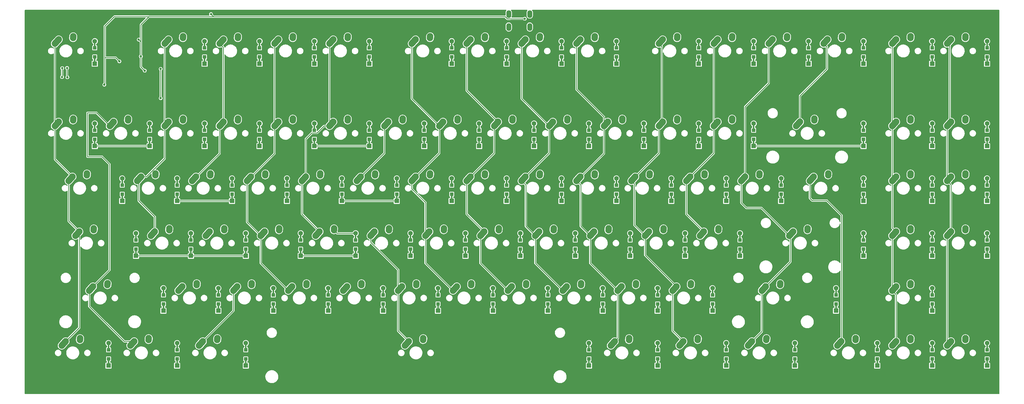
<source format=gbr>
G04 #@! TF.GenerationSoftware,KiCad,Pcbnew,(6.0.7-1)-1*
G04 #@! TF.CreationDate,2022-09-16T09:39:52+09:00*
G04 #@! TF.ProjectId,keyboard,6b657962-6f61-4726-942e-6b696361645f,rev?*
G04 #@! TF.SameCoordinates,Original*
G04 #@! TF.FileFunction,Copper,L1,Top*
G04 #@! TF.FilePolarity,Positive*
%FSLAX46Y46*%
G04 Gerber Fmt 4.6, Leading zero omitted, Abs format (unit mm)*
G04 Created by KiCad (PCBNEW (6.0.7-1)-1) date 2022-09-16 09:39:52*
%MOMM*%
%LPD*%
G01*
G04 APERTURE LIST*
G04 Aperture macros list*
%AMHorizOval*
0 Thick line with rounded ends*
0 $1 width*
0 $2 $3 position (X,Y) of the first rounded end (center of the circle)*
0 $4 $5 position (X,Y) of the second rounded end (center of the circle)*
0 Add line between two ends*
20,1,$1,$2,$3,$4,$5,0*
0 Add two circle primitives to create the rounded ends*
1,1,$1,$2,$3*
1,1,$1,$4,$5*%
G04 Aperture macros list end*
G04 #@! TA.AperFunction,ComponentPad*
%ADD10C,2.250000*%
G04 #@! TD*
G04 #@! TA.AperFunction,ComponentPad*
%ADD11HorizOval,2.250000X0.655001X0.730000X-0.655001X-0.730000X0*%
G04 #@! TD*
G04 #@! TA.AperFunction,ComponentPad*
%ADD12HorizOval,2.250000X0.020000X0.290000X-0.020000X-0.290000X0*%
G04 #@! TD*
G04 #@! TA.AperFunction,SMDPad,CuDef*
%ADD13R,0.500000X2.500000*%
G04 #@! TD*
G04 #@! TA.AperFunction,ComponentPad*
%ADD14R,1.600000X1.600000*%
G04 #@! TD*
G04 #@! TA.AperFunction,SMDPad,CuDef*
%ADD15R,1.200000X1.200000*%
G04 #@! TD*
G04 #@! TA.AperFunction,ComponentPad*
%ADD16C,1.600000*%
G04 #@! TD*
G04 #@! TA.AperFunction,ComponentPad*
%ADD17O,1.700000X2.700000*%
G04 #@! TD*
G04 #@! TA.AperFunction,ViaPad*
%ADD18C,0.800000*%
G04 #@! TD*
G04 #@! TA.AperFunction,Conductor*
%ADD19C,0.250000*%
G04 #@! TD*
G04 APERTURE END LIST*
D10*
X264652500Y-109800000D03*
D11*
X263997501Y-110530000D03*
D12*
X269672500Y-109010000D03*
D10*
X269692500Y-108720000D03*
D13*
X96202500Y-136050000D03*
D14*
X96202500Y-137250000D03*
D15*
X96202500Y-134925000D03*
D16*
X96202500Y-129450000D03*
D13*
X96202500Y-130650000D03*
D15*
X96202500Y-131775000D03*
D10*
X78915000Y-43125000D03*
D11*
X78260001Y-43855000D03*
D10*
X83955000Y-42045000D03*
D12*
X83935000Y-42335000D03*
D11*
X111597501Y-110530000D03*
D10*
X112252500Y-109800000D03*
D12*
X117272500Y-109010000D03*
D10*
X117292500Y-108720000D03*
D15*
X191452500Y-134925000D03*
D14*
X191452500Y-137250000D03*
D13*
X191452500Y-136050000D03*
D16*
X191452500Y-129450000D03*
D15*
X191452500Y-131775000D03*
D13*
X191452500Y-130650000D03*
D14*
X343852500Y-118200000D03*
D15*
X343852500Y-115875000D03*
D13*
X343852500Y-117000000D03*
D16*
X343852500Y-110400000D03*
D15*
X343852500Y-112725000D03*
D13*
X343852500Y-111600000D03*
D10*
X97965000Y-71700000D03*
D11*
X97310001Y-72430000D03*
D12*
X102985000Y-70910000D03*
D10*
X103005000Y-70620000D03*
D15*
X272415000Y-96825000D03*
D14*
X272415000Y-99150000D03*
D13*
X272415000Y-97950000D03*
X272415000Y-92550000D03*
D16*
X272415000Y-91350000D03*
D15*
X272415000Y-93675000D03*
D14*
X362902500Y-99150000D03*
D13*
X362902500Y-97950000D03*
D15*
X362902500Y-96825000D03*
D16*
X362902500Y-91350000D03*
D15*
X362902500Y-93675000D03*
D13*
X362902500Y-92550000D03*
D10*
X350377500Y-43125000D03*
D11*
X349722501Y-43855000D03*
D12*
X355397500Y-42335000D03*
D10*
X355417500Y-42045000D03*
D11*
X116360001Y-43855000D03*
D10*
X117015000Y-43125000D03*
D12*
X122035000Y-42335000D03*
D10*
X122055000Y-42045000D03*
D15*
X362902500Y-77775000D03*
D14*
X362902500Y-80100000D03*
D13*
X362902500Y-78900000D03*
D16*
X362902500Y-72300000D03*
D13*
X362902500Y-73500000D03*
D15*
X362902500Y-74625000D03*
X143827500Y-115875000D03*
D13*
X143827500Y-117000000D03*
D14*
X143827500Y-118200000D03*
D13*
X143827500Y-111600000D03*
D15*
X143827500Y-112725000D03*
D16*
X143827500Y-110400000D03*
D13*
X320040000Y-117000000D03*
D14*
X320040000Y-118200000D03*
D15*
X320040000Y-115875000D03*
D16*
X320040000Y-110400000D03*
D13*
X320040000Y-111600000D03*
D15*
X320040000Y-112725000D03*
D13*
X320040000Y-97950000D03*
D15*
X320040000Y-96825000D03*
D14*
X320040000Y-99150000D03*
D13*
X320040000Y-92550000D03*
D16*
X320040000Y-91350000D03*
D15*
X320040000Y-93675000D03*
D13*
X343852500Y-97950000D03*
D15*
X343852500Y-96825000D03*
D14*
X343852500Y-99150000D03*
D16*
X343852500Y-91350000D03*
D13*
X343852500Y-92550000D03*
D15*
X343852500Y-93675000D03*
D10*
X159877500Y-128850000D03*
D11*
X159222501Y-129580000D03*
D12*
X164897500Y-128060000D03*
D10*
X164917500Y-127770000D03*
D13*
X239077500Y-117000000D03*
D14*
X239077500Y-118200000D03*
D15*
X239077500Y-115875000D03*
D16*
X239077500Y-110400000D03*
D15*
X239077500Y-112725000D03*
D13*
X239077500Y-111600000D03*
X229552500Y-136050000D03*
D14*
X229552500Y-137250000D03*
D15*
X229552500Y-134925000D03*
D13*
X229552500Y-130650000D03*
D16*
X229552500Y-129450000D03*
D15*
X229552500Y-131775000D03*
X320040000Y-77775000D03*
D14*
X320040000Y-80100000D03*
D13*
X320040000Y-78900000D03*
D16*
X320040000Y-72300000D03*
D15*
X320040000Y-74625000D03*
D13*
X320040000Y-73500000D03*
D10*
X140827500Y-128850000D03*
D11*
X140172501Y-129580000D03*
D12*
X145847500Y-128060000D03*
D10*
X145867500Y-127770000D03*
D15*
X300990000Y-49200000D03*
D13*
X300990000Y-50325000D03*
D14*
X300990000Y-51525000D03*
D15*
X300990000Y-46050000D03*
D13*
X300990000Y-44925000D03*
D16*
X300990000Y-43725000D03*
D10*
X350377500Y-71700000D03*
D11*
X349722501Y-72430000D03*
D10*
X355417500Y-70620000D03*
D12*
X355397500Y-70910000D03*
D10*
X131302500Y-109800000D03*
D11*
X130647501Y-110530000D03*
D12*
X136322500Y-109010000D03*
D10*
X136342500Y-108720000D03*
X212265000Y-71700000D03*
D11*
X211610001Y-72430000D03*
D10*
X217305000Y-70620000D03*
D12*
X217285000Y-70910000D03*
D11*
X206847501Y-110530000D03*
D10*
X207502500Y-109800000D03*
X212542500Y-108720000D03*
D12*
X212522500Y-109010000D03*
D15*
X105727500Y-115875000D03*
D13*
X105727500Y-117000000D03*
D14*
X105727500Y-118200000D03*
D16*
X105727500Y-110400000D03*
D15*
X105727500Y-112725000D03*
D13*
X105727500Y-111600000D03*
D11*
X216372501Y-129580000D03*
D10*
X217027500Y-128850000D03*
X222067500Y-127770000D03*
D12*
X222047500Y-128060000D03*
D11*
X102072501Y-129580000D03*
D10*
X102727500Y-128850000D03*
D12*
X107747500Y-128060000D03*
D10*
X107767500Y-127770000D03*
D13*
X72390000Y-78900000D03*
D14*
X72390000Y-80100000D03*
D15*
X72390000Y-77775000D03*
X72390000Y-74625000D03*
D16*
X72390000Y-72300000D03*
D13*
X72390000Y-73500000D03*
D11*
X154460001Y-72430000D03*
D10*
X155115000Y-71700000D03*
D12*
X160135000Y-70910000D03*
D10*
X160155000Y-70620000D03*
D11*
X285428751Y-129580000D03*
D10*
X286083750Y-128850000D03*
X291123750Y-127770000D03*
D12*
X291103750Y-128060000D03*
D10*
X331327500Y-109800000D03*
D11*
X330672501Y-110530000D03*
D10*
X336367500Y-108720000D03*
D12*
X336347500Y-109010000D03*
D11*
X68735001Y-91480000D03*
D10*
X69390000Y-90750000D03*
X74430000Y-89670000D03*
D12*
X74410000Y-89960000D03*
D14*
X124777500Y-118200000D03*
D15*
X124777500Y-115875000D03*
D13*
X124777500Y-117000000D03*
D15*
X124777500Y-112725000D03*
D13*
X124777500Y-111600000D03*
D16*
X124777500Y-110400000D03*
D10*
X297990000Y-71700000D03*
D11*
X297335001Y-72430000D03*
D10*
X303030000Y-70620000D03*
D12*
X303010000Y-70910000D03*
D11*
X294953751Y-110530000D03*
D10*
X295608750Y-109800000D03*
X300648750Y-108720000D03*
D12*
X300628750Y-109010000D03*
D11*
X311622501Y-148630000D03*
D10*
X312277500Y-147900000D03*
D12*
X317297500Y-147110000D03*
D10*
X317317500Y-146820000D03*
D15*
X267652500Y-134925000D03*
D14*
X267652500Y-137250000D03*
D13*
X267652500Y-136050000D03*
X267652500Y-130650000D03*
D15*
X267652500Y-131775000D03*
D16*
X267652500Y-129450000D03*
D11*
X244947501Y-110530000D03*
D10*
X245602500Y-109800000D03*
X250642500Y-108720000D03*
D12*
X250622500Y-109010000D03*
D11*
X161603751Y-148630000D03*
D10*
X162258750Y-147900000D03*
X167298750Y-146820000D03*
D12*
X167278750Y-147110000D03*
D11*
X202085001Y-91480000D03*
D10*
X202740000Y-90750000D03*
X207780000Y-89670000D03*
D12*
X207760000Y-89960000D03*
D10*
X236077500Y-128850000D03*
D11*
X235422501Y-129580000D03*
D12*
X241097500Y-128060000D03*
D10*
X241117500Y-127770000D03*
D15*
X129540000Y-77775000D03*
D14*
X129540000Y-80100000D03*
D13*
X129540000Y-78900000D03*
D15*
X129540000Y-74625000D03*
D13*
X129540000Y-73500000D03*
D16*
X129540000Y-72300000D03*
D15*
X58102500Y-153975000D03*
D14*
X58102500Y-156300000D03*
D13*
X58102500Y-155100000D03*
X58102500Y-149700000D03*
D15*
X58102500Y-150825000D03*
D16*
X58102500Y-148500000D03*
D11*
X168747501Y-110530000D03*
D10*
X169402500Y-109800000D03*
X174442500Y-108720000D03*
D12*
X174422500Y-109010000D03*
D14*
X320040000Y-51525000D03*
D15*
X320040000Y-49200000D03*
D13*
X320040000Y-50325000D03*
X320040000Y-44925000D03*
D15*
X320040000Y-46050000D03*
D16*
X320040000Y-43725000D03*
D10*
X45577500Y-90750000D03*
D11*
X44922501Y-91480000D03*
D12*
X50597500Y-89960000D03*
D10*
X50617500Y-89670000D03*
D11*
X97310001Y-43855000D03*
D10*
X97965000Y-43125000D03*
X103005000Y-42045000D03*
D12*
X102985000Y-42335000D03*
D13*
X148590000Y-50325000D03*
D14*
X148590000Y-51525000D03*
D15*
X148590000Y-49200000D03*
X148590000Y-46050000D03*
D13*
X148590000Y-44925000D03*
D16*
X148590000Y-43725000D03*
D14*
X258127500Y-118200000D03*
D15*
X258127500Y-115875000D03*
D13*
X258127500Y-117000000D03*
D15*
X258127500Y-112725000D03*
D13*
X258127500Y-111600000D03*
D16*
X258127500Y-110400000D03*
D11*
X349722501Y-110530000D03*
D10*
X350377500Y-109800000D03*
X355417500Y-108720000D03*
D12*
X355397500Y-109010000D03*
D11*
X197322501Y-129580000D03*
D10*
X197977500Y-128850000D03*
D12*
X202997500Y-128060000D03*
D10*
X203017500Y-127770000D03*
D14*
X110490000Y-80100000D03*
D15*
X110490000Y-77775000D03*
D13*
X110490000Y-78900000D03*
X110490000Y-73500000D03*
D15*
X110490000Y-74625000D03*
D16*
X110490000Y-72300000D03*
D10*
X188452500Y-109800000D03*
D11*
X187797501Y-110530000D03*
D12*
X193472500Y-109010000D03*
D10*
X193492500Y-108720000D03*
D11*
X254472501Y-129580000D03*
D10*
X255127500Y-128850000D03*
D12*
X260147500Y-128060000D03*
D10*
X260167500Y-127770000D03*
D15*
X291465000Y-96825000D03*
D13*
X291465000Y-97950000D03*
D14*
X291465000Y-99150000D03*
D13*
X291465000Y-92550000D03*
D16*
X291465000Y-91350000D03*
D15*
X291465000Y-93675000D03*
D10*
X183690000Y-43125000D03*
D11*
X183035001Y-43855000D03*
D10*
X188730000Y-42045000D03*
D12*
X188710000Y-42335000D03*
D13*
X181927500Y-117000000D03*
D14*
X181927500Y-118200000D03*
D15*
X181927500Y-115875000D03*
D13*
X181927500Y-111600000D03*
D15*
X181927500Y-112725000D03*
D16*
X181927500Y-110400000D03*
D14*
X281940000Y-80100000D03*
D13*
X281940000Y-78900000D03*
D15*
X281940000Y-77775000D03*
X281940000Y-74625000D03*
D13*
X281940000Y-73500000D03*
D16*
X281940000Y-72300000D03*
D14*
X148590000Y-80100000D03*
D15*
X148590000Y-77775000D03*
D13*
X148590000Y-78900000D03*
X148590000Y-73500000D03*
D15*
X148590000Y-74625000D03*
D16*
X148590000Y-72300000D03*
D10*
X202740000Y-43125000D03*
D11*
X202085001Y-43855000D03*
D10*
X207780000Y-42045000D03*
D12*
X207760000Y-42335000D03*
D13*
X100965000Y-97950000D03*
D14*
X100965000Y-99150000D03*
D15*
X100965000Y-96825000D03*
D16*
X100965000Y-91350000D03*
D13*
X100965000Y-92550000D03*
D15*
X100965000Y-93675000D03*
D13*
X248602500Y-155100000D03*
D15*
X248602500Y-153975000D03*
D14*
X248602500Y-156300000D03*
D13*
X248602500Y-149700000D03*
D16*
X248602500Y-148500000D03*
D15*
X248602500Y-150825000D03*
D11*
X280666251Y-148630000D03*
D10*
X281321250Y-147900000D03*
D12*
X286341250Y-147110000D03*
D10*
X286361250Y-146820000D03*
D14*
X77152500Y-137250000D03*
D13*
X77152500Y-136050000D03*
D15*
X77152500Y-134925000D03*
X77152500Y-131775000D03*
D16*
X77152500Y-129450000D03*
D13*
X77152500Y-130650000D03*
D11*
X52066251Y-129580000D03*
D10*
X52721250Y-128850000D03*
D12*
X57741250Y-128060000D03*
D10*
X57761250Y-127770000D03*
D11*
X125885001Y-91480000D03*
D10*
X126540000Y-90750000D03*
D12*
X131560000Y-89960000D03*
D10*
X131580000Y-89670000D03*
D14*
X248602500Y-137250000D03*
D15*
X248602500Y-134925000D03*
D13*
X248602500Y-136050000D03*
D16*
X248602500Y-129450000D03*
D13*
X248602500Y-130650000D03*
D15*
X248602500Y-131775000D03*
D10*
X67008750Y-147900000D03*
D11*
X66353751Y-148630000D03*
D10*
X72048750Y-146820000D03*
D12*
X72028750Y-147110000D03*
D15*
X362902500Y-115875000D03*
D14*
X362902500Y-118200000D03*
D13*
X362902500Y-117000000D03*
D15*
X362902500Y-112725000D03*
D13*
X362902500Y-111600000D03*
D16*
X362902500Y-110400000D03*
D14*
X277177500Y-118200000D03*
D15*
X277177500Y-115875000D03*
D13*
X277177500Y-117000000D03*
D15*
X277177500Y-112725000D03*
D16*
X277177500Y-110400000D03*
D13*
X277177500Y-111600000D03*
D11*
X73497501Y-110530000D03*
D10*
X74152500Y-109800000D03*
D12*
X79172500Y-109010000D03*
D10*
X79192500Y-108720000D03*
X269415000Y-43125000D03*
D11*
X268760001Y-43855000D03*
D12*
X274435000Y-42335000D03*
D10*
X274455000Y-42045000D03*
X93202500Y-109800000D03*
D11*
X92547501Y-110530000D03*
D12*
X98222500Y-109010000D03*
D10*
X98242500Y-108720000D03*
D14*
X129540000Y-51525000D03*
D15*
X129540000Y-49200000D03*
D13*
X129540000Y-50325000D03*
D16*
X129540000Y-43725000D03*
D15*
X129540000Y-46050000D03*
D13*
X129540000Y-44925000D03*
D11*
X40160001Y-43855000D03*
D10*
X40815000Y-43125000D03*
D12*
X45835000Y-42335000D03*
D10*
X45855000Y-42045000D03*
D13*
X81915000Y-155100000D03*
D15*
X81915000Y-153975000D03*
D14*
X81915000Y-156300000D03*
D16*
X81915000Y-148500000D03*
D13*
X81915000Y-149700000D03*
D15*
X81915000Y-150825000D03*
D11*
X330672501Y-72430000D03*
D10*
X331327500Y-71700000D03*
D12*
X336347500Y-70910000D03*
D10*
X336367500Y-70620000D03*
D14*
X81915000Y-99150000D03*
D13*
X81915000Y-97950000D03*
D15*
X81915000Y-96825000D03*
D13*
X81915000Y-92550000D03*
D15*
X81915000Y-93675000D03*
D16*
X81915000Y-91350000D03*
D13*
X115252500Y-136050000D03*
D14*
X115252500Y-137250000D03*
D15*
X115252500Y-134925000D03*
D13*
X115252500Y-130650000D03*
D15*
X115252500Y-131775000D03*
D16*
X115252500Y-129450000D03*
D15*
X53340000Y-77775000D03*
D14*
X53340000Y-80100000D03*
D13*
X53340000Y-78900000D03*
D16*
X53340000Y-72300000D03*
D15*
X53340000Y-74625000D03*
D13*
X53340000Y-73500000D03*
D10*
X90821250Y-147900000D03*
D11*
X90166251Y-148630000D03*
D10*
X95861250Y-146820000D03*
D12*
X95841250Y-147110000D03*
D10*
X269415000Y-71700000D03*
D11*
X268760001Y-72430000D03*
D12*
X274435000Y-70910000D03*
D10*
X274455000Y-70620000D03*
D11*
X221135001Y-91480000D03*
D10*
X221790000Y-90750000D03*
X226830000Y-89670000D03*
D12*
X226810000Y-89960000D03*
D14*
X272415000Y-156300000D03*
D15*
X272415000Y-153975000D03*
D13*
X272415000Y-155100000D03*
D15*
X272415000Y-150825000D03*
D16*
X272415000Y-148500000D03*
D13*
X272415000Y-149700000D03*
X200977500Y-117000000D03*
D15*
X200977500Y-115875000D03*
D14*
X200977500Y-118200000D03*
D13*
X200977500Y-111600000D03*
D16*
X200977500Y-110400000D03*
D15*
X200977500Y-112725000D03*
D13*
X243840000Y-78900000D03*
D15*
X243840000Y-77775000D03*
D14*
X243840000Y-80100000D03*
D16*
X243840000Y-72300000D03*
D13*
X243840000Y-73500000D03*
D15*
X243840000Y-74625000D03*
D10*
X350377500Y-147900000D03*
D11*
X349722501Y-148630000D03*
D10*
X355417500Y-146820000D03*
D12*
X355397500Y-147110000D03*
D10*
X288465000Y-43125000D03*
D11*
X287810001Y-43855000D03*
D12*
X293485000Y-42335000D03*
D10*
X293505000Y-42045000D03*
D15*
X343852500Y-134925000D03*
D13*
X343852500Y-136050000D03*
D14*
X343852500Y-137250000D03*
D15*
X343852500Y-131775000D03*
D13*
X343852500Y-130650000D03*
D16*
X343852500Y-129450000D03*
D15*
X62865000Y-96825000D03*
D13*
X62865000Y-97950000D03*
D14*
X62865000Y-99150000D03*
D16*
X62865000Y-91350000D03*
D15*
X62865000Y-93675000D03*
D13*
X62865000Y-92550000D03*
D14*
X134302500Y-137250000D03*
D13*
X134302500Y-136050000D03*
D15*
X134302500Y-134925000D03*
X134302500Y-131775000D03*
D16*
X134302500Y-129450000D03*
D13*
X134302500Y-130650000D03*
X281940000Y-50325000D03*
D15*
X281940000Y-49200000D03*
D14*
X281940000Y-51525000D03*
D13*
X281940000Y-44925000D03*
D16*
X281940000Y-43725000D03*
D15*
X281940000Y-46050000D03*
D10*
X183690000Y-90750000D03*
D11*
X183035001Y-91480000D03*
D10*
X188730000Y-89670000D03*
D12*
X188710000Y-89960000D03*
D13*
X296227500Y-155100000D03*
D14*
X296227500Y-156300000D03*
D15*
X296227500Y-153975000D03*
X296227500Y-150825000D03*
D13*
X296227500Y-149700000D03*
D16*
X296227500Y-148500000D03*
D13*
X210502500Y-136050000D03*
D14*
X210502500Y-137250000D03*
D15*
X210502500Y-134925000D03*
D16*
X210502500Y-129450000D03*
D13*
X210502500Y-130650000D03*
D15*
X210502500Y-131775000D03*
D13*
X324802500Y-155100000D03*
D15*
X324802500Y-153975000D03*
D14*
X324802500Y-156300000D03*
D13*
X324802500Y-149700000D03*
D16*
X324802500Y-148500000D03*
D15*
X324802500Y-150825000D03*
X186690000Y-77775000D03*
D14*
X186690000Y-80100000D03*
D13*
X186690000Y-78900000D03*
D15*
X186690000Y-74625000D03*
D16*
X186690000Y-72300000D03*
D13*
X186690000Y-73500000D03*
D15*
X224790000Y-77775000D03*
D13*
X224790000Y-78900000D03*
D14*
X224790000Y-80100000D03*
D13*
X224790000Y-73500000D03*
D15*
X224790000Y-74625000D03*
D16*
X224790000Y-72300000D03*
D15*
X215265000Y-96825000D03*
D14*
X215265000Y-99150000D03*
D13*
X215265000Y-97950000D03*
X215265000Y-92550000D03*
D16*
X215265000Y-91350000D03*
D15*
X215265000Y-93675000D03*
D10*
X226552500Y-109800000D03*
D11*
X225897501Y-110530000D03*
D10*
X231592500Y-108720000D03*
D12*
X231572500Y-109010000D03*
D14*
X162877500Y-118200000D03*
D13*
X162877500Y-117000000D03*
D15*
X162877500Y-115875000D03*
D13*
X162877500Y-111600000D03*
D16*
X162877500Y-110400000D03*
D15*
X162877500Y-112725000D03*
D10*
X83677500Y-128850000D03*
D11*
X83022501Y-129580000D03*
D10*
X88717500Y-127770000D03*
D12*
X88697500Y-128060000D03*
D14*
X196215000Y-51525000D03*
D13*
X196215000Y-50325000D03*
D15*
X196215000Y-49200000D03*
X196215000Y-46050000D03*
D16*
X196215000Y-43725000D03*
D13*
X196215000Y-44925000D03*
X53340000Y-50325000D03*
D14*
X53340000Y-51525000D03*
D15*
X53340000Y-49200000D03*
D16*
X53340000Y-43725000D03*
D15*
X53340000Y-46050000D03*
D13*
X53340000Y-44925000D03*
D10*
X307515000Y-43125000D03*
D11*
X306860001Y-43855000D03*
D12*
X312535000Y-42335000D03*
D10*
X312555000Y-42045000D03*
D13*
X110490000Y-50325000D03*
D14*
X110490000Y-51525000D03*
D15*
X110490000Y-49200000D03*
X110490000Y-46050000D03*
D13*
X110490000Y-44925000D03*
D16*
X110490000Y-43725000D03*
D11*
X302097501Y-91480000D03*
D10*
X302752500Y-90750000D03*
X307792500Y-89670000D03*
D12*
X307772500Y-89960000D03*
D14*
X253365000Y-99150000D03*
D15*
X253365000Y-96825000D03*
D13*
X253365000Y-97950000D03*
D16*
X253365000Y-91350000D03*
D13*
X253365000Y-92550000D03*
D15*
X253365000Y-93675000D03*
D10*
X150352500Y-109800000D03*
D11*
X149697501Y-110530000D03*
D10*
X155392500Y-108720000D03*
D12*
X155372500Y-109010000D03*
D10*
X40815000Y-71700000D03*
D11*
X40160001Y-72430000D03*
D12*
X45835000Y-70910000D03*
D10*
X45855000Y-70620000D03*
X278940000Y-90750000D03*
D11*
X278285001Y-91480000D03*
D12*
X283960000Y-89960000D03*
D10*
X283980000Y-89670000D03*
X331327500Y-128850000D03*
D11*
X330672501Y-129580000D03*
D10*
X336367500Y-127770000D03*
D12*
X336347500Y-128060000D03*
D10*
X331327500Y-147900000D03*
D11*
X330672501Y-148630000D03*
D12*
X336347500Y-147110000D03*
D10*
X336367500Y-146820000D03*
D14*
X167640000Y-80100000D03*
D15*
X167640000Y-77775000D03*
D13*
X167640000Y-78900000D03*
D15*
X167640000Y-74625000D03*
D16*
X167640000Y-72300000D03*
D13*
X167640000Y-73500000D03*
D15*
X234315000Y-49200000D03*
D14*
X234315000Y-51525000D03*
D13*
X234315000Y-50325000D03*
D15*
X234315000Y-46050000D03*
D13*
X234315000Y-44925000D03*
D16*
X234315000Y-43725000D03*
D11*
X233041251Y-148630000D03*
D10*
X233696250Y-147900000D03*
X238736250Y-146820000D03*
D12*
X238716250Y-147110000D03*
D11*
X144935001Y-91480000D03*
D10*
X145590000Y-90750000D03*
D12*
X150610000Y-89960000D03*
D10*
X150630000Y-89670000D03*
D14*
X86677500Y-118200000D03*
D15*
X86677500Y-115875000D03*
D13*
X86677500Y-117000000D03*
X86677500Y-111600000D03*
D16*
X86677500Y-110400000D03*
D15*
X86677500Y-112725000D03*
D10*
X250365000Y-43125000D03*
D11*
X249710001Y-43855000D03*
D10*
X255405000Y-42045000D03*
D12*
X255385000Y-42335000D03*
D10*
X178927500Y-128850000D03*
D11*
X178272501Y-129580000D03*
D12*
X183947500Y-128060000D03*
D10*
X183967500Y-127770000D03*
X164640000Y-90750000D03*
D11*
X163985001Y-91480000D03*
D12*
X169660000Y-89960000D03*
D10*
X169680000Y-89670000D03*
D15*
X234315000Y-96825000D03*
D14*
X234315000Y-99150000D03*
D13*
X234315000Y-97950000D03*
X234315000Y-92550000D03*
D15*
X234315000Y-93675000D03*
D16*
X234315000Y-91350000D03*
D14*
X362902500Y-51525000D03*
D15*
X362902500Y-49200000D03*
D13*
X362902500Y-50325000D03*
X362902500Y-44925000D03*
D15*
X362902500Y-46050000D03*
D16*
X362902500Y-43725000D03*
D10*
X257508750Y-147900000D03*
D11*
X256853751Y-148630000D03*
D12*
X262528750Y-147110000D03*
D10*
X262548750Y-146820000D03*
D15*
X177165000Y-49200000D03*
D13*
X177165000Y-50325000D03*
D14*
X177165000Y-51525000D03*
D13*
X177165000Y-44925000D03*
D15*
X177165000Y-46050000D03*
D16*
X177165000Y-43725000D03*
D13*
X262890000Y-50325000D03*
D15*
X262890000Y-49200000D03*
D14*
X262890000Y-51525000D03*
D15*
X262890000Y-46050000D03*
D13*
X262890000Y-44925000D03*
D16*
X262890000Y-43725000D03*
D11*
X47303751Y-110530000D03*
D10*
X47958750Y-109800000D03*
X52998750Y-108720000D03*
D12*
X52978750Y-109010000D03*
D11*
X42541251Y-148630000D03*
D10*
X43196250Y-147900000D03*
D12*
X48216250Y-147110000D03*
D10*
X48236250Y-146820000D03*
D15*
X343852500Y-77775000D03*
D14*
X343852500Y-80100000D03*
D13*
X343852500Y-78900000D03*
X343852500Y-73500000D03*
D16*
X343852500Y-72300000D03*
D15*
X343852500Y-74625000D03*
D11*
X163985001Y-43855000D03*
D10*
X164640000Y-43125000D03*
X169680000Y-42045000D03*
D12*
X169660000Y-42335000D03*
D11*
X59210001Y-72430000D03*
D10*
X59865000Y-71700000D03*
D12*
X64885000Y-70910000D03*
D10*
X64905000Y-70620000D03*
D14*
X343852500Y-51525000D03*
D15*
X343852500Y-49200000D03*
D13*
X343852500Y-50325000D03*
X343852500Y-44925000D03*
D15*
X343852500Y-46050000D03*
D16*
X343852500Y-43725000D03*
D10*
X221790000Y-43125000D03*
D11*
X221135001Y-43855000D03*
D10*
X226830000Y-42045000D03*
D12*
X226810000Y-42335000D03*
D14*
X262890000Y-80100000D03*
D15*
X262890000Y-77775000D03*
D13*
X262890000Y-78900000D03*
D15*
X262890000Y-74625000D03*
D16*
X262890000Y-72300000D03*
D13*
X262890000Y-73500000D03*
D10*
X107490000Y-90750000D03*
D11*
X106835001Y-91480000D03*
D10*
X112530000Y-89670000D03*
D12*
X112510000Y-89960000D03*
D15*
X343852500Y-153975000D03*
D14*
X343852500Y-156300000D03*
D13*
X343852500Y-155100000D03*
D15*
X343852500Y-150825000D03*
D13*
X343852500Y-149700000D03*
D16*
X343852500Y-148500000D03*
D10*
X250365000Y-71700000D03*
D11*
X249710001Y-72430000D03*
D12*
X255385000Y-70910000D03*
D10*
X255405000Y-70620000D03*
X121777500Y-128850000D03*
D11*
X121122501Y-129580000D03*
D10*
X126817500Y-127770000D03*
D12*
X126797500Y-128060000D03*
D11*
X135410001Y-72430000D03*
D10*
X136065000Y-71700000D03*
D12*
X141085000Y-70910000D03*
D10*
X141105000Y-70620000D03*
D11*
X240185001Y-91480000D03*
D10*
X240840000Y-90750000D03*
X245880000Y-89670000D03*
D12*
X245860000Y-89960000D03*
D10*
X117015000Y-71700000D03*
D11*
X116360001Y-72430000D03*
D10*
X122055000Y-70620000D03*
D12*
X122035000Y-70910000D03*
D10*
X331327500Y-90750000D03*
D11*
X330672501Y-91480000D03*
D10*
X336367500Y-89670000D03*
D12*
X336347500Y-89960000D03*
D10*
X259890000Y-90750000D03*
D11*
X259235001Y-91480000D03*
D12*
X264910000Y-89960000D03*
D10*
X264930000Y-89670000D03*
D15*
X205740000Y-77775000D03*
D13*
X205740000Y-78900000D03*
D14*
X205740000Y-80100000D03*
D16*
X205740000Y-72300000D03*
D15*
X205740000Y-74625000D03*
D13*
X205740000Y-73500000D03*
D11*
X230660001Y-72430000D03*
D10*
X231315000Y-71700000D03*
D12*
X236335000Y-70910000D03*
D10*
X236355000Y-70620000D03*
X88440000Y-90750000D03*
D11*
X87785001Y-91480000D03*
D10*
X93480000Y-89670000D03*
D12*
X93460000Y-89960000D03*
D14*
X172402500Y-137250000D03*
D15*
X172402500Y-134925000D03*
D13*
X172402500Y-136050000D03*
X172402500Y-130650000D03*
D15*
X172402500Y-131775000D03*
D16*
X172402500Y-129450000D03*
D15*
X158115000Y-96825000D03*
D13*
X158115000Y-97950000D03*
D14*
X158115000Y-99150000D03*
D15*
X158115000Y-93675000D03*
D13*
X158115000Y-92550000D03*
D16*
X158115000Y-91350000D03*
D14*
X120015000Y-99150000D03*
D13*
X120015000Y-97950000D03*
D15*
X120015000Y-96825000D03*
D16*
X120015000Y-91350000D03*
D15*
X120015000Y-93675000D03*
D13*
X120015000Y-92550000D03*
X362902500Y-155100000D03*
D15*
X362902500Y-153975000D03*
D14*
X362902500Y-156300000D03*
D16*
X362902500Y-148500000D03*
D13*
X362902500Y-149700000D03*
D15*
X362902500Y-150825000D03*
D13*
X91440000Y-78900000D03*
D15*
X91440000Y-77775000D03*
D14*
X91440000Y-80100000D03*
D16*
X91440000Y-72300000D03*
D13*
X91440000Y-73500000D03*
D15*
X91440000Y-74625000D03*
D10*
X331327500Y-43125000D03*
D11*
X330672501Y-43855000D03*
D10*
X336367500Y-42045000D03*
D12*
X336347500Y-42335000D03*
D14*
X91440000Y-51525000D03*
D13*
X91440000Y-50325000D03*
D15*
X91440000Y-49200000D03*
D13*
X91440000Y-44925000D03*
D15*
X91440000Y-46050000D03*
D16*
X91440000Y-43725000D03*
D15*
X139065000Y-96825000D03*
D14*
X139065000Y-99150000D03*
D13*
X139065000Y-97950000D03*
D15*
X139065000Y-93675000D03*
D16*
X139065000Y-91350000D03*
D13*
X139065000Y-92550000D03*
D15*
X310515000Y-134925000D03*
D14*
X310515000Y-137250000D03*
D13*
X310515000Y-136050000D03*
D15*
X310515000Y-131775000D03*
D16*
X310515000Y-129450000D03*
D13*
X310515000Y-130650000D03*
D15*
X67627500Y-115875000D03*
D13*
X67627500Y-117000000D03*
D14*
X67627500Y-118200000D03*
D15*
X67627500Y-112725000D03*
D16*
X67627500Y-110400000D03*
D13*
X67627500Y-111600000D03*
D15*
X153352500Y-134925000D03*
D14*
X153352500Y-137250000D03*
D13*
X153352500Y-136050000D03*
D15*
X153352500Y-131775000D03*
D16*
X153352500Y-129450000D03*
D13*
X153352500Y-130650000D03*
D14*
X105727500Y-156300000D03*
D13*
X105727500Y-155100000D03*
D15*
X105727500Y-153975000D03*
X105727500Y-150825000D03*
D16*
X105727500Y-148500000D03*
D13*
X105727500Y-149700000D03*
D10*
X350377500Y-90750000D03*
D11*
X349722501Y-91480000D03*
D12*
X355397500Y-89960000D03*
D10*
X355417500Y-89670000D03*
D13*
X224790000Y-155100000D03*
D14*
X224790000Y-156300000D03*
D15*
X224790000Y-153975000D03*
D16*
X224790000Y-148500000D03*
D15*
X224790000Y-150825000D03*
D13*
X224790000Y-149700000D03*
D14*
X215265000Y-51525000D03*
D13*
X215265000Y-50325000D03*
D15*
X215265000Y-49200000D03*
D16*
X215265000Y-43725000D03*
D13*
X215265000Y-44925000D03*
D15*
X215265000Y-46050000D03*
D10*
X193215000Y-71700000D03*
D11*
X192560001Y-72430000D03*
D12*
X198235000Y-70910000D03*
D10*
X198255000Y-70620000D03*
D11*
X135410001Y-43855000D03*
D10*
X136065000Y-43125000D03*
D12*
X141085000Y-42335000D03*
D10*
X141105000Y-42045000D03*
D13*
X177165000Y-97950000D03*
D15*
X177165000Y-96825000D03*
D14*
X177165000Y-99150000D03*
D16*
X177165000Y-91350000D03*
D15*
X177165000Y-93675000D03*
D13*
X177165000Y-92550000D03*
D10*
X174165000Y-71700000D03*
D11*
X173510001Y-72430000D03*
D12*
X179185000Y-70910000D03*
D10*
X179205000Y-70620000D03*
D14*
X220027500Y-118200000D03*
D13*
X220027500Y-117000000D03*
D15*
X220027500Y-115875000D03*
D13*
X220027500Y-111600000D03*
D16*
X220027500Y-110400000D03*
D15*
X220027500Y-112725000D03*
D14*
X196215000Y-99150000D03*
D13*
X196215000Y-97950000D03*
D15*
X196215000Y-96825000D03*
X196215000Y-93675000D03*
D16*
X196215000Y-91350000D03*
D13*
X196215000Y-92550000D03*
D11*
X78260001Y-72430000D03*
D10*
X78915000Y-71700000D03*
X83955000Y-70620000D03*
D12*
X83935000Y-70910000D03*
D17*
X204246250Y-38800000D03*
X204246250Y-34300000D03*
X196946250Y-38800000D03*
X196946250Y-34300000D03*
D18*
X68580000Y-43180000D03*
X202512727Y-35933255D03*
X76200000Y-53340000D03*
X70661878Y-53950206D03*
X56645106Y-58825100D03*
X69314539Y-48994539D03*
X61874239Y-50708677D03*
X76200000Y-63500000D03*
X93659896Y-34325313D03*
X72446811Y-44414151D03*
X92639184Y-36806974D03*
X81280000Y-63500000D03*
X55854285Y-61160762D03*
X61143502Y-53974336D03*
X81280000Y-50800000D03*
X71439683Y-54707828D03*
X199011613Y-41091873D03*
X41978089Y-56145825D03*
X42036799Y-53092935D03*
X43829660Y-56240859D03*
X43737769Y-53011529D03*
D19*
X56802332Y-38499244D02*
X60118405Y-35183171D01*
X196459549Y-35975000D02*
X195694636Y-35210087D01*
X56645106Y-58825100D02*
X56802332Y-58667874D01*
X197432951Y-35975000D02*
X196459549Y-35975000D01*
X72081121Y-35210087D02*
X69314539Y-37976669D01*
X72015427Y-35183171D02*
X72042343Y-35210087D01*
X56802332Y-49434058D02*
X56802332Y-38499244D01*
X202512727Y-35933255D02*
X197474696Y-35933255D01*
X195694636Y-35210087D02*
X95046036Y-35210087D01*
X95046036Y-35210087D02*
X72081121Y-35210087D01*
X69314539Y-52602867D02*
X69314539Y-48994539D01*
X197474696Y-35933255D02*
X197432951Y-35975000D01*
X76200000Y-53340000D02*
X76200000Y-63500000D01*
X61874239Y-50708677D02*
X60599620Y-49434058D01*
X56802332Y-58667874D02*
X56802332Y-49434058D01*
X60599620Y-49434058D02*
X56802332Y-49434058D01*
X68580000Y-43180000D02*
X69314539Y-43914539D01*
X60118405Y-35183171D02*
X72015427Y-35183171D01*
X69314539Y-37976669D02*
X69314539Y-43914539D01*
X69314539Y-48994539D02*
X69314539Y-43914539D01*
X94544670Y-35210087D02*
X95046036Y-35210087D01*
X70661878Y-53950206D02*
X69314539Y-52602867D01*
X93659896Y-34325313D02*
X94544670Y-35210087D01*
X60926858Y-54190980D02*
X61143502Y-53974336D01*
X60926858Y-66006858D02*
X69128032Y-66006858D01*
X59933070Y-66006858D02*
X60926858Y-66006858D01*
X96342499Y-36803860D02*
X98337684Y-36803860D01*
X74242403Y-35829163D02*
X71439683Y-38631883D01*
X92639184Y-36806974D02*
X96379006Y-36806974D01*
X98337684Y-36803860D02*
X99312381Y-35829163D01*
X71363398Y-63771492D02*
X71363398Y-54784113D01*
X99312381Y-35829163D02*
X74242403Y-35829163D01*
X71363398Y-54784113D02*
X71439683Y-54707828D01*
X71439683Y-38631883D02*
X71439683Y-45400317D01*
X55854285Y-61928073D02*
X59933070Y-66006858D01*
X72425849Y-44414151D02*
X72446811Y-44414151D01*
X199011613Y-41091873D02*
X197076422Y-41091873D01*
X71439683Y-45400317D02*
X71439683Y-54707828D01*
X71439683Y-45400317D02*
X72425849Y-44414151D01*
X69128032Y-66006858D02*
X71363398Y-63771492D01*
X55854285Y-61160762D02*
X55854285Y-61928073D01*
X60926858Y-66006858D02*
X60926858Y-54190980D01*
X191813712Y-35829163D02*
X99312381Y-35829163D01*
X81280000Y-63500000D02*
X81280000Y-50800000D01*
X197076422Y-41091873D02*
X191813712Y-35829163D01*
X47958750Y-109800000D02*
X44267500Y-106108750D01*
X47958750Y-109800000D02*
X47958750Y-143137500D01*
X44267500Y-106108750D02*
X44267500Y-92210000D01*
X47958750Y-143137500D02*
X43196250Y-147900000D01*
X39505000Y-73160000D02*
X39505000Y-84677500D01*
X39505000Y-84677500D02*
X45577500Y-90750000D01*
X39505000Y-44585000D02*
X39505000Y-73160000D01*
X67008750Y-147900000D02*
X63570987Y-147900000D01*
X58420000Y-123151250D02*
X58420000Y-86360000D01*
X55880000Y-83820000D02*
X50800000Y-83820000D01*
X53975000Y-68580000D02*
X58555000Y-73160000D01*
X50800000Y-68580000D02*
X53975000Y-68580000D01*
X50800000Y-83820000D02*
X50800000Y-68580000D01*
X51411250Y-135740263D02*
X51411250Y-130310000D01*
X52721250Y-128850000D02*
X58420000Y-123151250D01*
X58420000Y-86360000D02*
X55880000Y-83820000D01*
X63570987Y-147900000D02*
X51411250Y-135740263D01*
X68080000Y-92210000D02*
X68580000Y-92710000D01*
X74152500Y-104632500D02*
X74152500Y-109800000D01*
X77605000Y-84390809D02*
X71245809Y-90750000D01*
X77605000Y-73160000D02*
X77605000Y-84390809D01*
X77605000Y-44585000D02*
X77605000Y-73160000D01*
X68580000Y-99060000D02*
X74152500Y-104632500D01*
X68580000Y-92710000D02*
X68580000Y-99060000D01*
X71245809Y-90750000D02*
X69390000Y-90750000D01*
X101417500Y-137303750D02*
X101417500Y-130310000D01*
X96655000Y-73160000D02*
X96655000Y-82685000D01*
X97965000Y-71700000D02*
X97965000Y-45895000D01*
X96655000Y-82685000D02*
X87130000Y-92210000D01*
X90821250Y-147900000D02*
X101417500Y-137303750D01*
X97965000Y-45895000D02*
X96655000Y-44585000D01*
X115705000Y-73160000D02*
X115705000Y-44585000D01*
X115705000Y-82685000D02*
X115705000Y-73160000D01*
X120467500Y-130310000D02*
X110942500Y-120785000D01*
X106180000Y-92210000D02*
X115705000Y-82685000D01*
X110942500Y-111260000D02*
X106180000Y-106497500D01*
X106180000Y-106497500D02*
X106180000Y-92210000D01*
X110942500Y-120785000D02*
X110942500Y-111431099D01*
X131302500Y-109800000D02*
X125230000Y-103727500D01*
X130465000Y-75550000D02*
X132855000Y-73160000D01*
X125230000Y-103727500D02*
X125230000Y-92210000D01*
X126540000Y-90750000D02*
X126540000Y-77625000D01*
X126540000Y-77625000D02*
X128615000Y-75550000D01*
X134755000Y-73160000D02*
X134755000Y-44585000D01*
X128615000Y-75550000D02*
X130465000Y-75550000D01*
X132855000Y-73160000D02*
X134755000Y-73160000D01*
X158567500Y-144208750D02*
X158567500Y-130310000D01*
X162258750Y-147900000D02*
X158567500Y-144208750D01*
X158567500Y-123007500D02*
X149042500Y-113482500D01*
X153805000Y-82535000D02*
X145590000Y-90750000D01*
X158567500Y-130310000D02*
X158567500Y-123007500D01*
X153805000Y-73160000D02*
X153805000Y-82535000D01*
X149042500Y-113482500D02*
X149042500Y-111260000D01*
X164640000Y-90750000D02*
X172855000Y-82535000D01*
X177617500Y-130310000D02*
X168092500Y-120785000D01*
X168092500Y-99746966D02*
X163330000Y-94984466D01*
X168092500Y-111260000D02*
X168092500Y-99746966D01*
X168092500Y-120785000D02*
X168092500Y-111431099D01*
X163330000Y-94984466D02*
X163330000Y-92210000D01*
X172855000Y-82535000D02*
X172855000Y-73160000D01*
X163330000Y-63635000D02*
X163330000Y-44585000D01*
X172855000Y-73160000D02*
X163330000Y-63635000D01*
X182380000Y-103727500D02*
X182380000Y-92210000D01*
X193215000Y-71700000D02*
X182380000Y-60865000D01*
X187142500Y-120785000D02*
X187142500Y-111431099D01*
X182380000Y-60865000D02*
X182380000Y-44585000D01*
X188452500Y-109800000D02*
X182380000Y-103727500D01*
X196667500Y-130310000D02*
X187142500Y-120785000D01*
X183690000Y-90750000D02*
X191905000Y-82535000D01*
X191905000Y-82535000D02*
X191905000Y-73160000D01*
X210955000Y-73160000D02*
X201430000Y-63635000D01*
X202871099Y-93651099D02*
X201430000Y-92210000D01*
X206192500Y-120785000D02*
X206192500Y-111431099D01*
X206192500Y-111260000D02*
X202871099Y-107938599D01*
X201430000Y-63635000D02*
X201430000Y-44585000D01*
X210955000Y-82535000D02*
X210955000Y-73160000D01*
X215717500Y-130310000D02*
X206192500Y-120785000D01*
X202740000Y-90750000D02*
X210955000Y-82535000D01*
X202871099Y-107938599D02*
X202871099Y-93651099D01*
X234821250Y-130363750D02*
X234767500Y-130310000D01*
X230005000Y-73160000D02*
X230005000Y-69985000D01*
X225242500Y-111260000D02*
X221921099Y-107938599D01*
X233696250Y-147900000D02*
X234821250Y-146775000D01*
X234767500Y-130310000D02*
X225242500Y-120785000D01*
X230005000Y-82685000D02*
X230005000Y-73160000D01*
X225242500Y-120785000D02*
X225242500Y-111431099D01*
X220480000Y-92210000D02*
X230005000Y-82685000D01*
X230005000Y-69985000D02*
X220480000Y-60460000D01*
X220480000Y-60460000D02*
X220480000Y-44585000D01*
X234821250Y-146775000D02*
X234821250Y-130363750D01*
X221921099Y-93651099D02*
X220480000Y-92210000D01*
X221921099Y-107938599D02*
X221921099Y-93651099D01*
X244292500Y-118015000D02*
X244292500Y-111260000D01*
X240545535Y-107513035D02*
X240545535Y-93225535D01*
X250070535Y-72144465D02*
X250070535Y-45600535D01*
X244292500Y-111260000D02*
X240545535Y-107513035D01*
X249055000Y-82535000D02*
X249055000Y-73160000D01*
X240840000Y-90750000D02*
X249055000Y-82535000D01*
X253817500Y-144208750D02*
X253817500Y-130310000D01*
X249055000Y-73160000D02*
X250070535Y-72144465D01*
X240545535Y-93225535D02*
X239530000Y-92210000D01*
X255127500Y-128850000D02*
X244292500Y-118015000D01*
X250070535Y-45600535D02*
X249055000Y-44585000D01*
X257508750Y-147900000D02*
X253817500Y-144208750D01*
X259890000Y-90750000D02*
X268105000Y-82535000D01*
X268105000Y-73160000D02*
X268105000Y-44585000D01*
X264652500Y-109800000D02*
X258580000Y-103727500D01*
X258580000Y-103727500D02*
X258580000Y-92210000D01*
X268105000Y-82535000D02*
X268105000Y-73160000D01*
X281321250Y-147900000D02*
X284773750Y-144447500D01*
X294640000Y-111601250D02*
X294298750Y-111260000D01*
X286083750Y-128850000D02*
X294640000Y-120293750D01*
X277630000Y-99830000D02*
X277630000Y-92210000D01*
X294298750Y-111260000D02*
X284638750Y-101600000D01*
X287155000Y-58285000D02*
X287155000Y-44585000D01*
X279400000Y-101600000D02*
X277630000Y-99830000D01*
X284638750Y-101600000D02*
X279400000Y-101600000D01*
X284773750Y-144447500D02*
X284773750Y-130310000D01*
X278940000Y-90750000D02*
X278940000Y-66500000D01*
X294640000Y-120293750D02*
X294640000Y-111601250D01*
X278940000Y-66500000D02*
X287155000Y-58285000D01*
X307340000Y-53340000D02*
X307340000Y-45720000D01*
X307340000Y-99060000D02*
X302260000Y-99060000D01*
X302260000Y-99060000D02*
X301442500Y-98242500D01*
X301442500Y-98242500D02*
X301442500Y-92210000D01*
X312277500Y-147900000D02*
X312420000Y-147757500D01*
X297990000Y-71700000D02*
X297990000Y-62690000D01*
X312420000Y-147757500D02*
X312420000Y-104140000D01*
X312420000Y-104140000D02*
X307340000Y-99060000D01*
X297990000Y-62690000D02*
X307340000Y-53340000D01*
X307340000Y-45720000D02*
X306205000Y-44585000D01*
X330017500Y-130310000D02*
X330017500Y-111260000D01*
X330017500Y-108490000D02*
X330017500Y-92210000D01*
X330017500Y-92210000D02*
X330017500Y-73160000D01*
X330017500Y-73160000D02*
X330017500Y-44585000D01*
X331327500Y-109800000D02*
X330017500Y-108490000D01*
X331327500Y-147900000D02*
X331327500Y-131620000D01*
X331327500Y-131620000D02*
X330017500Y-130310000D01*
X349067500Y-73160000D02*
X349928036Y-72299464D01*
X350377500Y-93520000D02*
X349067500Y-92210000D01*
X349928036Y-72299464D02*
X349928036Y-45445536D01*
X349928036Y-45445536D02*
X349067500Y-44585000D01*
X349067500Y-149360000D02*
X349067500Y-111260000D01*
X349067500Y-92210000D02*
X349067500Y-73160000D01*
X350377500Y-109800000D02*
X350377500Y-93520000D01*
X53340000Y-80100000D02*
X72390000Y-80100000D01*
X281940000Y-80100000D02*
X320040000Y-80100000D01*
X129540000Y-80100000D02*
X148590000Y-80100000D01*
X81915000Y-99150000D02*
X100965000Y-99150000D01*
X139065000Y-99150000D02*
X158115000Y-99150000D01*
X86677500Y-118200000D02*
X105727500Y-118200000D01*
X67627500Y-118200000D02*
X86677500Y-118200000D01*
X124777500Y-118200000D02*
X143827500Y-118200000D01*
X136302500Y-109300000D02*
X137402500Y-110400000D01*
X137402500Y-110400000D02*
X143827500Y-110400000D01*
X42036799Y-56087115D02*
X41978089Y-56145825D01*
X42036799Y-53092935D02*
X42036799Y-56087115D01*
X43829660Y-56240859D02*
X43737769Y-56148968D01*
X43737769Y-56148968D02*
X43737769Y-53011529D01*
G04 #@! TA.AperFunction,Conductor*
G36*
X196104791Y-32870502D02*
G01*
X196151284Y-32924158D01*
X196161388Y-32994432D01*
X196127688Y-33063630D01*
X196082825Y-33110495D01*
X196082821Y-33110500D01*
X196078675Y-33114831D01*
X196075424Y-33119866D01*
X196024944Y-33198046D01*
X195964765Y-33291246D01*
X195962523Y-33296809D01*
X195922871Y-33395199D01*
X195886269Y-33486019D01*
X195885121Y-33491900D01*
X195885119Y-33491905D01*
X195864609Y-33596931D01*
X195846020Y-33692122D01*
X195845750Y-33697643D01*
X195845750Y-34707188D01*
X195825748Y-34775309D01*
X195772092Y-34821802D01*
X195724697Y-34833091D01*
X195694906Y-34834261D01*
X195689079Y-34834490D01*
X195684134Y-34834587D01*
X94752397Y-34834587D01*
X94684276Y-34814585D01*
X94663302Y-34797682D01*
X94345797Y-34480177D01*
X94311771Y-34417865D01*
X94310149Y-34373332D01*
X94315030Y-34339036D01*
X94315174Y-34325313D01*
X94296259Y-34169007D01*
X94240606Y-34021725D01*
X94151427Y-33891970D01*
X94104867Y-33850487D01*
X94039544Y-33792285D01*
X94039541Y-33792283D01*
X94033872Y-33787232D01*
X93894727Y-33713558D01*
X93837545Y-33699195D01*
X93749394Y-33677053D01*
X93749392Y-33677053D01*
X93742024Y-33675202D01*
X93734426Y-33675162D01*
X93734424Y-33675162D01*
X93667215Y-33674810D01*
X93584580Y-33674378D01*
X93577201Y-33676150D01*
X93577197Y-33676150D01*
X93438863Y-33709361D01*
X93438859Y-33709362D01*
X93431484Y-33711133D01*
X93291575Y-33783345D01*
X93285853Y-33788337D01*
X93285851Y-33788338D01*
X93178655Y-33881851D01*
X93178652Y-33881854D01*
X93172930Y-33886846D01*
X93082397Y-34015661D01*
X93025205Y-34162352D01*
X93004654Y-34318451D01*
X93021931Y-34474946D01*
X93076039Y-34622803D01*
X93080276Y-34629109D01*
X93080278Y-34629112D01*
X93086460Y-34638311D01*
X93107853Y-34706008D01*
X93089249Y-34774524D01*
X93036556Y-34822105D01*
X92981879Y-34834587D01*
X72178902Y-34834587D01*
X72142806Y-34829306D01*
X72138268Y-34827949D01*
X72134340Y-34826774D01*
X72128705Y-34824943D01*
X72088363Y-34810776D01*
X72088362Y-34810776D01*
X72080879Y-34808148D01*
X72075372Y-34807671D01*
X72072665Y-34807671D01*
X72070092Y-34807560D01*
X72069933Y-34807512D01*
X72069939Y-34807368D01*
X72069319Y-34807329D01*
X72063140Y-34805481D01*
X72009872Y-34807574D01*
X72004925Y-34807671D01*
X60171901Y-34807671D01*
X60148613Y-34805192D01*
X60146515Y-34805093D01*
X60136338Y-34802902D01*
X60104442Y-34806677D01*
X60103420Y-34806798D01*
X60097584Y-34807142D01*
X60097592Y-34807243D01*
X60092413Y-34807671D01*
X60087212Y-34807671D01*
X60082082Y-34808525D01*
X60082080Y-34808525D01*
X60068413Y-34810800D01*
X60062536Y-34811637D01*
X60012195Y-34817595D01*
X60004028Y-34821517D01*
X59995092Y-34823004D01*
X59985930Y-34827948D01*
X59985926Y-34827949D01*
X59950476Y-34847077D01*
X59945185Y-34849773D01*
X59916309Y-34863639D01*
X59899505Y-34871708D01*
X59895274Y-34875265D01*
X59893342Y-34877197D01*
X59891468Y-34878916D01*
X59891331Y-34878990D01*
X59891231Y-34878880D01*
X59890751Y-34879303D01*
X59885076Y-34882365D01*
X59878007Y-34890012D01*
X59878006Y-34890013D01*
X59848865Y-34921538D01*
X59845435Y-34925104D01*
X56574643Y-38195896D01*
X56556412Y-38210621D01*
X56554872Y-38212022D01*
X56546122Y-38217672D01*
X56539675Y-38225850D01*
X56525596Y-38243709D01*
X56521715Y-38248076D01*
X56521793Y-38248142D01*
X56518439Y-38252100D01*
X56514757Y-38255782D01*
X56503671Y-38271296D01*
X56500120Y-38276025D01*
X56468729Y-38315844D01*
X56465727Y-38324393D01*
X56460460Y-38331763D01*
X56457476Y-38341742D01*
X56445940Y-38380314D01*
X56444106Y-38385958D01*
X56429936Y-38426309D01*
X56429935Y-38426315D01*
X56427309Y-38433792D01*
X56426832Y-38439299D01*
X56426832Y-38442006D01*
X56426721Y-38444579D01*
X56426673Y-38444738D01*
X56426529Y-38444732D01*
X56426490Y-38445352D01*
X56424642Y-38451531D01*
X56425051Y-38461936D01*
X56426735Y-38504799D01*
X56426832Y-38509746D01*
X56426832Y-49412088D01*
X56426362Y-49422959D01*
X56422814Y-49463927D01*
X56425325Y-49474037D01*
X56426142Y-49484415D01*
X56425480Y-49484467D01*
X56426832Y-49495517D01*
X56426832Y-58128927D01*
X56406830Y-58197048D01*
X56358622Y-58240893D01*
X56283927Y-58279446D01*
X56276785Y-58283132D01*
X56271063Y-58288124D01*
X56271061Y-58288125D01*
X56163865Y-58381638D01*
X56163862Y-58381641D01*
X56158140Y-58386633D01*
X56153773Y-58392847D01*
X56072693Y-58508212D01*
X56067607Y-58515448D01*
X56010415Y-58662139D01*
X55989864Y-58818238D01*
X56007141Y-58974733D01*
X56061249Y-59122590D01*
X56065486Y-59128896D01*
X56065488Y-59128899D01*
X56105815Y-59188911D01*
X56149064Y-59253272D01*
X56265516Y-59359235D01*
X56272191Y-59362859D01*
X56397205Y-59430737D01*
X56397207Y-59430738D01*
X56403882Y-59434362D01*
X56411231Y-59436290D01*
X56548825Y-59472387D01*
X56548827Y-59472387D01*
X56556175Y-59474315D01*
X56639486Y-59475624D01*
X56706004Y-59476669D01*
X56706007Y-59476669D01*
X56713601Y-59476788D01*
X56867074Y-59441638D01*
X57007731Y-59370895D01*
X57033975Y-59348481D01*
X57121680Y-59273574D01*
X57121682Y-59273571D01*
X57127454Y-59268642D01*
X57219330Y-59140783D01*
X57278056Y-58994698D01*
X57300240Y-58838823D01*
X57300384Y-58825100D01*
X57281469Y-58668794D01*
X57251071Y-58588348D01*
X57228502Y-58528619D01*
X57228500Y-58528616D01*
X57225816Y-58521512D01*
X57199993Y-58483940D01*
X57177832Y-58412572D01*
X57177832Y-49935558D01*
X57197834Y-49867437D01*
X57251490Y-49820944D01*
X57303832Y-49809558D01*
X60391893Y-49809558D01*
X60460014Y-49829560D01*
X60480988Y-49846463D01*
X61188711Y-50554186D01*
X61222737Y-50616498D01*
X61224538Y-50659727D01*
X61219992Y-50694259D01*
X61218997Y-50701815D01*
X61236274Y-50858310D01*
X61290382Y-51006167D01*
X61294619Y-51012473D01*
X61294621Y-51012476D01*
X61334948Y-51072488D01*
X61378197Y-51136849D01*
X61494649Y-51242812D01*
X61501324Y-51246436D01*
X61626338Y-51314314D01*
X61626340Y-51314315D01*
X61633015Y-51317939D01*
X61640364Y-51319867D01*
X61777958Y-51355964D01*
X61777960Y-51355964D01*
X61785308Y-51357892D01*
X61868619Y-51359201D01*
X61935137Y-51360246D01*
X61935140Y-51360246D01*
X61942734Y-51360365D01*
X62096207Y-51325215D01*
X62236864Y-51254472D01*
X62263108Y-51232058D01*
X62350813Y-51157151D01*
X62350815Y-51157148D01*
X62356587Y-51152219D01*
X62448463Y-51024360D01*
X62507189Y-50878275D01*
X62529373Y-50722400D01*
X62529517Y-50708677D01*
X62528507Y-50700326D01*
X62521137Y-50639431D01*
X62510602Y-50552371D01*
X62454949Y-50405089D01*
X62365770Y-50275334D01*
X62319210Y-50233851D01*
X62253887Y-50175649D01*
X62253884Y-50175647D01*
X62248215Y-50170596D01*
X62109070Y-50096922D01*
X62031783Y-50077509D01*
X61963737Y-50060417D01*
X61963735Y-50060417D01*
X61956367Y-50058566D01*
X61948769Y-50058526D01*
X61948767Y-50058526D01*
X61899570Y-50058269D01*
X61805910Y-50057779D01*
X61737896Y-50037421D01*
X61717475Y-50020876D01*
X60902968Y-49206369D01*
X60888243Y-49188138D01*
X60886842Y-49186598D01*
X60881192Y-49177848D01*
X60855155Y-49157322D01*
X60850788Y-49153441D01*
X60850722Y-49153519D01*
X60846764Y-49150165D01*
X60843082Y-49146483D01*
X60838851Y-49143460D01*
X60838848Y-49143457D01*
X60834029Y-49140014D01*
X60827568Y-49135397D01*
X60822832Y-49131841D01*
X60783020Y-49100455D01*
X60774471Y-49097453D01*
X60767101Y-49092186D01*
X60733823Y-49082234D01*
X60718550Y-49077666D01*
X60712906Y-49075832D01*
X60672555Y-49061662D01*
X60672549Y-49061661D01*
X60665072Y-49059035D01*
X60659565Y-49058558D01*
X60656858Y-49058558D01*
X60654285Y-49058447D01*
X60654126Y-49058399D01*
X60654132Y-49058255D01*
X60653512Y-49058216D01*
X60647333Y-49056368D01*
X60594065Y-49058461D01*
X60589118Y-49058558D01*
X57303832Y-49058558D01*
X57235711Y-49038556D01*
X57189218Y-48984900D01*
X57177832Y-48932558D01*
X57177832Y-38706971D01*
X57197834Y-38638850D01*
X57214737Y-38617876D01*
X60237037Y-35595576D01*
X60299349Y-35561550D01*
X60326132Y-35558671D01*
X70897310Y-35558671D01*
X70965431Y-35578673D01*
X71011924Y-35632329D01*
X71022028Y-35702603D01*
X70992534Y-35767183D01*
X70986405Y-35773766D01*
X69086850Y-37673321D01*
X69068619Y-37688046D01*
X69067079Y-37689447D01*
X69058329Y-37695097D01*
X69051882Y-37703275D01*
X69037803Y-37721134D01*
X69033922Y-37725501D01*
X69034000Y-37725567D01*
X69030646Y-37729525D01*
X69026964Y-37733207D01*
X69015878Y-37748721D01*
X69012327Y-37753450D01*
X68980936Y-37793269D01*
X68977934Y-37801818D01*
X68972667Y-37809188D01*
X68969683Y-37819167D01*
X68958147Y-37857739D01*
X68956313Y-37863383D01*
X68942143Y-37903734D01*
X68942142Y-37903740D01*
X68939516Y-37911217D01*
X68939039Y-37916724D01*
X68939039Y-37919431D01*
X68938928Y-37922004D01*
X68938880Y-37922163D01*
X68938736Y-37922157D01*
X68938697Y-37922777D01*
X68936849Y-37928956D01*
X68937258Y-37939361D01*
X68938942Y-37982224D01*
X68939039Y-37987171D01*
X68939039Y-42437881D01*
X68919037Y-42506002D01*
X68865381Y-42552495D01*
X68795107Y-42562599D01*
X68782344Y-42560085D01*
X68669498Y-42531740D01*
X68669496Y-42531740D01*
X68662128Y-42529889D01*
X68654530Y-42529849D01*
X68654528Y-42529849D01*
X68587319Y-42529497D01*
X68504684Y-42529065D01*
X68497305Y-42530837D01*
X68497301Y-42530837D01*
X68358967Y-42564048D01*
X68358963Y-42564049D01*
X68351588Y-42565820D01*
X68307003Y-42588832D01*
X68219472Y-42634010D01*
X68211679Y-42638032D01*
X68205957Y-42643024D01*
X68205955Y-42643025D01*
X68098759Y-42736538D01*
X68098756Y-42736541D01*
X68093034Y-42741533D01*
X68088667Y-42747747D01*
X68016885Y-42849882D01*
X68002501Y-42870348D01*
X67945309Y-43017039D01*
X67941391Y-43046802D01*
X67928293Y-43146290D01*
X67924758Y-43173138D01*
X67942035Y-43329633D01*
X67996143Y-43477490D01*
X68000380Y-43483796D01*
X68000382Y-43483799D01*
X68032308Y-43531309D01*
X68083958Y-43608172D01*
X68200410Y-43714135D01*
X68251650Y-43741956D01*
X68332099Y-43785637D01*
X68332101Y-43785638D01*
X68338776Y-43789262D01*
X68346125Y-43791190D01*
X68483719Y-43827287D01*
X68483721Y-43827287D01*
X68491069Y-43829215D01*
X68648495Y-43831688D01*
X68648449Y-43834615D01*
X68704962Y-43844968D01*
X68737357Y-43868394D01*
X68902134Y-44033171D01*
X68936160Y-44095483D01*
X68939039Y-44122266D01*
X68939039Y-48401545D01*
X68919037Y-48469666D01*
X68895870Y-48496492D01*
X68827573Y-48556072D01*
X68737040Y-48684887D01*
X68679848Y-48831578D01*
X68678857Y-48839107D01*
X68663730Y-48954008D01*
X68659297Y-48987677D01*
X68676574Y-49144172D01*
X68730682Y-49292029D01*
X68734919Y-49298335D01*
X68734921Y-49298338D01*
X68772215Y-49353836D01*
X68818497Y-49422711D01*
X68824112Y-49427820D01*
X68824117Y-49427826D01*
X68897839Y-49494908D01*
X68934761Y-49555548D01*
X68939039Y-49588101D01*
X68939039Y-52549371D01*
X68936560Y-52572668D01*
X68936462Y-52574753D01*
X68934270Y-52584933D01*
X68935494Y-52595272D01*
X68938166Y-52617851D01*
X68938510Y-52623688D01*
X68938611Y-52623680D01*
X68939039Y-52628859D01*
X68939039Y-52634060D01*
X68939893Y-52639188D01*
X68939893Y-52639194D01*
X68942167Y-52652854D01*
X68943004Y-52658730D01*
X68948963Y-52709077D01*
X68952885Y-52717244D01*
X68954372Y-52726180D01*
X68959316Y-52735342D01*
X68959317Y-52735346D01*
X68978445Y-52770796D01*
X68981141Y-52776087D01*
X68999642Y-52814616D01*
X69003076Y-52821767D01*
X69006633Y-52825998D01*
X69008565Y-52827930D01*
X69010284Y-52829804D01*
X69010358Y-52829941D01*
X69010248Y-52830041D01*
X69010671Y-52830521D01*
X69013733Y-52836196D01*
X69021380Y-52843265D01*
X69021381Y-52843266D01*
X69052906Y-52872407D01*
X69056472Y-52875837D01*
X69976350Y-53795715D01*
X70010376Y-53858027D01*
X70012177Y-53901256D01*
X70007924Y-53933562D01*
X70006636Y-53943344D01*
X70023913Y-54099839D01*
X70078021Y-54247696D01*
X70082258Y-54254002D01*
X70082260Y-54254005D01*
X70122587Y-54314017D01*
X70165836Y-54378378D01*
X70282288Y-54484341D01*
X70288963Y-54487965D01*
X70413977Y-54555843D01*
X70413979Y-54555844D01*
X70420654Y-54559468D01*
X70428003Y-54561396D01*
X70565597Y-54597493D01*
X70565599Y-54597493D01*
X70572947Y-54599421D01*
X70656258Y-54600730D01*
X70722776Y-54601775D01*
X70722779Y-54601775D01*
X70730373Y-54601894D01*
X70883846Y-54566744D01*
X71024503Y-54496001D01*
X71050747Y-54473587D01*
X71138452Y-54398680D01*
X71138454Y-54398677D01*
X71144226Y-54393748D01*
X71236102Y-54265889D01*
X71294828Y-54119804D01*
X71317012Y-53963929D01*
X71317156Y-53950206D01*
X71298241Y-53793900D01*
X71257402Y-53685821D01*
X71245272Y-53653720D01*
X71245271Y-53653717D01*
X71242588Y-53646618D01*
X71153409Y-53516863D01*
X71088372Y-53458917D01*
X71041526Y-53417178D01*
X71041523Y-53417176D01*
X71035854Y-53412125D01*
X70896709Y-53338451D01*
X70880661Y-53334420D01*
X70751376Y-53301946D01*
X70751374Y-53301946D01*
X70744006Y-53300095D01*
X70736408Y-53300055D01*
X70736406Y-53300055D01*
X70687209Y-53299798D01*
X70593549Y-53299308D01*
X70525535Y-53278950D01*
X70505114Y-53262405D01*
X69726944Y-52484235D01*
X69692918Y-52421923D01*
X69690039Y-52395140D01*
X69690039Y-49587425D01*
X69710041Y-49519304D01*
X69734208Y-49491614D01*
X69791115Y-49443011D01*
X69791116Y-49443010D01*
X69796887Y-49438081D01*
X69888763Y-49310222D01*
X69947489Y-49164137D01*
X69958154Y-49089202D01*
X69969092Y-49012346D01*
X69969092Y-49012343D01*
X69969673Y-49008262D01*
X69969817Y-48994539D01*
X69950902Y-48838233D01*
X69895249Y-48690951D01*
X69806070Y-48561196D01*
X69732220Y-48495398D01*
X69694664Y-48435148D01*
X69690039Y-48401322D01*
X69690039Y-43968035D01*
X69692518Y-43944738D01*
X69692616Y-43942653D01*
X69694808Y-43932473D01*
X69690912Y-43899555D01*
X69690039Y-43884746D01*
X69690039Y-39352469D01*
X195845750Y-39352469D01*
X195860689Y-39509046D01*
X195919803Y-39710549D01*
X196015955Y-39897239D01*
X196019659Y-39901954D01*
X196141968Y-40057662D01*
X196141972Y-40057667D01*
X196145674Y-40062379D01*
X196150204Y-40066310D01*
X196150205Y-40066311D01*
X196299748Y-40196079D01*
X196299753Y-40196083D01*
X196304279Y-40200010D01*
X196486049Y-40305166D01*
X196593777Y-40342575D01*
X196678759Y-40372086D01*
X196678761Y-40372086D01*
X196684424Y-40374053D01*
X196690359Y-40374914D01*
X196690361Y-40374914D01*
X196886306Y-40403325D01*
X196886309Y-40403325D01*
X196892246Y-40404186D01*
X197102017Y-40394477D01*
X197233797Y-40362718D01*
X197300335Y-40346682D01*
X197300337Y-40346681D01*
X197306168Y-40345276D01*
X197311626Y-40342794D01*
X197311630Y-40342793D01*
X197491876Y-40260840D01*
X197497331Y-40258360D01*
X197668610Y-40136863D01*
X197813825Y-39985169D01*
X197833860Y-39954140D01*
X197924483Y-39813791D01*
X197924484Y-39813788D01*
X197927735Y-39808754D01*
X197967313Y-39710549D01*
X198003989Y-39619545D01*
X198003990Y-39619542D01*
X198006231Y-39613981D01*
X198007379Y-39608100D01*
X198007381Y-39608095D01*
X198045612Y-39412324D01*
X198045612Y-39412321D01*
X198046480Y-39407878D01*
X198046750Y-39402357D01*
X198046750Y-39352469D01*
X203145750Y-39352469D01*
X203160689Y-39509046D01*
X203219803Y-39710549D01*
X203315955Y-39897239D01*
X203319659Y-39901954D01*
X203441968Y-40057662D01*
X203441972Y-40057667D01*
X203445674Y-40062379D01*
X203450204Y-40066310D01*
X203450205Y-40066311D01*
X203599748Y-40196079D01*
X203599753Y-40196083D01*
X203604279Y-40200010D01*
X203786049Y-40305166D01*
X203893777Y-40342575D01*
X203978759Y-40372086D01*
X203978761Y-40372086D01*
X203984424Y-40374053D01*
X203990359Y-40374914D01*
X203990361Y-40374914D01*
X204186306Y-40403325D01*
X204186309Y-40403325D01*
X204192246Y-40404186D01*
X204402017Y-40394477D01*
X204533797Y-40362718D01*
X204600335Y-40346682D01*
X204600337Y-40346681D01*
X204606168Y-40345276D01*
X204611626Y-40342794D01*
X204611630Y-40342793D01*
X204791876Y-40260840D01*
X204797331Y-40258360D01*
X204968610Y-40136863D01*
X205113825Y-39985169D01*
X205133860Y-39954140D01*
X205224483Y-39813791D01*
X205224484Y-39813788D01*
X205227735Y-39808754D01*
X205267313Y-39710549D01*
X205303989Y-39619545D01*
X205303990Y-39619542D01*
X205306231Y-39613981D01*
X205307379Y-39608100D01*
X205307381Y-39608095D01*
X205345612Y-39412324D01*
X205345612Y-39412321D01*
X205346480Y-39407878D01*
X205346750Y-39402357D01*
X205346750Y-38247531D01*
X205331811Y-38090954D01*
X205272697Y-37889451D01*
X205200208Y-37748706D01*
X205179291Y-37708092D01*
X205179289Y-37708089D01*
X205176545Y-37702761D01*
X205104074Y-37610501D01*
X205050532Y-37542338D01*
X205050528Y-37542333D01*
X205046826Y-37537621D01*
X204965978Y-37467464D01*
X204892752Y-37403921D01*
X204892747Y-37403917D01*
X204888221Y-37399990D01*
X204706451Y-37294834D01*
X204586897Y-37253318D01*
X204513741Y-37227914D01*
X204513739Y-37227914D01*
X204508076Y-37225947D01*
X204502141Y-37225086D01*
X204502139Y-37225086D01*
X204306194Y-37196675D01*
X204306191Y-37196675D01*
X204300254Y-37195814D01*
X204090483Y-37205523D01*
X203958703Y-37237282D01*
X203892165Y-37253318D01*
X203892163Y-37253319D01*
X203886332Y-37254724D01*
X203880874Y-37257206D01*
X203880870Y-37257207D01*
X203764520Y-37310108D01*
X203695169Y-37341640D01*
X203523890Y-37463137D01*
X203378675Y-37614831D01*
X203375424Y-37619866D01*
X203299507Y-37737441D01*
X203264765Y-37791246D01*
X203262523Y-37796809D01*
X203205073Y-37939361D01*
X203186269Y-37986019D01*
X203185121Y-37991900D01*
X203185119Y-37991905D01*
X203147529Y-38184396D01*
X203146020Y-38192122D01*
X203145750Y-38197643D01*
X203145750Y-39352469D01*
X198046750Y-39352469D01*
X198046750Y-38247531D01*
X198031811Y-38090954D01*
X197972697Y-37889451D01*
X197900208Y-37748706D01*
X197879291Y-37708092D01*
X197879289Y-37708089D01*
X197876545Y-37702761D01*
X197804074Y-37610501D01*
X197750532Y-37542338D01*
X197750528Y-37542333D01*
X197746826Y-37537621D01*
X197665978Y-37467464D01*
X197592752Y-37403921D01*
X197592747Y-37403917D01*
X197588221Y-37399990D01*
X197406451Y-37294834D01*
X197286897Y-37253318D01*
X197213741Y-37227914D01*
X197213739Y-37227914D01*
X197208076Y-37225947D01*
X197202141Y-37225086D01*
X197202139Y-37225086D01*
X197006194Y-37196675D01*
X197006191Y-37196675D01*
X197000254Y-37195814D01*
X196790483Y-37205523D01*
X196658703Y-37237282D01*
X196592165Y-37253318D01*
X196592163Y-37253319D01*
X196586332Y-37254724D01*
X196580874Y-37257206D01*
X196580870Y-37257207D01*
X196464520Y-37310108D01*
X196395169Y-37341640D01*
X196223890Y-37463137D01*
X196078675Y-37614831D01*
X196075424Y-37619866D01*
X195999507Y-37737441D01*
X195964765Y-37791246D01*
X195962523Y-37796809D01*
X195905073Y-37939361D01*
X195886269Y-37986019D01*
X195885121Y-37991900D01*
X195885119Y-37991905D01*
X195847529Y-38184396D01*
X195846020Y-38192122D01*
X195845750Y-38197643D01*
X195845750Y-39352469D01*
X69690039Y-39352469D01*
X69690039Y-38184396D01*
X69710041Y-38116275D01*
X69726944Y-38095301D01*
X72199754Y-35622492D01*
X72262066Y-35588466D01*
X72288849Y-35585587D01*
X94485337Y-35585587D01*
X94490778Y-35585929D01*
X94496956Y-35587777D01*
X94550225Y-35585684D01*
X94555171Y-35585587D01*
X195486909Y-35585587D01*
X195555030Y-35605589D01*
X195576004Y-35622492D01*
X196156201Y-36202689D01*
X196170926Y-36220920D01*
X196172327Y-36222460D01*
X196177977Y-36231210D01*
X196186155Y-36237657D01*
X196204014Y-36251736D01*
X196208381Y-36255617D01*
X196208447Y-36255539D01*
X196212405Y-36258893D01*
X196216087Y-36262575D01*
X196220318Y-36265598D01*
X196220321Y-36265601D01*
X196225140Y-36269044D01*
X196231601Y-36273661D01*
X196236330Y-36277212D01*
X196276149Y-36308603D01*
X196284698Y-36311605D01*
X196292068Y-36316872D01*
X196340627Y-36331394D01*
X196346268Y-36333227D01*
X196386548Y-36347372D01*
X196394097Y-36350023D01*
X196399604Y-36350500D01*
X196402311Y-36350500D01*
X196404883Y-36350611D01*
X196405043Y-36350659D01*
X196405037Y-36350803D01*
X196405655Y-36350842D01*
X196411835Y-36352690D01*
X196465104Y-36350597D01*
X196470050Y-36350500D01*
X197379455Y-36350500D01*
X197402752Y-36352979D01*
X197404837Y-36353077D01*
X197415017Y-36355269D01*
X197447935Y-36351373D01*
X197453772Y-36351029D01*
X197453764Y-36350928D01*
X197458943Y-36350500D01*
X197464144Y-36350500D01*
X197469272Y-36349646D01*
X197469278Y-36349646D01*
X197482938Y-36347372D01*
X197488814Y-36346535D01*
X197493903Y-36345933D01*
X197539161Y-36340576D01*
X197547328Y-36336654D01*
X197556264Y-36335167D01*
X197565428Y-36330222D01*
X197565432Y-36330221D01*
X197577206Y-36323868D01*
X197637039Y-36308755D01*
X201914737Y-36308755D01*
X201982858Y-36328757D01*
X202010118Y-36352424D01*
X202012453Y-36355130D01*
X202016685Y-36361427D01*
X202022295Y-36366532D01*
X202022297Y-36366534D01*
X202127521Y-36462280D01*
X202133137Y-36467390D01*
X202139812Y-36471014D01*
X202264826Y-36538892D01*
X202264828Y-36538893D01*
X202271503Y-36542517D01*
X202278852Y-36544445D01*
X202416446Y-36580542D01*
X202416448Y-36580542D01*
X202423796Y-36582470D01*
X202507107Y-36583779D01*
X202573625Y-36584824D01*
X202573628Y-36584824D01*
X202581222Y-36584943D01*
X202734695Y-36549793D01*
X202875352Y-36479050D01*
X202901596Y-36456636D01*
X202989301Y-36381729D01*
X202989303Y-36381726D01*
X202995075Y-36376797D01*
X203086951Y-36248938D01*
X203101731Y-36212173D01*
X203142841Y-36109907D01*
X203145677Y-36102853D01*
X203167861Y-35946978D01*
X203168005Y-35933255D01*
X203149090Y-35776949D01*
X203140756Y-35754893D01*
X203096121Y-35636769D01*
X203096120Y-35636766D01*
X203093437Y-35629667D01*
X203004258Y-35499912D01*
X202957698Y-35458429D01*
X202892375Y-35400227D01*
X202892372Y-35400225D01*
X202886703Y-35395174D01*
X202747558Y-35321500D01*
X202696814Y-35308754D01*
X202602225Y-35284995D01*
X202602223Y-35284995D01*
X202594855Y-35283144D01*
X202587257Y-35283104D01*
X202587255Y-35283104D01*
X202520046Y-35282752D01*
X202437411Y-35282320D01*
X202430032Y-35284092D01*
X202430028Y-35284092D01*
X202291694Y-35317303D01*
X202291690Y-35317304D01*
X202284315Y-35319075D01*
X202144406Y-35391287D01*
X202138684Y-35396279D01*
X202138682Y-35396280D01*
X202031486Y-35489793D01*
X202031483Y-35489796D01*
X202025761Y-35494788D01*
X202021394Y-35501002D01*
X202021391Y-35501005D01*
X202019142Y-35504205D01*
X202016906Y-35505986D01*
X202016309Y-35506649D01*
X202016198Y-35506549D01*
X201963608Y-35548437D01*
X201916055Y-35557755D01*
X197998298Y-35557755D01*
X197930177Y-35537753D01*
X197883684Y-35484097D01*
X197873580Y-35413823D01*
X197892446Y-35363407D01*
X197924483Y-35313791D01*
X197924484Y-35313788D01*
X197927735Y-35308754D01*
X197967313Y-35210549D01*
X198003989Y-35119545D01*
X198003990Y-35119542D01*
X198006231Y-35113981D01*
X198007379Y-35108100D01*
X198007381Y-35108095D01*
X198045612Y-34912324D01*
X198045612Y-34912321D01*
X198046480Y-34907878D01*
X198046750Y-34902357D01*
X198046750Y-33747531D01*
X198031811Y-33590954D01*
X197972697Y-33389451D01*
X197876545Y-33202761D01*
X197759953Y-33054332D01*
X197733603Y-32988408D01*
X197747078Y-32918701D01*
X197796099Y-32867346D01*
X197859039Y-32850500D01*
X203336670Y-32850500D01*
X203404791Y-32870502D01*
X203451284Y-32924158D01*
X203461388Y-32994432D01*
X203427688Y-33063630D01*
X203382825Y-33110495D01*
X203382821Y-33110500D01*
X203378675Y-33114831D01*
X203375424Y-33119866D01*
X203324944Y-33198046D01*
X203264765Y-33291246D01*
X203262523Y-33296809D01*
X203222871Y-33395199D01*
X203186269Y-33486019D01*
X203185121Y-33491900D01*
X203185119Y-33491905D01*
X203164609Y-33596931D01*
X203146020Y-33692122D01*
X203145750Y-33697643D01*
X203145750Y-34852469D01*
X203160689Y-35009046D01*
X203219803Y-35210549D01*
X203257192Y-35283144D01*
X203312890Y-35391287D01*
X203315955Y-35397239D01*
X203319659Y-35401954D01*
X203441968Y-35557662D01*
X203441972Y-35557667D01*
X203445674Y-35562379D01*
X203450204Y-35566310D01*
X203450205Y-35566311D01*
X203599748Y-35696079D01*
X203599753Y-35696083D01*
X203604279Y-35700010D01*
X203786049Y-35805166D01*
X203893777Y-35842575D01*
X203978759Y-35872086D01*
X203978761Y-35872086D01*
X203984424Y-35874053D01*
X203990359Y-35874914D01*
X203990361Y-35874914D01*
X204186306Y-35903325D01*
X204186309Y-35903325D01*
X204192246Y-35904186D01*
X204402017Y-35894477D01*
X204533797Y-35862718D01*
X204600335Y-35846682D01*
X204600337Y-35846681D01*
X204606168Y-35845276D01*
X204611626Y-35842794D01*
X204611630Y-35842793D01*
X204763447Y-35773766D01*
X204797331Y-35758360D01*
X204968610Y-35636863D01*
X205104617Y-35494788D01*
X205109680Y-35489499D01*
X205113825Y-35485169D01*
X205159893Y-35413823D01*
X205224483Y-35313791D01*
X205224484Y-35313788D01*
X205227735Y-35308754D01*
X205267313Y-35210549D01*
X205303989Y-35119545D01*
X205303990Y-35119542D01*
X205306231Y-35113981D01*
X205307379Y-35108100D01*
X205307381Y-35108095D01*
X205345612Y-34912324D01*
X205345612Y-34912321D01*
X205346480Y-34907878D01*
X205346750Y-34902357D01*
X205346750Y-33747531D01*
X205331811Y-33590954D01*
X205272697Y-33389451D01*
X205176545Y-33202761D01*
X205059953Y-33054332D01*
X205033603Y-32988408D01*
X205047078Y-32918701D01*
X205096099Y-32867346D01*
X205159039Y-32850500D01*
X367026000Y-32850500D01*
X367094121Y-32870502D01*
X367140614Y-32924158D01*
X367152000Y-32976500D01*
X367152000Y-166048500D01*
X367131998Y-166116621D01*
X367078342Y-166163114D01*
X367026000Y-166174500D01*
X29166500Y-166174500D01*
X29098379Y-166154498D01*
X29051886Y-166100842D01*
X29040500Y-166048500D01*
X29040500Y-160202108D01*
X112509920Y-160202108D01*
X112510283Y-160206256D01*
X112510283Y-160206260D01*
X112535541Y-160494964D01*
X112535542Y-160494972D01*
X112535906Y-160499130D01*
X112600947Y-160790105D01*
X112703900Y-161069923D01*
X112842956Y-161333666D01*
X113015672Y-161576701D01*
X113018516Y-161579751D01*
X113018521Y-161579757D01*
X113216164Y-161791703D01*
X113219014Y-161794759D01*
X113449409Y-161984008D01*
X113702810Y-162141123D01*
X113706622Y-162142836D01*
X113970947Y-162261629D01*
X113970953Y-162261631D01*
X113974764Y-162263344D01*
X113978770Y-162264538D01*
X113978772Y-162264539D01*
X114117629Y-162305933D01*
X114260494Y-162348523D01*
X114554979Y-162395165D01*
X114600251Y-162397221D01*
X114646819Y-162399336D01*
X114646838Y-162399336D01*
X114648238Y-162399400D01*
X114834475Y-162399400D01*
X115056351Y-162384663D01*
X115348624Y-162325730D01*
X115630536Y-162228660D01*
X115634269Y-162226791D01*
X115634273Y-162226789D01*
X115893390Y-162097033D01*
X115893392Y-162097032D01*
X115897134Y-162095158D01*
X116143733Y-161927570D01*
X116366001Y-161728839D01*
X116560034Y-161502457D01*
X116562308Y-161498955D01*
X116562312Y-161498950D01*
X116720142Y-161255913D01*
X116720145Y-161255908D01*
X116722421Y-161252403D01*
X116850311Y-160983068D01*
X116941456Y-160699185D01*
X116994254Y-160405741D01*
X117003502Y-160202108D01*
X212509720Y-160202108D01*
X212510083Y-160206256D01*
X212510083Y-160206260D01*
X212535341Y-160494964D01*
X212535342Y-160494972D01*
X212535706Y-160499130D01*
X212600747Y-160790105D01*
X212703700Y-161069923D01*
X212842756Y-161333666D01*
X213015472Y-161576701D01*
X213018316Y-161579751D01*
X213018321Y-161579757D01*
X213215964Y-161791703D01*
X213218814Y-161794759D01*
X213449209Y-161984008D01*
X213702610Y-162141123D01*
X213706422Y-162142836D01*
X213970747Y-162261629D01*
X213970753Y-162261631D01*
X213974564Y-162263344D01*
X213978570Y-162264538D01*
X213978572Y-162264539D01*
X214117429Y-162305933D01*
X214260294Y-162348523D01*
X214554779Y-162395165D01*
X214600051Y-162397221D01*
X214646619Y-162399336D01*
X214646638Y-162399336D01*
X214648038Y-162399400D01*
X214834275Y-162399400D01*
X215056151Y-162384663D01*
X215348424Y-162325730D01*
X215630336Y-162228660D01*
X215634069Y-162226791D01*
X215634073Y-162226789D01*
X215893190Y-162097033D01*
X215893192Y-162097032D01*
X215896934Y-162095158D01*
X216143533Y-161927570D01*
X216365801Y-161728839D01*
X216559834Y-161502457D01*
X216562108Y-161498955D01*
X216562112Y-161498950D01*
X216719942Y-161255913D01*
X216719945Y-161255908D01*
X216722221Y-161252403D01*
X216850111Y-160983068D01*
X216941256Y-160699185D01*
X216994054Y-160405741D01*
X217003302Y-160202108D01*
X217007391Y-160112062D01*
X217007391Y-160112056D01*
X217007580Y-160107892D01*
X216990130Y-159908433D01*
X216981959Y-159815036D01*
X216981958Y-159815028D01*
X216981594Y-159810870D01*
X216916553Y-159519895D01*
X216813600Y-159240077D01*
X216674544Y-158976334D01*
X216501828Y-158733299D01*
X216498984Y-158730249D01*
X216498979Y-158730243D01*
X216301336Y-158518297D01*
X216301334Y-158518295D01*
X216298486Y-158515241D01*
X216068091Y-158325992D01*
X215814690Y-158168877D01*
X215624075Y-158083211D01*
X215546553Y-158048371D01*
X215546547Y-158048369D01*
X215542736Y-158046656D01*
X215538730Y-158045462D01*
X215538728Y-158045461D01*
X215330690Y-157983443D01*
X215257006Y-157961477D01*
X214962521Y-157914835D01*
X214917249Y-157912779D01*
X214870681Y-157910664D01*
X214870662Y-157910664D01*
X214869262Y-157910600D01*
X214683025Y-157910600D01*
X214461149Y-157925337D01*
X214168876Y-157984270D01*
X213886964Y-158081340D01*
X213883231Y-158083209D01*
X213883227Y-158083211D01*
X213624110Y-158212967D01*
X213620366Y-158214842D01*
X213373767Y-158382430D01*
X213151499Y-158581161D01*
X212957466Y-158807543D01*
X212955192Y-158811045D01*
X212955188Y-158811050D01*
X212797358Y-159054087D01*
X212795079Y-159057597D01*
X212667189Y-159326932D01*
X212576044Y-159610815D01*
X212523246Y-159904259D01*
X212523057Y-159908426D01*
X212523056Y-159908433D01*
X212513809Y-160112062D01*
X212509720Y-160202108D01*
X117003502Y-160202108D01*
X117007591Y-160112062D01*
X117007591Y-160112056D01*
X117007780Y-160107892D01*
X116990330Y-159908433D01*
X116982159Y-159815036D01*
X116982158Y-159815028D01*
X116981794Y-159810870D01*
X116916753Y-159519895D01*
X116813800Y-159240077D01*
X116674744Y-158976334D01*
X116502028Y-158733299D01*
X116499184Y-158730249D01*
X116499179Y-158730243D01*
X116301536Y-158518297D01*
X116301534Y-158518295D01*
X116298686Y-158515241D01*
X116068291Y-158325992D01*
X115814890Y-158168877D01*
X115624275Y-158083211D01*
X115546753Y-158048371D01*
X115546747Y-158048369D01*
X115542936Y-158046656D01*
X115538930Y-158045462D01*
X115538928Y-158045461D01*
X115330890Y-157983443D01*
X115257206Y-157961477D01*
X114962721Y-157914835D01*
X114917449Y-157912779D01*
X114870881Y-157910664D01*
X114870862Y-157910664D01*
X114869462Y-157910600D01*
X114683225Y-157910600D01*
X114461349Y-157925337D01*
X114169076Y-157984270D01*
X113887164Y-158081340D01*
X113883431Y-158083209D01*
X113883427Y-158083211D01*
X113624310Y-158212967D01*
X113620566Y-158214842D01*
X113373967Y-158382430D01*
X113151699Y-158581161D01*
X112957666Y-158807543D01*
X112955392Y-158811045D01*
X112955388Y-158811050D01*
X112797558Y-159054087D01*
X112795279Y-159057597D01*
X112667389Y-159326932D01*
X112576244Y-159610815D01*
X112523446Y-159904259D01*
X112523257Y-159908426D01*
X112523256Y-159908433D01*
X112514009Y-160112062D01*
X112509920Y-160202108D01*
X29040500Y-160202108D01*
X29040500Y-157124674D01*
X57052000Y-157124674D01*
X57066534Y-157197740D01*
X57121899Y-157280601D01*
X57204760Y-157335966D01*
X57277826Y-157350500D01*
X58927174Y-157350500D01*
X59000240Y-157335966D01*
X59083101Y-157280601D01*
X59138466Y-157197740D01*
X59153000Y-157124674D01*
X80864500Y-157124674D01*
X80879034Y-157197740D01*
X80934399Y-157280601D01*
X81017260Y-157335966D01*
X81090326Y-157350500D01*
X82739674Y-157350500D01*
X82812740Y-157335966D01*
X82895601Y-157280601D01*
X82950966Y-157197740D01*
X82965500Y-157124674D01*
X104677000Y-157124674D01*
X104691534Y-157197740D01*
X104746899Y-157280601D01*
X104829760Y-157335966D01*
X104902826Y-157350500D01*
X106552174Y-157350500D01*
X106625240Y-157335966D01*
X106708101Y-157280601D01*
X106763466Y-157197740D01*
X106778000Y-157124674D01*
X223739500Y-157124674D01*
X223754034Y-157197740D01*
X223809399Y-157280601D01*
X223892260Y-157335966D01*
X223965326Y-157350500D01*
X225614674Y-157350500D01*
X225687740Y-157335966D01*
X225770601Y-157280601D01*
X225825966Y-157197740D01*
X225840500Y-157124674D01*
X247552000Y-157124674D01*
X247566534Y-157197740D01*
X247621899Y-157280601D01*
X247704760Y-157335966D01*
X247777826Y-157350500D01*
X249427174Y-157350500D01*
X249500240Y-157335966D01*
X249583101Y-157280601D01*
X249638466Y-157197740D01*
X249653000Y-157124674D01*
X271364500Y-157124674D01*
X271379034Y-157197740D01*
X271434399Y-157280601D01*
X271517260Y-157335966D01*
X271590326Y-157350500D01*
X273239674Y-157350500D01*
X273312740Y-157335966D01*
X273395601Y-157280601D01*
X273450966Y-157197740D01*
X273465500Y-157124674D01*
X295177000Y-157124674D01*
X295191534Y-157197740D01*
X295246899Y-157280601D01*
X295329760Y-157335966D01*
X295402826Y-157350500D01*
X297052174Y-157350500D01*
X297125240Y-157335966D01*
X297208101Y-157280601D01*
X297263466Y-157197740D01*
X297278000Y-157124674D01*
X323752000Y-157124674D01*
X323766534Y-157197740D01*
X323821899Y-157280601D01*
X323904760Y-157335966D01*
X323977826Y-157350500D01*
X325627174Y-157350500D01*
X325700240Y-157335966D01*
X325783101Y-157280601D01*
X325838466Y-157197740D01*
X325853000Y-157124674D01*
X342802000Y-157124674D01*
X342816534Y-157197740D01*
X342871899Y-157280601D01*
X342954760Y-157335966D01*
X343027826Y-157350500D01*
X344677174Y-157350500D01*
X344750240Y-157335966D01*
X344833101Y-157280601D01*
X344888466Y-157197740D01*
X344903000Y-157124674D01*
X361852000Y-157124674D01*
X361866534Y-157197740D01*
X361921899Y-157280601D01*
X362004760Y-157335966D01*
X362077826Y-157350500D01*
X363727174Y-157350500D01*
X363800240Y-157335966D01*
X363883101Y-157280601D01*
X363938466Y-157197740D01*
X363953000Y-157124674D01*
X363953000Y-155475326D01*
X363938466Y-155402260D01*
X363883101Y-155319399D01*
X363800240Y-155264034D01*
X363727174Y-155249500D01*
X363529000Y-155249500D01*
X363460879Y-155229498D01*
X363414386Y-155175842D01*
X363403000Y-155123500D01*
X363403000Y-154951320D01*
X363423002Y-154883199D01*
X363476658Y-154836706D01*
X363516651Y-154825927D01*
X363520986Y-154825500D01*
X363527174Y-154825500D01*
X363600240Y-154810966D01*
X363683101Y-154755601D01*
X363738466Y-154672740D01*
X363753000Y-154599674D01*
X363753000Y-153350326D01*
X363738466Y-153277260D01*
X363683101Y-153194399D01*
X363600240Y-153139034D01*
X363527174Y-153124500D01*
X362277826Y-153124500D01*
X362204760Y-153139034D01*
X362121899Y-153194399D01*
X362066534Y-153277260D01*
X362052000Y-153350326D01*
X362052000Y-154599674D01*
X362066534Y-154672740D01*
X362121899Y-154755601D01*
X362204760Y-154810966D01*
X362277826Y-154825500D01*
X362284014Y-154825500D01*
X362288349Y-154825927D01*
X362354181Y-154852509D01*
X362395192Y-154910462D01*
X362402000Y-154951320D01*
X362402000Y-155123500D01*
X362381998Y-155191621D01*
X362328342Y-155238114D01*
X362276000Y-155249500D01*
X362077826Y-155249500D01*
X362004760Y-155264034D01*
X361921899Y-155319399D01*
X361866534Y-155402260D01*
X361852000Y-155475326D01*
X361852000Y-157124674D01*
X344903000Y-157124674D01*
X344903000Y-155475326D01*
X344888466Y-155402260D01*
X344833101Y-155319399D01*
X344750240Y-155264034D01*
X344677174Y-155249500D01*
X344479000Y-155249500D01*
X344410879Y-155229498D01*
X344364386Y-155175842D01*
X344353000Y-155123500D01*
X344353000Y-154951320D01*
X344373002Y-154883199D01*
X344426658Y-154836706D01*
X344466651Y-154825927D01*
X344470986Y-154825500D01*
X344477174Y-154825500D01*
X344550240Y-154810966D01*
X344633101Y-154755601D01*
X344688466Y-154672740D01*
X344703000Y-154599674D01*
X344703000Y-153350326D01*
X344688466Y-153277260D01*
X344633101Y-153194399D01*
X344550240Y-153139034D01*
X344477174Y-153124500D01*
X343227826Y-153124500D01*
X343154760Y-153139034D01*
X343071899Y-153194399D01*
X343016534Y-153277260D01*
X343002000Y-153350326D01*
X343002000Y-154599674D01*
X343016534Y-154672740D01*
X343071899Y-154755601D01*
X343154760Y-154810966D01*
X343227826Y-154825500D01*
X343234014Y-154825500D01*
X343238349Y-154825927D01*
X343304181Y-154852509D01*
X343345192Y-154910462D01*
X343352000Y-154951320D01*
X343352000Y-155123500D01*
X343331998Y-155191621D01*
X343278342Y-155238114D01*
X343226000Y-155249500D01*
X343027826Y-155249500D01*
X342954760Y-155264034D01*
X342871899Y-155319399D01*
X342816534Y-155402260D01*
X342802000Y-155475326D01*
X342802000Y-157124674D01*
X325853000Y-157124674D01*
X325853000Y-155475326D01*
X325838466Y-155402260D01*
X325783101Y-155319399D01*
X325700240Y-155264034D01*
X325627174Y-155249500D01*
X325429000Y-155249500D01*
X325360879Y-155229498D01*
X325314386Y-155175842D01*
X325303000Y-155123500D01*
X325303000Y-154951320D01*
X325323002Y-154883199D01*
X325376658Y-154836706D01*
X325416651Y-154825927D01*
X325420986Y-154825500D01*
X325427174Y-154825500D01*
X325500240Y-154810966D01*
X325583101Y-154755601D01*
X325638466Y-154672740D01*
X325653000Y-154599674D01*
X325653000Y-153350326D01*
X325638466Y-153277260D01*
X325583101Y-153194399D01*
X325500240Y-153139034D01*
X325427174Y-153124500D01*
X324177826Y-153124500D01*
X324104760Y-153139034D01*
X324021899Y-153194399D01*
X323966534Y-153277260D01*
X323952000Y-153350326D01*
X323952000Y-154599674D01*
X323966534Y-154672740D01*
X324021899Y-154755601D01*
X324104760Y-154810966D01*
X324177826Y-154825500D01*
X324184014Y-154825500D01*
X324188349Y-154825927D01*
X324254181Y-154852509D01*
X324295192Y-154910462D01*
X324302000Y-154951320D01*
X324302000Y-155123500D01*
X324281998Y-155191621D01*
X324228342Y-155238114D01*
X324176000Y-155249500D01*
X323977826Y-155249500D01*
X323904760Y-155264034D01*
X323821899Y-155319399D01*
X323766534Y-155402260D01*
X323752000Y-155475326D01*
X323752000Y-157124674D01*
X297278000Y-157124674D01*
X297278000Y-155475326D01*
X297263466Y-155402260D01*
X297208101Y-155319399D01*
X297125240Y-155264034D01*
X297052174Y-155249500D01*
X296854000Y-155249500D01*
X296785879Y-155229498D01*
X296739386Y-155175842D01*
X296728000Y-155123500D01*
X296728000Y-154951320D01*
X296748002Y-154883199D01*
X296801658Y-154836706D01*
X296841651Y-154825927D01*
X296845986Y-154825500D01*
X296852174Y-154825500D01*
X296925240Y-154810966D01*
X297008101Y-154755601D01*
X297063466Y-154672740D01*
X297078000Y-154599674D01*
X297078000Y-153350326D01*
X297063466Y-153277260D01*
X297008101Y-153194399D01*
X296925240Y-153139034D01*
X296852174Y-153124500D01*
X295602826Y-153124500D01*
X295529760Y-153139034D01*
X295446899Y-153194399D01*
X295391534Y-153277260D01*
X295377000Y-153350326D01*
X295377000Y-154599674D01*
X295391534Y-154672740D01*
X295446899Y-154755601D01*
X295529760Y-154810966D01*
X295602826Y-154825500D01*
X295609014Y-154825500D01*
X295613349Y-154825927D01*
X295679181Y-154852509D01*
X295720192Y-154910462D01*
X295727000Y-154951320D01*
X295727000Y-155123500D01*
X295706998Y-155191621D01*
X295653342Y-155238114D01*
X295601000Y-155249500D01*
X295402826Y-155249500D01*
X295329760Y-155264034D01*
X295246899Y-155319399D01*
X295191534Y-155402260D01*
X295177000Y-155475326D01*
X295177000Y-157124674D01*
X273465500Y-157124674D01*
X273465500Y-155475326D01*
X273450966Y-155402260D01*
X273395601Y-155319399D01*
X273312740Y-155264034D01*
X273239674Y-155249500D01*
X273041500Y-155249500D01*
X272973379Y-155229498D01*
X272926886Y-155175842D01*
X272915500Y-155123500D01*
X272915500Y-154951320D01*
X272935502Y-154883199D01*
X272989158Y-154836706D01*
X273029151Y-154825927D01*
X273033486Y-154825500D01*
X273039674Y-154825500D01*
X273112740Y-154810966D01*
X273195601Y-154755601D01*
X273250966Y-154672740D01*
X273265500Y-154599674D01*
X273265500Y-153350326D01*
X273250966Y-153277260D01*
X273195601Y-153194399D01*
X273112740Y-153139034D01*
X273039674Y-153124500D01*
X271790326Y-153124500D01*
X271717260Y-153139034D01*
X271634399Y-153194399D01*
X271579034Y-153277260D01*
X271564500Y-153350326D01*
X271564500Y-154599674D01*
X271579034Y-154672740D01*
X271634399Y-154755601D01*
X271717260Y-154810966D01*
X271790326Y-154825500D01*
X271796514Y-154825500D01*
X271800849Y-154825927D01*
X271866681Y-154852509D01*
X271907692Y-154910462D01*
X271914500Y-154951320D01*
X271914500Y-155123500D01*
X271894498Y-155191621D01*
X271840842Y-155238114D01*
X271788500Y-155249500D01*
X271590326Y-155249500D01*
X271517260Y-155264034D01*
X271434399Y-155319399D01*
X271379034Y-155402260D01*
X271364500Y-155475326D01*
X271364500Y-157124674D01*
X249653000Y-157124674D01*
X249653000Y-155475326D01*
X249638466Y-155402260D01*
X249583101Y-155319399D01*
X249500240Y-155264034D01*
X249427174Y-155249500D01*
X249229000Y-155249500D01*
X249160879Y-155229498D01*
X249114386Y-155175842D01*
X249103000Y-155123500D01*
X249103000Y-154951320D01*
X249123002Y-154883199D01*
X249176658Y-154836706D01*
X249216651Y-154825927D01*
X249220986Y-154825500D01*
X249227174Y-154825500D01*
X249300240Y-154810966D01*
X249383101Y-154755601D01*
X249438466Y-154672740D01*
X249453000Y-154599674D01*
X249453000Y-153350326D01*
X249438466Y-153277260D01*
X249383101Y-153194399D01*
X249300240Y-153139034D01*
X249227174Y-153124500D01*
X247977826Y-153124500D01*
X247904760Y-153139034D01*
X247821899Y-153194399D01*
X247766534Y-153277260D01*
X247752000Y-153350326D01*
X247752000Y-154599674D01*
X247766534Y-154672740D01*
X247821899Y-154755601D01*
X247904760Y-154810966D01*
X247977826Y-154825500D01*
X247984014Y-154825500D01*
X247988349Y-154825927D01*
X248054181Y-154852509D01*
X248095192Y-154910462D01*
X248102000Y-154951320D01*
X248102000Y-155123500D01*
X248081998Y-155191621D01*
X248028342Y-155238114D01*
X247976000Y-155249500D01*
X247777826Y-155249500D01*
X247704760Y-155264034D01*
X247621899Y-155319399D01*
X247566534Y-155402260D01*
X247552000Y-155475326D01*
X247552000Y-157124674D01*
X225840500Y-157124674D01*
X225840500Y-155475326D01*
X225825966Y-155402260D01*
X225770601Y-155319399D01*
X225687740Y-155264034D01*
X225614674Y-155249500D01*
X225416500Y-155249500D01*
X225348379Y-155229498D01*
X225301886Y-155175842D01*
X225290500Y-155123500D01*
X225290500Y-154951320D01*
X225310502Y-154883199D01*
X225364158Y-154836706D01*
X225404151Y-154825927D01*
X225408486Y-154825500D01*
X225414674Y-154825500D01*
X225487740Y-154810966D01*
X225570601Y-154755601D01*
X225625966Y-154672740D01*
X225640500Y-154599674D01*
X225640500Y-153350326D01*
X225625966Y-153277260D01*
X225570601Y-153194399D01*
X225487740Y-153139034D01*
X225414674Y-153124500D01*
X224165326Y-153124500D01*
X224092260Y-153139034D01*
X224009399Y-153194399D01*
X223954034Y-153277260D01*
X223939500Y-153350326D01*
X223939500Y-154599674D01*
X223954034Y-154672740D01*
X224009399Y-154755601D01*
X224092260Y-154810966D01*
X224165326Y-154825500D01*
X224171514Y-154825500D01*
X224175849Y-154825927D01*
X224241681Y-154852509D01*
X224282692Y-154910462D01*
X224289500Y-154951320D01*
X224289500Y-155123500D01*
X224269498Y-155191621D01*
X224215842Y-155238114D01*
X224163500Y-155249500D01*
X223965326Y-155249500D01*
X223892260Y-155264034D01*
X223809399Y-155319399D01*
X223754034Y-155402260D01*
X223739500Y-155475326D01*
X223739500Y-157124674D01*
X106778000Y-157124674D01*
X106778000Y-155475326D01*
X106763466Y-155402260D01*
X106708101Y-155319399D01*
X106625240Y-155264034D01*
X106552174Y-155249500D01*
X106354000Y-155249500D01*
X106285879Y-155229498D01*
X106239386Y-155175842D01*
X106228000Y-155123500D01*
X106228000Y-154951320D01*
X106248002Y-154883199D01*
X106301658Y-154836706D01*
X106341651Y-154825927D01*
X106345986Y-154825500D01*
X106352174Y-154825500D01*
X106425240Y-154810966D01*
X106508101Y-154755601D01*
X106563466Y-154672740D01*
X106578000Y-154599674D01*
X106578000Y-153350326D01*
X106563466Y-153277260D01*
X106508101Y-153194399D01*
X106425240Y-153139034D01*
X106352174Y-153124500D01*
X105102826Y-153124500D01*
X105029760Y-153139034D01*
X104946899Y-153194399D01*
X104891534Y-153277260D01*
X104877000Y-153350326D01*
X104877000Y-154599674D01*
X104891534Y-154672740D01*
X104946899Y-154755601D01*
X105029760Y-154810966D01*
X105102826Y-154825500D01*
X105109014Y-154825500D01*
X105113349Y-154825927D01*
X105179181Y-154852509D01*
X105220192Y-154910462D01*
X105227000Y-154951320D01*
X105227000Y-155123500D01*
X105206998Y-155191621D01*
X105153342Y-155238114D01*
X105101000Y-155249500D01*
X104902826Y-155249500D01*
X104829760Y-155264034D01*
X104746899Y-155319399D01*
X104691534Y-155402260D01*
X104677000Y-155475326D01*
X104677000Y-157124674D01*
X82965500Y-157124674D01*
X82965500Y-155475326D01*
X82950966Y-155402260D01*
X82895601Y-155319399D01*
X82812740Y-155264034D01*
X82739674Y-155249500D01*
X82541500Y-155249500D01*
X82473379Y-155229498D01*
X82426886Y-155175842D01*
X82415500Y-155123500D01*
X82415500Y-154951320D01*
X82435502Y-154883199D01*
X82489158Y-154836706D01*
X82529151Y-154825927D01*
X82533486Y-154825500D01*
X82539674Y-154825500D01*
X82612740Y-154810966D01*
X82695601Y-154755601D01*
X82750966Y-154672740D01*
X82765500Y-154599674D01*
X82765500Y-153350326D01*
X82750966Y-153277260D01*
X82695601Y-153194399D01*
X82612740Y-153139034D01*
X82539674Y-153124500D01*
X81290326Y-153124500D01*
X81217260Y-153139034D01*
X81134399Y-153194399D01*
X81079034Y-153277260D01*
X81064500Y-153350326D01*
X81064500Y-154599674D01*
X81079034Y-154672740D01*
X81134399Y-154755601D01*
X81217260Y-154810966D01*
X81290326Y-154825500D01*
X81296514Y-154825500D01*
X81300849Y-154825927D01*
X81366681Y-154852509D01*
X81407692Y-154910462D01*
X81414500Y-154951320D01*
X81414500Y-155123500D01*
X81394498Y-155191621D01*
X81340842Y-155238114D01*
X81288500Y-155249500D01*
X81090326Y-155249500D01*
X81017260Y-155264034D01*
X80934399Y-155319399D01*
X80879034Y-155402260D01*
X80864500Y-155475326D01*
X80864500Y-157124674D01*
X59153000Y-157124674D01*
X59153000Y-155475326D01*
X59138466Y-155402260D01*
X59083101Y-155319399D01*
X59000240Y-155264034D01*
X58927174Y-155249500D01*
X58729000Y-155249500D01*
X58660879Y-155229498D01*
X58614386Y-155175842D01*
X58603000Y-155123500D01*
X58603000Y-154951320D01*
X58623002Y-154883199D01*
X58676658Y-154836706D01*
X58716651Y-154825927D01*
X58720986Y-154825500D01*
X58727174Y-154825500D01*
X58800240Y-154810966D01*
X58883101Y-154755601D01*
X58938466Y-154672740D01*
X58953000Y-154599674D01*
X58953000Y-153350326D01*
X58938466Y-153277260D01*
X58883101Y-153194399D01*
X58800240Y-153139034D01*
X58727174Y-153124500D01*
X57477826Y-153124500D01*
X57404760Y-153139034D01*
X57321899Y-153194399D01*
X57266534Y-153277260D01*
X57252000Y-153350326D01*
X57252000Y-154599674D01*
X57266534Y-154672740D01*
X57321899Y-154755601D01*
X57404760Y-154810966D01*
X57477826Y-154825500D01*
X57484014Y-154825500D01*
X57488349Y-154825927D01*
X57554181Y-154852509D01*
X57595192Y-154910462D01*
X57602000Y-154951320D01*
X57602000Y-155123500D01*
X57581998Y-155191621D01*
X57528342Y-155238114D01*
X57476000Y-155249500D01*
X57277826Y-155249500D01*
X57204760Y-155264034D01*
X57121899Y-155319399D01*
X57066534Y-155402260D01*
X57052000Y-155475326D01*
X57052000Y-157124674D01*
X29040500Y-157124674D01*
X29040500Y-151844769D01*
X39486980Y-151844769D01*
X39496909Y-152059306D01*
X39547228Y-152268094D01*
X39549710Y-152273552D01*
X39549711Y-152273556D01*
X39596221Y-152375849D01*
X39636119Y-152463600D01*
X39760376Y-152638770D01*
X39764699Y-152642909D01*
X39764703Y-152642913D01*
X39853657Y-152728068D01*
X39915515Y-152787284D01*
X40095939Y-152903782D01*
X40295137Y-152984061D01*
X40399508Y-153004443D01*
X40501475Y-153024356D01*
X40501478Y-153024356D01*
X40505921Y-153025224D01*
X40511564Y-153025500D01*
X40669914Y-153025500D01*
X40830045Y-153010222D01*
X40835801Y-153008533D01*
X40835803Y-153008533D01*
X40926870Y-152981817D01*
X41036126Y-152949765D01*
X41041454Y-152947021D01*
X41221726Y-152854175D01*
X41221729Y-152854173D01*
X41227057Y-152851429D01*
X41395948Y-152718763D01*
X41536705Y-152556554D01*
X41644251Y-152370655D01*
X41714703Y-152167774D01*
X41729586Y-152065131D01*
X41744659Y-151961171D01*
X41744659Y-151961168D01*
X41745520Y-151955231D01*
X41745144Y-151947108D01*
X43447320Y-151947108D01*
X43447683Y-151951256D01*
X43447683Y-151951260D01*
X43472941Y-152239964D01*
X43472942Y-152239972D01*
X43473306Y-152244130D01*
X43474220Y-152248219D01*
X43522364Y-152463600D01*
X43538347Y-152535105D01*
X43641300Y-152814923D01*
X43643247Y-152818616D01*
X43643248Y-152818618D01*
X43660547Y-152851429D01*
X43780356Y-153078666D01*
X43953072Y-153321701D01*
X43955916Y-153324751D01*
X43955921Y-153324757D01*
X44153564Y-153536703D01*
X44156414Y-153539759D01*
X44386809Y-153729008D01*
X44640210Y-153886123D01*
X44644022Y-153887836D01*
X44908347Y-154006629D01*
X44908353Y-154006631D01*
X44912164Y-154008344D01*
X44916170Y-154009538D01*
X44916172Y-154009539D01*
X45055029Y-154050933D01*
X45197894Y-154093523D01*
X45492379Y-154140165D01*
X45537651Y-154142221D01*
X45584219Y-154144336D01*
X45584238Y-154144336D01*
X45585638Y-154144400D01*
X45771875Y-154144400D01*
X45993751Y-154129663D01*
X46286024Y-154070730D01*
X46567936Y-153973660D01*
X46571669Y-153971791D01*
X46571673Y-153971789D01*
X46830790Y-153842033D01*
X46830792Y-153842032D01*
X46834534Y-153840158D01*
X47081133Y-153672570D01*
X47303401Y-153473839D01*
X47471890Y-153277260D01*
X47494714Y-153250631D01*
X47494717Y-153250627D01*
X47497434Y-153247457D01*
X47499708Y-153243955D01*
X47499712Y-153243950D01*
X47657542Y-153000913D01*
X47657545Y-153000908D01*
X47659821Y-152997403D01*
X47787711Y-152728068D01*
X47815052Y-152642913D01*
X47877576Y-152448172D01*
X47877576Y-152448171D01*
X47878856Y-152444185D01*
X47893147Y-152364759D01*
X47930915Y-152154850D01*
X47930916Y-152154845D01*
X47931654Y-152150741D01*
X47935807Y-152059306D01*
X47944991Y-151857062D01*
X47944991Y-151857056D01*
X47945180Y-151852892D01*
X47944817Y-151848740D01*
X47944470Y-151844769D01*
X49646980Y-151844769D01*
X49656909Y-152059306D01*
X49707228Y-152268094D01*
X49709710Y-152273552D01*
X49709711Y-152273556D01*
X49756221Y-152375849D01*
X49796119Y-152463600D01*
X49920376Y-152638770D01*
X49924699Y-152642909D01*
X49924703Y-152642913D01*
X50013657Y-152728068D01*
X50075515Y-152787284D01*
X50255939Y-152903782D01*
X50455137Y-152984061D01*
X50559508Y-153004443D01*
X50661475Y-153024356D01*
X50661478Y-153024356D01*
X50665921Y-153025224D01*
X50671564Y-153025500D01*
X50829914Y-153025500D01*
X50990045Y-153010222D01*
X50995801Y-153008533D01*
X50995803Y-153008533D01*
X51086870Y-152981817D01*
X51196126Y-152949765D01*
X51201454Y-152947021D01*
X51381726Y-152854175D01*
X51381729Y-152854173D01*
X51387057Y-152851429D01*
X51555948Y-152718763D01*
X51696705Y-152556554D01*
X51804251Y-152370655D01*
X51874703Y-152167774D01*
X51889586Y-152065131D01*
X51904659Y-151961171D01*
X51904659Y-151961168D01*
X51905520Y-151955231D01*
X51900408Y-151844769D01*
X63299480Y-151844769D01*
X63309409Y-152059306D01*
X63359728Y-152268094D01*
X63362210Y-152273552D01*
X63362211Y-152273556D01*
X63408721Y-152375849D01*
X63448619Y-152463600D01*
X63572876Y-152638770D01*
X63577199Y-152642909D01*
X63577203Y-152642913D01*
X63666157Y-152728068D01*
X63728015Y-152787284D01*
X63908439Y-152903782D01*
X64107637Y-152984061D01*
X64212008Y-153004443D01*
X64313975Y-153024356D01*
X64313978Y-153024356D01*
X64318421Y-153025224D01*
X64324064Y-153025500D01*
X64482414Y-153025500D01*
X64642545Y-153010222D01*
X64648301Y-153008533D01*
X64648303Y-153008533D01*
X64739370Y-152981817D01*
X64848626Y-152949765D01*
X64853954Y-152947021D01*
X65034226Y-152854175D01*
X65034229Y-152854173D01*
X65039557Y-152851429D01*
X65208448Y-152718763D01*
X65349205Y-152556554D01*
X65456751Y-152370655D01*
X65527203Y-152167774D01*
X65542086Y-152065131D01*
X65557159Y-151961171D01*
X65557159Y-151961168D01*
X65558020Y-151955231D01*
X65557644Y-151947108D01*
X67259820Y-151947108D01*
X67260183Y-151951256D01*
X67260183Y-151951260D01*
X67285441Y-152239964D01*
X67285442Y-152239972D01*
X67285806Y-152244130D01*
X67286720Y-152248219D01*
X67334864Y-152463600D01*
X67350847Y-152535105D01*
X67453800Y-152814923D01*
X67455747Y-152818616D01*
X67455748Y-152818618D01*
X67473047Y-152851429D01*
X67592856Y-153078666D01*
X67765572Y-153321701D01*
X67768416Y-153324751D01*
X67768421Y-153324757D01*
X67966064Y-153536703D01*
X67968914Y-153539759D01*
X68199309Y-153729008D01*
X68452710Y-153886123D01*
X68456522Y-153887836D01*
X68720847Y-154006629D01*
X68720853Y-154006631D01*
X68724664Y-154008344D01*
X68728670Y-154009538D01*
X68728672Y-154009539D01*
X68867529Y-154050933D01*
X69010394Y-154093523D01*
X69304879Y-154140165D01*
X69350151Y-154142221D01*
X69396719Y-154144336D01*
X69396738Y-154144336D01*
X69398138Y-154144400D01*
X69584375Y-154144400D01*
X69806251Y-154129663D01*
X70098524Y-154070730D01*
X70380436Y-153973660D01*
X70384169Y-153971791D01*
X70384173Y-153971789D01*
X70643290Y-153842033D01*
X70643292Y-153842032D01*
X70647034Y-153840158D01*
X70893633Y-153672570D01*
X71115901Y-153473839D01*
X71284390Y-153277260D01*
X71307214Y-153250631D01*
X71307217Y-153250627D01*
X71309934Y-153247457D01*
X71312208Y-153243955D01*
X71312212Y-153243950D01*
X71470042Y-153000913D01*
X71470045Y-153000908D01*
X71472321Y-152997403D01*
X71600211Y-152728068D01*
X71627552Y-152642913D01*
X71690076Y-152448172D01*
X71690076Y-152448171D01*
X71691356Y-152444185D01*
X71705647Y-152364759D01*
X71743415Y-152154850D01*
X71743416Y-152154845D01*
X71744154Y-152150741D01*
X71748307Y-152059306D01*
X71757491Y-151857062D01*
X71757491Y-151857056D01*
X71757680Y-151852892D01*
X71757317Y-151848740D01*
X71756970Y-151844769D01*
X73459480Y-151844769D01*
X73469409Y-152059306D01*
X73519728Y-152268094D01*
X73522210Y-152273552D01*
X73522211Y-152273556D01*
X73568721Y-152375849D01*
X73608619Y-152463600D01*
X73732876Y-152638770D01*
X73737199Y-152642909D01*
X73737203Y-152642913D01*
X73826157Y-152728068D01*
X73888015Y-152787284D01*
X74068439Y-152903782D01*
X74267637Y-152984061D01*
X74372008Y-153004443D01*
X74473975Y-153024356D01*
X74473978Y-153024356D01*
X74478421Y-153025224D01*
X74484064Y-153025500D01*
X74642414Y-153025500D01*
X74802545Y-153010222D01*
X74808301Y-153008533D01*
X74808303Y-153008533D01*
X74899370Y-152981817D01*
X75008626Y-152949765D01*
X75013954Y-152947021D01*
X75194226Y-152854175D01*
X75194229Y-152854173D01*
X75199557Y-152851429D01*
X75368448Y-152718763D01*
X75509205Y-152556554D01*
X75616751Y-152370655D01*
X75687203Y-152167774D01*
X75702086Y-152065131D01*
X75717159Y-151961171D01*
X75717159Y-151961168D01*
X75718020Y-151955231D01*
X75712908Y-151844769D01*
X87111980Y-151844769D01*
X87121909Y-152059306D01*
X87172228Y-152268094D01*
X87174710Y-152273552D01*
X87174711Y-152273556D01*
X87221221Y-152375849D01*
X87261119Y-152463600D01*
X87385376Y-152638770D01*
X87389699Y-152642909D01*
X87389703Y-152642913D01*
X87478657Y-152728068D01*
X87540515Y-152787284D01*
X87720939Y-152903782D01*
X87920137Y-152984061D01*
X88024508Y-153004443D01*
X88126475Y-153024356D01*
X88126478Y-153024356D01*
X88130921Y-153025224D01*
X88136564Y-153025500D01*
X88294914Y-153025500D01*
X88455045Y-153010222D01*
X88460801Y-153008533D01*
X88460803Y-153008533D01*
X88551870Y-152981817D01*
X88661126Y-152949765D01*
X88666454Y-152947021D01*
X88846726Y-152854175D01*
X88846729Y-152854173D01*
X88852057Y-152851429D01*
X89020948Y-152718763D01*
X89161705Y-152556554D01*
X89269251Y-152370655D01*
X89339703Y-152167774D01*
X89354586Y-152065131D01*
X89369659Y-151961171D01*
X89369659Y-151961168D01*
X89370520Y-151955231D01*
X89370144Y-151947108D01*
X91072320Y-151947108D01*
X91072683Y-151951256D01*
X91072683Y-151951260D01*
X91097941Y-152239964D01*
X91097942Y-152239972D01*
X91098306Y-152244130D01*
X91099220Y-152248219D01*
X91147364Y-152463600D01*
X91163347Y-152535105D01*
X91266300Y-152814923D01*
X91268247Y-152818616D01*
X91268248Y-152818618D01*
X91285547Y-152851429D01*
X91405356Y-153078666D01*
X91578072Y-153321701D01*
X91580916Y-153324751D01*
X91580921Y-153324757D01*
X91778564Y-153536703D01*
X91781414Y-153539759D01*
X92011809Y-153729008D01*
X92265210Y-153886123D01*
X92269022Y-153887836D01*
X92533347Y-154006629D01*
X92533353Y-154006631D01*
X92537164Y-154008344D01*
X92541170Y-154009538D01*
X92541172Y-154009539D01*
X92680029Y-154050933D01*
X92822894Y-154093523D01*
X93117379Y-154140165D01*
X93162651Y-154142221D01*
X93209219Y-154144336D01*
X93209238Y-154144336D01*
X93210638Y-154144400D01*
X93396875Y-154144400D01*
X93618751Y-154129663D01*
X93911024Y-154070730D01*
X94192936Y-153973660D01*
X94196669Y-153971791D01*
X94196673Y-153971789D01*
X94455790Y-153842033D01*
X94455792Y-153842032D01*
X94459534Y-153840158D01*
X94706133Y-153672570D01*
X94928401Y-153473839D01*
X95096890Y-153277260D01*
X95119714Y-153250631D01*
X95119717Y-153250627D01*
X95122434Y-153247457D01*
X95124708Y-153243955D01*
X95124712Y-153243950D01*
X95282542Y-153000913D01*
X95282545Y-153000908D01*
X95284821Y-152997403D01*
X95412711Y-152728068D01*
X95440052Y-152642913D01*
X95502576Y-152448172D01*
X95502576Y-152448171D01*
X95503856Y-152444185D01*
X95518147Y-152364759D01*
X95555915Y-152154850D01*
X95555916Y-152154845D01*
X95556654Y-152150741D01*
X95560807Y-152059306D01*
X95569991Y-151857062D01*
X95569991Y-151857056D01*
X95570180Y-151852892D01*
X95569817Y-151848740D01*
X95569470Y-151844769D01*
X97271980Y-151844769D01*
X97281909Y-152059306D01*
X97332228Y-152268094D01*
X97334710Y-152273552D01*
X97334711Y-152273556D01*
X97381221Y-152375849D01*
X97421119Y-152463600D01*
X97545376Y-152638770D01*
X97549699Y-152642909D01*
X97549703Y-152642913D01*
X97638657Y-152728068D01*
X97700515Y-152787284D01*
X97880939Y-152903782D01*
X98080137Y-152984061D01*
X98184508Y-153004443D01*
X98286475Y-153024356D01*
X98286478Y-153024356D01*
X98290921Y-153025224D01*
X98296564Y-153025500D01*
X98454914Y-153025500D01*
X98615045Y-153010222D01*
X98620801Y-153008533D01*
X98620803Y-153008533D01*
X98711870Y-152981817D01*
X98821126Y-152949765D01*
X98826454Y-152947021D01*
X99006726Y-152854175D01*
X99006729Y-152854173D01*
X99012057Y-152851429D01*
X99180948Y-152718763D01*
X99321705Y-152556554D01*
X99429251Y-152370655D01*
X99499703Y-152167774D01*
X99514586Y-152065131D01*
X99529659Y-151961171D01*
X99529659Y-151961168D01*
X99530520Y-151955231D01*
X99525408Y-151844769D01*
X158549480Y-151844769D01*
X158559409Y-152059306D01*
X158609728Y-152268094D01*
X158612210Y-152273552D01*
X158612211Y-152273556D01*
X158658721Y-152375849D01*
X158698619Y-152463600D01*
X158822876Y-152638770D01*
X158827199Y-152642909D01*
X158827203Y-152642913D01*
X158916157Y-152728068D01*
X158978015Y-152787284D01*
X159158439Y-152903782D01*
X159357637Y-152984061D01*
X159462008Y-153004443D01*
X159563975Y-153024356D01*
X159563978Y-153024356D01*
X159568421Y-153025224D01*
X159574064Y-153025500D01*
X159732414Y-153025500D01*
X159892545Y-153010222D01*
X159898301Y-153008533D01*
X159898303Y-153008533D01*
X159989370Y-152981817D01*
X160098626Y-152949765D01*
X160103954Y-152947021D01*
X160284226Y-152854175D01*
X160284229Y-152854173D01*
X160289557Y-152851429D01*
X160458448Y-152718763D01*
X160599205Y-152556554D01*
X160706751Y-152370655D01*
X160777203Y-152167774D01*
X160792086Y-152065131D01*
X160807159Y-151961171D01*
X160807159Y-151961168D01*
X160808020Y-151955231D01*
X160807644Y-151947108D01*
X162509820Y-151947108D01*
X162510183Y-151951256D01*
X162510183Y-151951260D01*
X162535441Y-152239964D01*
X162535442Y-152239972D01*
X162535806Y-152244130D01*
X162536720Y-152248219D01*
X162584864Y-152463600D01*
X162600847Y-152535105D01*
X162703800Y-152814923D01*
X162705747Y-152818616D01*
X162705748Y-152818618D01*
X162723047Y-152851429D01*
X162842856Y-153078666D01*
X163015572Y-153321701D01*
X163018416Y-153324751D01*
X163018421Y-153324757D01*
X163216064Y-153536703D01*
X163218914Y-153539759D01*
X163449309Y-153729008D01*
X163702710Y-153886123D01*
X163706522Y-153887836D01*
X163970847Y-154006629D01*
X163970853Y-154006631D01*
X163974664Y-154008344D01*
X163978670Y-154009538D01*
X163978672Y-154009539D01*
X164117529Y-154050933D01*
X164260394Y-154093523D01*
X164554879Y-154140165D01*
X164600151Y-154142221D01*
X164646719Y-154144336D01*
X164646738Y-154144336D01*
X164648138Y-154144400D01*
X164834375Y-154144400D01*
X165056251Y-154129663D01*
X165348524Y-154070730D01*
X165630436Y-153973660D01*
X165634169Y-153971791D01*
X165634173Y-153971789D01*
X165893290Y-153842033D01*
X165893292Y-153842032D01*
X165897034Y-153840158D01*
X166143633Y-153672570D01*
X166365901Y-153473839D01*
X166534390Y-153277260D01*
X166557214Y-153250631D01*
X166557217Y-153250627D01*
X166559934Y-153247457D01*
X166562208Y-153243955D01*
X166562212Y-153243950D01*
X166720042Y-153000913D01*
X166720045Y-153000908D01*
X166722321Y-152997403D01*
X166850211Y-152728068D01*
X166877552Y-152642913D01*
X166940076Y-152448172D01*
X166940076Y-152448171D01*
X166941356Y-152444185D01*
X166955647Y-152364759D01*
X166993415Y-152154850D01*
X166993416Y-152154845D01*
X166994154Y-152150741D01*
X166998307Y-152059306D01*
X167007491Y-151857062D01*
X167007491Y-151857056D01*
X167007680Y-151852892D01*
X167007317Y-151848740D01*
X167006970Y-151844769D01*
X168709480Y-151844769D01*
X168719409Y-152059306D01*
X168769728Y-152268094D01*
X168772210Y-152273552D01*
X168772211Y-152273556D01*
X168818721Y-152375849D01*
X168858619Y-152463600D01*
X168982876Y-152638770D01*
X168987199Y-152642909D01*
X168987203Y-152642913D01*
X169076157Y-152728068D01*
X169138015Y-152787284D01*
X169318439Y-152903782D01*
X169517637Y-152984061D01*
X169622008Y-153004443D01*
X169723975Y-153024356D01*
X169723978Y-153024356D01*
X169728421Y-153025224D01*
X169734064Y-153025500D01*
X169892414Y-153025500D01*
X170052545Y-153010222D01*
X170058301Y-153008533D01*
X170058303Y-153008533D01*
X170149370Y-152981817D01*
X170258626Y-152949765D01*
X170263954Y-152947021D01*
X170444226Y-152854175D01*
X170444229Y-152854173D01*
X170449557Y-152851429D01*
X170618448Y-152718763D01*
X170759205Y-152556554D01*
X170866751Y-152370655D01*
X170937203Y-152167774D01*
X170952086Y-152065131D01*
X170967159Y-151961171D01*
X170967159Y-151961168D01*
X170968020Y-151955231D01*
X170962908Y-151844769D01*
X229986980Y-151844769D01*
X229996909Y-152059306D01*
X230047228Y-152268094D01*
X230049710Y-152273552D01*
X230049711Y-152273556D01*
X230096221Y-152375849D01*
X230136119Y-152463600D01*
X230260376Y-152638770D01*
X230264699Y-152642909D01*
X230264703Y-152642913D01*
X230353657Y-152728068D01*
X230415515Y-152787284D01*
X230595939Y-152903782D01*
X230795137Y-152984061D01*
X230899508Y-153004443D01*
X231001475Y-153024356D01*
X231001478Y-153024356D01*
X231005921Y-153025224D01*
X231011564Y-153025500D01*
X231169914Y-153025500D01*
X231330045Y-153010222D01*
X231335801Y-153008533D01*
X231335803Y-153008533D01*
X231426870Y-152981817D01*
X231536126Y-152949765D01*
X231541454Y-152947021D01*
X231721726Y-152854175D01*
X231721729Y-152854173D01*
X231727057Y-152851429D01*
X231895948Y-152718763D01*
X232036705Y-152556554D01*
X232144251Y-152370655D01*
X232214703Y-152167774D01*
X232229586Y-152065131D01*
X232244659Y-151961171D01*
X232244659Y-151961168D01*
X232245520Y-151955231D01*
X232245144Y-151947108D01*
X233947320Y-151947108D01*
X233947683Y-151951256D01*
X233947683Y-151951260D01*
X233972941Y-152239964D01*
X233972942Y-152239972D01*
X233973306Y-152244130D01*
X233974220Y-152248219D01*
X234022364Y-152463600D01*
X234038347Y-152535105D01*
X234141300Y-152814923D01*
X234143247Y-152818616D01*
X234143248Y-152818618D01*
X234160547Y-152851429D01*
X234280356Y-153078666D01*
X234453072Y-153321701D01*
X234455916Y-153324751D01*
X234455921Y-153324757D01*
X234653564Y-153536703D01*
X234656414Y-153539759D01*
X234886809Y-153729008D01*
X235140210Y-153886123D01*
X235144022Y-153887836D01*
X235408347Y-154006629D01*
X235408353Y-154006631D01*
X235412164Y-154008344D01*
X235416170Y-154009538D01*
X235416172Y-154009539D01*
X235555029Y-154050933D01*
X235697894Y-154093523D01*
X235992379Y-154140165D01*
X236037651Y-154142221D01*
X236084219Y-154144336D01*
X236084238Y-154144336D01*
X236085638Y-154144400D01*
X236271875Y-154144400D01*
X236493751Y-154129663D01*
X236786024Y-154070730D01*
X237067936Y-153973660D01*
X237071669Y-153971791D01*
X237071673Y-153971789D01*
X237330790Y-153842033D01*
X237330792Y-153842032D01*
X237334534Y-153840158D01*
X237581133Y-153672570D01*
X237803401Y-153473839D01*
X237971890Y-153277260D01*
X237994714Y-153250631D01*
X237994717Y-153250627D01*
X237997434Y-153247457D01*
X237999708Y-153243955D01*
X237999712Y-153243950D01*
X238157542Y-153000913D01*
X238157545Y-153000908D01*
X238159821Y-152997403D01*
X238287711Y-152728068D01*
X238315052Y-152642913D01*
X238377576Y-152448172D01*
X238377576Y-152448171D01*
X238378856Y-152444185D01*
X238393147Y-152364759D01*
X238430915Y-152154850D01*
X238430916Y-152154845D01*
X238431654Y-152150741D01*
X238435807Y-152059306D01*
X238444991Y-151857062D01*
X238444991Y-151857056D01*
X238445180Y-151852892D01*
X238444817Y-151848740D01*
X238444470Y-151844769D01*
X240146980Y-151844769D01*
X240156909Y-152059306D01*
X240207228Y-152268094D01*
X240209710Y-152273552D01*
X240209711Y-152273556D01*
X240256221Y-152375849D01*
X240296119Y-152463600D01*
X240420376Y-152638770D01*
X240424699Y-152642909D01*
X240424703Y-152642913D01*
X240513657Y-152728068D01*
X240575515Y-152787284D01*
X240755939Y-152903782D01*
X240955137Y-152984061D01*
X241059508Y-153004443D01*
X241161475Y-153024356D01*
X241161478Y-153024356D01*
X241165921Y-153025224D01*
X241171564Y-153025500D01*
X241329914Y-153025500D01*
X241490045Y-153010222D01*
X241495801Y-153008533D01*
X241495803Y-153008533D01*
X241586870Y-152981817D01*
X241696126Y-152949765D01*
X241701454Y-152947021D01*
X241881726Y-152854175D01*
X241881729Y-152854173D01*
X241887057Y-152851429D01*
X242055948Y-152718763D01*
X242196705Y-152556554D01*
X242304251Y-152370655D01*
X242374703Y-152167774D01*
X242389586Y-152065131D01*
X242404659Y-151961171D01*
X242404659Y-151961168D01*
X242405520Y-151955231D01*
X242400408Y-151844769D01*
X253799480Y-151844769D01*
X253809409Y-152059306D01*
X253859728Y-152268094D01*
X253862210Y-152273552D01*
X253862211Y-152273556D01*
X253908721Y-152375849D01*
X253948619Y-152463600D01*
X254072876Y-152638770D01*
X254077199Y-152642909D01*
X254077203Y-152642913D01*
X254166157Y-152728068D01*
X254228015Y-152787284D01*
X254408439Y-152903782D01*
X254607637Y-152984061D01*
X254712008Y-153004443D01*
X254813975Y-153024356D01*
X254813978Y-153024356D01*
X254818421Y-153025224D01*
X254824064Y-153025500D01*
X254982414Y-153025500D01*
X255142545Y-153010222D01*
X255148301Y-153008533D01*
X255148303Y-153008533D01*
X255239370Y-152981817D01*
X255348626Y-152949765D01*
X255353954Y-152947021D01*
X255534226Y-152854175D01*
X255534229Y-152854173D01*
X255539557Y-152851429D01*
X255708448Y-152718763D01*
X255849205Y-152556554D01*
X255956751Y-152370655D01*
X256027203Y-152167774D01*
X256042086Y-152065131D01*
X256057159Y-151961171D01*
X256057159Y-151961168D01*
X256058020Y-151955231D01*
X256057644Y-151947108D01*
X257759820Y-151947108D01*
X257760183Y-151951256D01*
X257760183Y-151951260D01*
X257785441Y-152239964D01*
X257785442Y-152239972D01*
X257785806Y-152244130D01*
X257786720Y-152248219D01*
X257834864Y-152463600D01*
X257850847Y-152535105D01*
X257953800Y-152814923D01*
X257955747Y-152818616D01*
X257955748Y-152818618D01*
X257973047Y-152851429D01*
X258092856Y-153078666D01*
X258265572Y-153321701D01*
X258268416Y-153324751D01*
X258268421Y-153324757D01*
X258466064Y-153536703D01*
X258468914Y-153539759D01*
X258699309Y-153729008D01*
X258952710Y-153886123D01*
X258956522Y-153887836D01*
X259220847Y-154006629D01*
X259220853Y-154006631D01*
X259224664Y-154008344D01*
X259228670Y-154009538D01*
X259228672Y-154009539D01*
X259367529Y-154050933D01*
X259510394Y-154093523D01*
X259804879Y-154140165D01*
X259850151Y-154142221D01*
X259896719Y-154144336D01*
X259896738Y-154144336D01*
X259898138Y-154144400D01*
X260084375Y-154144400D01*
X260306251Y-154129663D01*
X260598524Y-154070730D01*
X260880436Y-153973660D01*
X260884169Y-153971791D01*
X260884173Y-153971789D01*
X261143290Y-153842033D01*
X261143292Y-153842032D01*
X261147034Y-153840158D01*
X261393633Y-153672570D01*
X261615901Y-153473839D01*
X261784390Y-153277260D01*
X261807214Y-153250631D01*
X261807217Y-153250627D01*
X261809934Y-153247457D01*
X261812208Y-153243955D01*
X261812212Y-153243950D01*
X261970042Y-153000913D01*
X261970045Y-153000908D01*
X261972321Y-152997403D01*
X262100211Y-152728068D01*
X262127552Y-152642913D01*
X262190076Y-152448172D01*
X262190076Y-152448171D01*
X262191356Y-152444185D01*
X262205647Y-152364759D01*
X262243415Y-152154850D01*
X262243416Y-152154845D01*
X262244154Y-152150741D01*
X262248307Y-152059306D01*
X262257491Y-151857062D01*
X262257491Y-151857056D01*
X262257680Y-151852892D01*
X262257317Y-151848740D01*
X262256970Y-151844769D01*
X263959480Y-151844769D01*
X263969409Y-152059306D01*
X264019728Y-152268094D01*
X264022210Y-152273552D01*
X264022211Y-152273556D01*
X264068721Y-152375849D01*
X264108619Y-152463600D01*
X264232876Y-152638770D01*
X264237199Y-152642909D01*
X264237203Y-152642913D01*
X264326157Y-152728068D01*
X264388015Y-152787284D01*
X264568439Y-152903782D01*
X264767637Y-152984061D01*
X264872008Y-153004443D01*
X264973975Y-153024356D01*
X264973978Y-153024356D01*
X264978421Y-153025224D01*
X264984064Y-153025500D01*
X265142414Y-153025500D01*
X265302545Y-153010222D01*
X265308301Y-153008533D01*
X265308303Y-153008533D01*
X265399370Y-152981817D01*
X265508626Y-152949765D01*
X265513954Y-152947021D01*
X265694226Y-152854175D01*
X265694229Y-152854173D01*
X265699557Y-152851429D01*
X265868448Y-152718763D01*
X266009205Y-152556554D01*
X266116751Y-152370655D01*
X266187203Y-152167774D01*
X266202086Y-152065131D01*
X266217159Y-151961171D01*
X266217159Y-151961168D01*
X266218020Y-151955231D01*
X266212908Y-151844769D01*
X277611980Y-151844769D01*
X277621909Y-152059306D01*
X277672228Y-152268094D01*
X277674710Y-152273552D01*
X277674711Y-152273556D01*
X277721221Y-152375849D01*
X277761119Y-152463600D01*
X277885376Y-152638770D01*
X277889699Y-152642909D01*
X277889703Y-152642913D01*
X277978657Y-152728068D01*
X278040515Y-152787284D01*
X278220939Y-152903782D01*
X278420137Y-152984061D01*
X278524508Y-153004443D01*
X278626475Y-153024356D01*
X278626478Y-153024356D01*
X278630921Y-153025224D01*
X278636564Y-153025500D01*
X278794914Y-153025500D01*
X278955045Y-153010222D01*
X278960801Y-153008533D01*
X278960803Y-153008533D01*
X279051870Y-152981817D01*
X279161126Y-152949765D01*
X279166454Y-152947021D01*
X279346726Y-152854175D01*
X279346729Y-152854173D01*
X279352057Y-152851429D01*
X279520948Y-152718763D01*
X279661705Y-152556554D01*
X279769251Y-152370655D01*
X279839703Y-152167774D01*
X279854586Y-152065131D01*
X279869659Y-151961171D01*
X279869659Y-151961168D01*
X279870520Y-151955231D01*
X279870144Y-151947108D01*
X281572320Y-151947108D01*
X281572683Y-151951256D01*
X281572683Y-151951260D01*
X281597941Y-152239964D01*
X281597942Y-152239972D01*
X281598306Y-152244130D01*
X281599220Y-152248219D01*
X281647364Y-152463600D01*
X281663347Y-152535105D01*
X281766300Y-152814923D01*
X281768247Y-152818616D01*
X281768248Y-152818618D01*
X281785547Y-152851429D01*
X281905356Y-153078666D01*
X282078072Y-153321701D01*
X282080916Y-153324751D01*
X282080921Y-153324757D01*
X282278564Y-153536703D01*
X282281414Y-153539759D01*
X282511809Y-153729008D01*
X282765210Y-153886123D01*
X282769022Y-153887836D01*
X283033347Y-154006629D01*
X283033353Y-154006631D01*
X283037164Y-154008344D01*
X283041170Y-154009538D01*
X283041172Y-154009539D01*
X283180029Y-154050933D01*
X283322894Y-154093523D01*
X283617379Y-154140165D01*
X283662651Y-154142221D01*
X283709219Y-154144336D01*
X283709238Y-154144336D01*
X283710638Y-154144400D01*
X283896875Y-154144400D01*
X284118751Y-154129663D01*
X284411024Y-154070730D01*
X284692936Y-153973660D01*
X284696669Y-153971791D01*
X284696673Y-153971789D01*
X284955790Y-153842033D01*
X284955792Y-153842032D01*
X284959534Y-153840158D01*
X285206133Y-153672570D01*
X285428401Y-153473839D01*
X285596890Y-153277260D01*
X285619714Y-153250631D01*
X285619717Y-153250627D01*
X285622434Y-153247457D01*
X285624708Y-153243955D01*
X285624712Y-153243950D01*
X285782542Y-153000913D01*
X285782545Y-153000908D01*
X285784821Y-152997403D01*
X285912711Y-152728068D01*
X285940052Y-152642913D01*
X286002576Y-152448172D01*
X286002576Y-152448171D01*
X286003856Y-152444185D01*
X286018147Y-152364759D01*
X286055915Y-152154850D01*
X286055916Y-152154845D01*
X286056654Y-152150741D01*
X286060807Y-152059306D01*
X286069991Y-151857062D01*
X286069991Y-151857056D01*
X286070180Y-151852892D01*
X286069817Y-151848740D01*
X286069470Y-151844769D01*
X287771980Y-151844769D01*
X287781909Y-152059306D01*
X287832228Y-152268094D01*
X287834710Y-152273552D01*
X287834711Y-152273556D01*
X287881221Y-152375849D01*
X287921119Y-152463600D01*
X288045376Y-152638770D01*
X288049699Y-152642909D01*
X288049703Y-152642913D01*
X288138657Y-152728068D01*
X288200515Y-152787284D01*
X288380939Y-152903782D01*
X288580137Y-152984061D01*
X288684508Y-153004443D01*
X288786475Y-153024356D01*
X288786478Y-153024356D01*
X288790921Y-153025224D01*
X288796564Y-153025500D01*
X288954914Y-153025500D01*
X289115045Y-153010222D01*
X289120801Y-153008533D01*
X289120803Y-153008533D01*
X289211870Y-152981817D01*
X289321126Y-152949765D01*
X289326454Y-152947021D01*
X289506726Y-152854175D01*
X289506729Y-152854173D01*
X289512057Y-152851429D01*
X289680948Y-152718763D01*
X289821705Y-152556554D01*
X289929251Y-152370655D01*
X289999703Y-152167774D01*
X290014586Y-152065131D01*
X290029659Y-151961171D01*
X290029659Y-151961168D01*
X290030520Y-151955231D01*
X290025408Y-151844769D01*
X308568230Y-151844769D01*
X308578159Y-152059306D01*
X308628478Y-152268094D01*
X308630960Y-152273552D01*
X308630961Y-152273556D01*
X308677471Y-152375849D01*
X308717369Y-152463600D01*
X308841626Y-152638770D01*
X308845949Y-152642909D01*
X308845953Y-152642913D01*
X308934907Y-152728068D01*
X308996765Y-152787284D01*
X309177189Y-152903782D01*
X309376387Y-152984061D01*
X309480758Y-153004443D01*
X309582725Y-153024356D01*
X309582728Y-153024356D01*
X309587171Y-153025224D01*
X309592814Y-153025500D01*
X309751164Y-153025500D01*
X309911295Y-153010222D01*
X309917051Y-153008533D01*
X309917053Y-153008533D01*
X310008120Y-152981817D01*
X310117376Y-152949765D01*
X310122704Y-152947021D01*
X310302976Y-152854175D01*
X310302979Y-152854173D01*
X310308307Y-152851429D01*
X310477198Y-152718763D01*
X310617955Y-152556554D01*
X310725501Y-152370655D01*
X310795953Y-152167774D01*
X310810836Y-152065131D01*
X310825909Y-151961171D01*
X310825909Y-151961168D01*
X310826770Y-151955231D01*
X310826394Y-151947108D01*
X312528570Y-151947108D01*
X312528933Y-151951256D01*
X312528933Y-151951260D01*
X312554191Y-152239964D01*
X312554192Y-152239972D01*
X312554556Y-152244130D01*
X312555470Y-152248219D01*
X312603614Y-152463600D01*
X312619597Y-152535105D01*
X312722550Y-152814923D01*
X312724497Y-152818616D01*
X312724498Y-152818618D01*
X312741797Y-152851429D01*
X312861606Y-153078666D01*
X313034322Y-153321701D01*
X313037166Y-153324751D01*
X313037171Y-153324757D01*
X313234814Y-153536703D01*
X313237664Y-153539759D01*
X313468059Y-153729008D01*
X313721460Y-153886123D01*
X313725272Y-153887836D01*
X313989597Y-154006629D01*
X313989603Y-154006631D01*
X313993414Y-154008344D01*
X313997420Y-154009538D01*
X313997422Y-154009539D01*
X314136279Y-154050933D01*
X314279144Y-154093523D01*
X314573629Y-154140165D01*
X314618901Y-154142221D01*
X314665469Y-154144336D01*
X314665488Y-154144336D01*
X314666888Y-154144400D01*
X314853125Y-154144400D01*
X315075001Y-154129663D01*
X315367274Y-154070730D01*
X315649186Y-153973660D01*
X315652919Y-153971791D01*
X315652923Y-153971789D01*
X315912040Y-153842033D01*
X315912042Y-153842032D01*
X315915784Y-153840158D01*
X316162383Y-153672570D01*
X316384651Y-153473839D01*
X316553140Y-153277260D01*
X316575964Y-153250631D01*
X316575967Y-153250627D01*
X316578684Y-153247457D01*
X316580958Y-153243955D01*
X316580962Y-153243950D01*
X316738792Y-153000913D01*
X316738795Y-153000908D01*
X316741071Y-152997403D01*
X316868961Y-152728068D01*
X316896302Y-152642913D01*
X316958826Y-152448172D01*
X316958826Y-152448171D01*
X316960106Y-152444185D01*
X316974397Y-152364759D01*
X317012165Y-152154850D01*
X317012166Y-152154845D01*
X317012904Y-152150741D01*
X317017057Y-152059306D01*
X317026241Y-151857062D01*
X317026241Y-151857056D01*
X317026430Y-151852892D01*
X317026067Y-151848740D01*
X317025720Y-151844769D01*
X318728230Y-151844769D01*
X318738159Y-152059306D01*
X318788478Y-152268094D01*
X318790960Y-152273552D01*
X318790961Y-152273556D01*
X318837471Y-152375849D01*
X318877369Y-152463600D01*
X319001626Y-152638770D01*
X319005949Y-152642909D01*
X319005953Y-152642913D01*
X319094907Y-152728068D01*
X319156765Y-152787284D01*
X319337189Y-152903782D01*
X319536387Y-152984061D01*
X319640758Y-153004443D01*
X319742725Y-153024356D01*
X319742728Y-153024356D01*
X319747171Y-153025224D01*
X319752814Y-153025500D01*
X319911164Y-153025500D01*
X320071295Y-153010222D01*
X320077051Y-153008533D01*
X320077053Y-153008533D01*
X320168120Y-152981817D01*
X320277376Y-152949765D01*
X320282704Y-152947021D01*
X320462976Y-152854175D01*
X320462979Y-152854173D01*
X320468307Y-152851429D01*
X320637198Y-152718763D01*
X320777955Y-152556554D01*
X320885501Y-152370655D01*
X320955953Y-152167774D01*
X320970836Y-152065131D01*
X320985909Y-151961171D01*
X320985909Y-151961168D01*
X320986770Y-151955231D01*
X320981658Y-151844769D01*
X327618230Y-151844769D01*
X327628159Y-152059306D01*
X327678478Y-152268094D01*
X327680960Y-152273552D01*
X327680961Y-152273556D01*
X327727471Y-152375849D01*
X327767369Y-152463600D01*
X327891626Y-152638770D01*
X327895949Y-152642909D01*
X327895953Y-152642913D01*
X327984907Y-152728068D01*
X328046765Y-152787284D01*
X328227189Y-152903782D01*
X328426387Y-152984061D01*
X328530758Y-153004443D01*
X328632725Y-153024356D01*
X328632728Y-153024356D01*
X328637171Y-153025224D01*
X328642814Y-153025500D01*
X328801164Y-153025500D01*
X328961295Y-153010222D01*
X328967051Y-153008533D01*
X328967053Y-153008533D01*
X329058120Y-152981817D01*
X329167376Y-152949765D01*
X329172704Y-152947021D01*
X329352976Y-152854175D01*
X329352979Y-152854173D01*
X329358307Y-152851429D01*
X329527198Y-152718763D01*
X329667955Y-152556554D01*
X329775501Y-152370655D01*
X329845953Y-152167774D01*
X329860836Y-152065131D01*
X329875909Y-151961171D01*
X329875909Y-151961168D01*
X329876770Y-151955231D01*
X329876394Y-151947108D01*
X331578570Y-151947108D01*
X331578933Y-151951256D01*
X331578933Y-151951260D01*
X331604191Y-152239964D01*
X331604192Y-152239972D01*
X331604556Y-152244130D01*
X331605470Y-152248219D01*
X331653614Y-152463600D01*
X331669597Y-152535105D01*
X331772550Y-152814923D01*
X331774497Y-152818616D01*
X331774498Y-152818618D01*
X331791797Y-152851429D01*
X331911606Y-153078666D01*
X332084322Y-153321701D01*
X332087166Y-153324751D01*
X332087171Y-153324757D01*
X332284814Y-153536703D01*
X332287664Y-153539759D01*
X332518059Y-153729008D01*
X332771460Y-153886123D01*
X332775272Y-153887836D01*
X333039597Y-154006629D01*
X333039603Y-154006631D01*
X333043414Y-154008344D01*
X333047420Y-154009538D01*
X333047422Y-154009539D01*
X333186279Y-154050933D01*
X333329144Y-154093523D01*
X333623629Y-154140165D01*
X333668901Y-154142221D01*
X333715469Y-154144336D01*
X333715488Y-154144336D01*
X333716888Y-154144400D01*
X333903125Y-154144400D01*
X334125001Y-154129663D01*
X334417274Y-154070730D01*
X334699186Y-153973660D01*
X334702919Y-153971791D01*
X334702923Y-153971789D01*
X334962040Y-153842033D01*
X334962042Y-153842032D01*
X334965784Y-153840158D01*
X335212383Y-153672570D01*
X335434651Y-153473839D01*
X335603140Y-153277260D01*
X335625964Y-153250631D01*
X335625967Y-153250627D01*
X335628684Y-153247457D01*
X335630958Y-153243955D01*
X335630962Y-153243950D01*
X335788792Y-153000913D01*
X335788795Y-153000908D01*
X335791071Y-152997403D01*
X335918961Y-152728068D01*
X335946302Y-152642913D01*
X336008826Y-152448172D01*
X336008826Y-152448171D01*
X336010106Y-152444185D01*
X336024397Y-152364759D01*
X336062165Y-152154850D01*
X336062166Y-152154845D01*
X336062904Y-152150741D01*
X336067057Y-152059306D01*
X336076241Y-151857062D01*
X336076241Y-151857056D01*
X336076430Y-151852892D01*
X336076067Y-151848740D01*
X336075720Y-151844769D01*
X337778230Y-151844769D01*
X337788159Y-152059306D01*
X337838478Y-152268094D01*
X337840960Y-152273552D01*
X337840961Y-152273556D01*
X337887471Y-152375849D01*
X337927369Y-152463600D01*
X338051626Y-152638770D01*
X338055949Y-152642909D01*
X338055953Y-152642913D01*
X338144907Y-152728068D01*
X338206765Y-152787284D01*
X338387189Y-152903782D01*
X338586387Y-152984061D01*
X338690758Y-153004443D01*
X338792725Y-153024356D01*
X338792728Y-153024356D01*
X338797171Y-153025224D01*
X338802814Y-153025500D01*
X338961164Y-153025500D01*
X339121295Y-153010222D01*
X339127051Y-153008533D01*
X339127053Y-153008533D01*
X339218120Y-152981817D01*
X339327376Y-152949765D01*
X339332704Y-152947021D01*
X339512976Y-152854175D01*
X339512979Y-152854173D01*
X339518307Y-152851429D01*
X339687198Y-152718763D01*
X339827955Y-152556554D01*
X339935501Y-152370655D01*
X340005953Y-152167774D01*
X340020836Y-152065131D01*
X340035909Y-151961171D01*
X340035909Y-151961168D01*
X340036770Y-151955231D01*
X340031658Y-151844769D01*
X346668230Y-151844769D01*
X346678159Y-152059306D01*
X346728478Y-152268094D01*
X346730960Y-152273552D01*
X346730961Y-152273556D01*
X346777471Y-152375849D01*
X346817369Y-152463600D01*
X346941626Y-152638770D01*
X346945949Y-152642909D01*
X346945953Y-152642913D01*
X347034907Y-152728068D01*
X347096765Y-152787284D01*
X347277189Y-152903782D01*
X347476387Y-152984061D01*
X347580758Y-153004443D01*
X347682725Y-153024356D01*
X347682728Y-153024356D01*
X347687171Y-153025224D01*
X347692814Y-153025500D01*
X347851164Y-153025500D01*
X348011295Y-153010222D01*
X348017051Y-153008533D01*
X348017053Y-153008533D01*
X348108120Y-152981817D01*
X348217376Y-152949765D01*
X348222704Y-152947021D01*
X348402976Y-152854175D01*
X348402979Y-152854173D01*
X348408307Y-152851429D01*
X348577198Y-152718763D01*
X348717955Y-152556554D01*
X348825501Y-152370655D01*
X348895953Y-152167774D01*
X348910836Y-152065131D01*
X348925909Y-151961171D01*
X348925909Y-151961168D01*
X348926770Y-151955231D01*
X348926394Y-151947108D01*
X350628570Y-151947108D01*
X350628933Y-151951256D01*
X350628933Y-151951260D01*
X350654191Y-152239964D01*
X350654192Y-152239972D01*
X350654556Y-152244130D01*
X350655470Y-152248219D01*
X350703614Y-152463600D01*
X350719597Y-152535105D01*
X350822550Y-152814923D01*
X350824497Y-152818616D01*
X350824498Y-152818618D01*
X350841797Y-152851429D01*
X350961606Y-153078666D01*
X351134322Y-153321701D01*
X351137166Y-153324751D01*
X351137171Y-153324757D01*
X351334814Y-153536703D01*
X351337664Y-153539759D01*
X351568059Y-153729008D01*
X351821460Y-153886123D01*
X351825272Y-153887836D01*
X352089597Y-154006629D01*
X352089603Y-154006631D01*
X352093414Y-154008344D01*
X352097420Y-154009538D01*
X352097422Y-154009539D01*
X352236279Y-154050933D01*
X352379144Y-154093523D01*
X352673629Y-154140165D01*
X352718901Y-154142221D01*
X352765469Y-154144336D01*
X352765488Y-154144336D01*
X352766888Y-154144400D01*
X352953125Y-154144400D01*
X353175001Y-154129663D01*
X353467274Y-154070730D01*
X353749186Y-153973660D01*
X353752919Y-153971791D01*
X353752923Y-153971789D01*
X354012040Y-153842033D01*
X354012042Y-153842032D01*
X354015784Y-153840158D01*
X354262383Y-153672570D01*
X354484651Y-153473839D01*
X354653140Y-153277260D01*
X354675964Y-153250631D01*
X354675967Y-153250627D01*
X354678684Y-153247457D01*
X354680958Y-153243955D01*
X354680962Y-153243950D01*
X354838792Y-153000913D01*
X354838795Y-153000908D01*
X354841071Y-152997403D01*
X354968961Y-152728068D01*
X354996302Y-152642913D01*
X355058826Y-152448172D01*
X355058826Y-152448171D01*
X355060106Y-152444185D01*
X355074397Y-152364759D01*
X355112165Y-152154850D01*
X355112166Y-152154845D01*
X355112904Y-152150741D01*
X355117057Y-152059306D01*
X355126241Y-151857062D01*
X355126241Y-151857056D01*
X355126430Y-151852892D01*
X355126067Y-151848740D01*
X355125720Y-151844769D01*
X356828230Y-151844769D01*
X356838159Y-152059306D01*
X356888478Y-152268094D01*
X356890960Y-152273552D01*
X356890961Y-152273556D01*
X356937471Y-152375849D01*
X356977369Y-152463600D01*
X357101626Y-152638770D01*
X357105949Y-152642909D01*
X357105953Y-152642913D01*
X357194907Y-152728068D01*
X357256765Y-152787284D01*
X357437189Y-152903782D01*
X357636387Y-152984061D01*
X357740758Y-153004443D01*
X357842725Y-153024356D01*
X357842728Y-153024356D01*
X357847171Y-153025224D01*
X357852814Y-153025500D01*
X358011164Y-153025500D01*
X358171295Y-153010222D01*
X358177051Y-153008533D01*
X358177053Y-153008533D01*
X358268120Y-152981817D01*
X358377376Y-152949765D01*
X358382704Y-152947021D01*
X358562976Y-152854175D01*
X358562979Y-152854173D01*
X358568307Y-152851429D01*
X358737198Y-152718763D01*
X358877955Y-152556554D01*
X358985501Y-152370655D01*
X359055953Y-152167774D01*
X359070836Y-152065131D01*
X359085909Y-151961171D01*
X359085909Y-151961168D01*
X359086770Y-151955231D01*
X359076841Y-151740694D01*
X359053815Y-151645150D01*
X359027928Y-151537740D01*
X359026522Y-151531906D01*
X359022355Y-151522740D01*
X358946458Y-151355815D01*
X358937631Y-151336400D01*
X358813374Y-151161230D01*
X358809051Y-151157091D01*
X358809047Y-151157087D01*
X358662565Y-151016861D01*
X358662564Y-151016861D01*
X358658235Y-151012716D01*
X358477811Y-150896218D01*
X358278613Y-150815939D01*
X358144650Y-150789778D01*
X358072275Y-150775644D01*
X358072272Y-150775644D01*
X358067829Y-150774776D01*
X358062186Y-150774500D01*
X357903836Y-150774500D01*
X357743705Y-150789778D01*
X357737949Y-150791467D01*
X357737947Y-150791467D01*
X357658449Y-150814789D01*
X357537624Y-150850235D01*
X357532297Y-150852979D01*
X357532296Y-150852979D01*
X357352024Y-150945825D01*
X357352021Y-150945827D01*
X357346693Y-150948571D01*
X357177802Y-151081237D01*
X357037045Y-151243446D01*
X356929499Y-151429345D01*
X356859047Y-151632226D01*
X356858187Y-151638159D01*
X356858186Y-151638162D01*
X356829091Y-151838829D01*
X356828230Y-151844769D01*
X355125720Y-151844769D01*
X355100809Y-151560036D01*
X355100808Y-151560028D01*
X355100444Y-151555870D01*
X355052606Y-151341855D01*
X355036317Y-151268983D01*
X355036316Y-151268980D01*
X355035403Y-151264895D01*
X354932450Y-150985077D01*
X354915156Y-150952275D01*
X354822028Y-150775644D01*
X354793394Y-150721334D01*
X354620678Y-150478299D01*
X354617834Y-150475249D01*
X354617829Y-150475243D01*
X354420186Y-150263297D01*
X354420184Y-150263295D01*
X354417336Y-150260241D01*
X354186941Y-150070992D01*
X353933540Y-149913877D01*
X353742925Y-149828211D01*
X353665403Y-149793371D01*
X353665397Y-149793369D01*
X353661586Y-149791656D01*
X353657580Y-149790462D01*
X353657578Y-149790461D01*
X353449540Y-149728443D01*
X353375856Y-149706477D01*
X353081371Y-149659835D01*
X353036099Y-149657779D01*
X352989531Y-149655664D01*
X352989512Y-149655664D01*
X352988112Y-149655600D01*
X352801875Y-149655600D01*
X352579999Y-149670337D01*
X352287726Y-149729270D01*
X352005814Y-149826340D01*
X352002081Y-149828209D01*
X352002077Y-149828211D01*
X351825167Y-149916801D01*
X351739216Y-149959842D01*
X351699824Y-149986613D01*
X351508050Y-150116942D01*
X351492617Y-150127430D01*
X351270349Y-150326161D01*
X351267632Y-150329331D01*
X351267631Y-150329332D01*
X351103970Y-150520279D01*
X351076316Y-150552543D01*
X351074042Y-150556045D01*
X351074038Y-150556050D01*
X350916208Y-150799087D01*
X350913929Y-150802597D01*
X350786039Y-151071932D01*
X350784760Y-151075915D01*
X350784759Y-151075918D01*
X350701127Y-151336400D01*
X350694894Y-151355815D01*
X350694153Y-151359934D01*
X350644093Y-151638162D01*
X350642096Y-151649259D01*
X350641907Y-151653426D01*
X350641906Y-151653433D01*
X350632659Y-151857062D01*
X350628570Y-151947108D01*
X348926394Y-151947108D01*
X348916841Y-151740694D01*
X348893815Y-151645150D01*
X348867928Y-151537740D01*
X348866522Y-151531906D01*
X348862355Y-151522740D01*
X348786458Y-151355815D01*
X348777631Y-151336400D01*
X348653374Y-151161230D01*
X348649051Y-151157091D01*
X348649047Y-151157087D01*
X348502565Y-151016861D01*
X348502564Y-151016861D01*
X348498235Y-151012716D01*
X348317811Y-150896218D01*
X348118613Y-150815939D01*
X347984650Y-150789778D01*
X347912275Y-150775644D01*
X347912272Y-150775644D01*
X347907829Y-150774776D01*
X347902186Y-150774500D01*
X347743836Y-150774500D01*
X347583705Y-150789778D01*
X347577949Y-150791467D01*
X347577947Y-150791467D01*
X347498449Y-150814789D01*
X347377624Y-150850235D01*
X347372297Y-150852979D01*
X347372296Y-150852979D01*
X347192024Y-150945825D01*
X347192021Y-150945827D01*
X347186693Y-150948571D01*
X347017802Y-151081237D01*
X346877045Y-151243446D01*
X346769499Y-151429345D01*
X346699047Y-151632226D01*
X346698187Y-151638159D01*
X346698186Y-151638162D01*
X346669091Y-151838829D01*
X346668230Y-151844769D01*
X340031658Y-151844769D01*
X340026841Y-151740694D01*
X340003815Y-151645150D01*
X339977928Y-151537740D01*
X339976522Y-151531906D01*
X339972355Y-151522740D01*
X339896458Y-151355815D01*
X339887631Y-151336400D01*
X339763374Y-151161230D01*
X339759051Y-151157091D01*
X339759047Y-151157087D01*
X339612565Y-151016861D01*
X339612564Y-151016861D01*
X339608235Y-151012716D01*
X339427811Y-150896218D01*
X339228613Y-150815939D01*
X339094650Y-150789778D01*
X339022275Y-150775644D01*
X339022272Y-150775644D01*
X339017829Y-150774776D01*
X339012186Y-150774500D01*
X338853836Y-150774500D01*
X338693705Y-150789778D01*
X338687949Y-150791467D01*
X338687947Y-150791467D01*
X338608449Y-150814789D01*
X338487624Y-150850235D01*
X338482297Y-150852979D01*
X338482296Y-150852979D01*
X338302024Y-150945825D01*
X338302021Y-150945827D01*
X338296693Y-150948571D01*
X338127802Y-151081237D01*
X337987045Y-151243446D01*
X337879499Y-151429345D01*
X337809047Y-151632226D01*
X337808187Y-151638159D01*
X337808186Y-151638162D01*
X337779091Y-151838829D01*
X337778230Y-151844769D01*
X336075720Y-151844769D01*
X336050809Y-151560036D01*
X336050808Y-151560028D01*
X336050444Y-151555870D01*
X336002606Y-151341855D01*
X335986317Y-151268983D01*
X335986316Y-151268980D01*
X335985403Y-151264895D01*
X335882450Y-150985077D01*
X335865156Y-150952275D01*
X335772028Y-150775644D01*
X335743394Y-150721334D01*
X335570678Y-150478299D01*
X335567834Y-150475249D01*
X335567829Y-150475243D01*
X335370186Y-150263297D01*
X335370184Y-150263295D01*
X335367336Y-150260241D01*
X335136941Y-150070992D01*
X334883540Y-149913877D01*
X334692925Y-149828211D01*
X334615403Y-149793371D01*
X334615397Y-149793369D01*
X334611586Y-149791656D01*
X334607580Y-149790462D01*
X334607578Y-149790461D01*
X334399540Y-149728443D01*
X334325856Y-149706477D01*
X334031371Y-149659835D01*
X333986099Y-149657779D01*
X333939531Y-149655664D01*
X333939512Y-149655664D01*
X333938112Y-149655600D01*
X333751875Y-149655600D01*
X333529999Y-149670337D01*
X333237726Y-149729270D01*
X332955814Y-149826340D01*
X332952081Y-149828209D01*
X332952077Y-149828211D01*
X332775167Y-149916801D01*
X332689216Y-149959842D01*
X332649824Y-149986613D01*
X332458050Y-150116942D01*
X332442617Y-150127430D01*
X332220349Y-150326161D01*
X332217632Y-150329331D01*
X332217631Y-150329332D01*
X332053970Y-150520279D01*
X332026316Y-150552543D01*
X332024042Y-150556045D01*
X332024038Y-150556050D01*
X331866208Y-150799087D01*
X331863929Y-150802597D01*
X331736039Y-151071932D01*
X331734760Y-151075915D01*
X331734759Y-151075918D01*
X331651127Y-151336400D01*
X331644894Y-151355815D01*
X331644153Y-151359934D01*
X331594093Y-151638162D01*
X331592096Y-151649259D01*
X331591907Y-151653426D01*
X331591906Y-151653433D01*
X331582659Y-151857062D01*
X331578570Y-151947108D01*
X329876394Y-151947108D01*
X329866841Y-151740694D01*
X329843815Y-151645150D01*
X329817928Y-151537740D01*
X329816522Y-151531906D01*
X329812355Y-151522740D01*
X329736458Y-151355815D01*
X329727631Y-151336400D01*
X329603374Y-151161230D01*
X329599051Y-151157091D01*
X329599047Y-151157087D01*
X329452565Y-151016861D01*
X329452564Y-151016861D01*
X329448235Y-151012716D01*
X329267811Y-150896218D01*
X329068613Y-150815939D01*
X328934650Y-150789778D01*
X328862275Y-150775644D01*
X328862272Y-150775644D01*
X328857829Y-150774776D01*
X328852186Y-150774500D01*
X328693836Y-150774500D01*
X328533705Y-150789778D01*
X328527949Y-150791467D01*
X328527947Y-150791467D01*
X328448449Y-150814789D01*
X328327624Y-150850235D01*
X328322297Y-150852979D01*
X328322296Y-150852979D01*
X328142024Y-150945825D01*
X328142021Y-150945827D01*
X328136693Y-150948571D01*
X327967802Y-151081237D01*
X327827045Y-151243446D01*
X327719499Y-151429345D01*
X327649047Y-151632226D01*
X327648187Y-151638159D01*
X327648186Y-151638162D01*
X327619091Y-151838829D01*
X327618230Y-151844769D01*
X320981658Y-151844769D01*
X320976841Y-151740694D01*
X320953815Y-151645150D01*
X320927928Y-151537740D01*
X320926522Y-151531906D01*
X320922355Y-151522740D01*
X320846458Y-151355815D01*
X320837631Y-151336400D01*
X320713374Y-151161230D01*
X320709051Y-151157091D01*
X320709047Y-151157087D01*
X320562565Y-151016861D01*
X320562564Y-151016861D01*
X320558235Y-151012716D01*
X320377811Y-150896218D01*
X320178613Y-150815939D01*
X320044650Y-150789778D01*
X319972275Y-150775644D01*
X319972272Y-150775644D01*
X319967829Y-150774776D01*
X319962186Y-150774500D01*
X319803836Y-150774500D01*
X319643705Y-150789778D01*
X319637949Y-150791467D01*
X319637947Y-150791467D01*
X319558449Y-150814789D01*
X319437624Y-150850235D01*
X319432297Y-150852979D01*
X319432296Y-150852979D01*
X319252024Y-150945825D01*
X319252021Y-150945827D01*
X319246693Y-150948571D01*
X319077802Y-151081237D01*
X318937045Y-151243446D01*
X318829499Y-151429345D01*
X318759047Y-151632226D01*
X318758187Y-151638159D01*
X318758186Y-151638162D01*
X318729091Y-151838829D01*
X318728230Y-151844769D01*
X317025720Y-151844769D01*
X317000809Y-151560036D01*
X317000808Y-151560028D01*
X317000444Y-151555870D01*
X316952606Y-151341855D01*
X316936317Y-151268983D01*
X316936316Y-151268980D01*
X316935403Y-151264895D01*
X316832450Y-150985077D01*
X316815156Y-150952275D01*
X316722028Y-150775644D01*
X316693394Y-150721334D01*
X316520678Y-150478299D01*
X316517834Y-150475249D01*
X316517829Y-150475243D01*
X316320186Y-150263297D01*
X316320184Y-150263295D01*
X316317336Y-150260241D01*
X316086941Y-150070992D01*
X315833540Y-149913877D01*
X315642925Y-149828211D01*
X315565403Y-149793371D01*
X315565397Y-149793369D01*
X315561586Y-149791656D01*
X315557580Y-149790462D01*
X315557578Y-149790461D01*
X315349540Y-149728443D01*
X315275856Y-149706477D01*
X314981371Y-149659835D01*
X314936099Y-149657779D01*
X314889531Y-149655664D01*
X314889512Y-149655664D01*
X314888112Y-149655600D01*
X314701875Y-149655600D01*
X314479999Y-149670337D01*
X314187726Y-149729270D01*
X313905814Y-149826340D01*
X313902081Y-149828209D01*
X313902077Y-149828211D01*
X313725167Y-149916801D01*
X313639216Y-149959842D01*
X313599824Y-149986613D01*
X313408050Y-150116942D01*
X313392617Y-150127430D01*
X313170349Y-150326161D01*
X313167632Y-150329331D01*
X313167631Y-150329332D01*
X313003970Y-150520279D01*
X312976316Y-150552543D01*
X312974042Y-150556045D01*
X312974038Y-150556050D01*
X312816208Y-150799087D01*
X312813929Y-150802597D01*
X312686039Y-151071932D01*
X312684760Y-151075915D01*
X312684759Y-151075918D01*
X312601127Y-151336400D01*
X312594894Y-151355815D01*
X312594153Y-151359934D01*
X312544093Y-151638162D01*
X312542096Y-151649259D01*
X312541907Y-151653426D01*
X312541906Y-151653433D01*
X312532659Y-151857062D01*
X312528570Y-151947108D01*
X310826394Y-151947108D01*
X310816841Y-151740694D01*
X310793815Y-151645150D01*
X310767928Y-151537740D01*
X310766522Y-151531906D01*
X310762355Y-151522740D01*
X310686458Y-151355815D01*
X310677631Y-151336400D01*
X310553374Y-151161230D01*
X310549051Y-151157091D01*
X310549047Y-151157087D01*
X310402565Y-151016861D01*
X310402564Y-151016861D01*
X310398235Y-151012716D01*
X310217811Y-150896218D01*
X310018613Y-150815939D01*
X309884650Y-150789778D01*
X309812275Y-150775644D01*
X309812272Y-150775644D01*
X309807829Y-150774776D01*
X309802186Y-150774500D01*
X309643836Y-150774500D01*
X309483705Y-150789778D01*
X309477949Y-150791467D01*
X309477947Y-150791467D01*
X309398449Y-150814789D01*
X309277624Y-150850235D01*
X309272297Y-150852979D01*
X309272296Y-150852979D01*
X309092024Y-150945825D01*
X309092021Y-150945827D01*
X309086693Y-150948571D01*
X308917802Y-151081237D01*
X308777045Y-151243446D01*
X308669499Y-151429345D01*
X308599047Y-151632226D01*
X308598187Y-151638159D01*
X308598186Y-151638162D01*
X308569091Y-151838829D01*
X308568230Y-151844769D01*
X290025408Y-151844769D01*
X290020591Y-151740694D01*
X289997565Y-151645150D01*
X289971678Y-151537740D01*
X289970272Y-151531906D01*
X289966105Y-151522740D01*
X289890208Y-151355815D01*
X289881381Y-151336400D01*
X289757124Y-151161230D01*
X289752801Y-151157091D01*
X289752797Y-151157087D01*
X289606315Y-151016861D01*
X289606314Y-151016861D01*
X289601985Y-151012716D01*
X289421561Y-150896218D01*
X289222363Y-150815939D01*
X289088400Y-150789778D01*
X289016025Y-150775644D01*
X289016022Y-150775644D01*
X289011579Y-150774776D01*
X289005936Y-150774500D01*
X288847586Y-150774500D01*
X288687455Y-150789778D01*
X288681699Y-150791467D01*
X288681697Y-150791467D01*
X288602199Y-150814789D01*
X288481374Y-150850235D01*
X288476047Y-150852979D01*
X288476046Y-150852979D01*
X288295774Y-150945825D01*
X288295771Y-150945827D01*
X288290443Y-150948571D01*
X288121552Y-151081237D01*
X287980795Y-151243446D01*
X287873249Y-151429345D01*
X287802797Y-151632226D01*
X287801937Y-151638159D01*
X287801936Y-151638162D01*
X287772841Y-151838829D01*
X287771980Y-151844769D01*
X286069470Y-151844769D01*
X286044559Y-151560036D01*
X286044558Y-151560028D01*
X286044194Y-151555870D01*
X285996356Y-151341855D01*
X285980067Y-151268983D01*
X285980066Y-151268980D01*
X285979153Y-151264895D01*
X285876200Y-150985077D01*
X285858906Y-150952275D01*
X285765778Y-150775644D01*
X285737144Y-150721334D01*
X285564428Y-150478299D01*
X285561584Y-150475249D01*
X285561579Y-150475243D01*
X285363936Y-150263297D01*
X285363934Y-150263295D01*
X285361086Y-150260241D01*
X285130691Y-150070992D01*
X284877290Y-149913877D01*
X284686675Y-149828211D01*
X284609153Y-149793371D01*
X284609147Y-149793369D01*
X284605336Y-149791656D01*
X284601330Y-149790462D01*
X284601328Y-149790461D01*
X284393290Y-149728443D01*
X284319606Y-149706477D01*
X284025121Y-149659835D01*
X283979849Y-149657779D01*
X283933281Y-149655664D01*
X283933262Y-149655664D01*
X283931862Y-149655600D01*
X283745625Y-149655600D01*
X283523749Y-149670337D01*
X283231476Y-149729270D01*
X282949564Y-149826340D01*
X282945831Y-149828209D01*
X282945827Y-149828211D01*
X282768917Y-149916801D01*
X282682966Y-149959842D01*
X282643574Y-149986613D01*
X282451800Y-150116942D01*
X282436367Y-150127430D01*
X282214099Y-150326161D01*
X282211382Y-150329331D01*
X282211381Y-150329332D01*
X282047720Y-150520279D01*
X282020066Y-150552543D01*
X282017792Y-150556045D01*
X282017788Y-150556050D01*
X281859958Y-150799087D01*
X281857679Y-150802597D01*
X281729789Y-151071932D01*
X281728510Y-151075915D01*
X281728509Y-151075918D01*
X281644877Y-151336400D01*
X281638644Y-151355815D01*
X281637903Y-151359934D01*
X281587843Y-151638162D01*
X281585846Y-151649259D01*
X281585657Y-151653426D01*
X281585656Y-151653433D01*
X281576409Y-151857062D01*
X281572320Y-151947108D01*
X279870144Y-151947108D01*
X279860591Y-151740694D01*
X279837565Y-151645150D01*
X279811678Y-151537740D01*
X279810272Y-151531906D01*
X279806105Y-151522740D01*
X279730208Y-151355815D01*
X279721381Y-151336400D01*
X279597124Y-151161230D01*
X279592801Y-151157091D01*
X279592797Y-151157087D01*
X279446315Y-151016861D01*
X279446314Y-151016861D01*
X279441985Y-151012716D01*
X279261561Y-150896218D01*
X279062363Y-150815939D01*
X278928400Y-150789778D01*
X278856025Y-150775644D01*
X278856022Y-150775644D01*
X278851579Y-150774776D01*
X278845936Y-150774500D01*
X278687586Y-150774500D01*
X278527455Y-150789778D01*
X278521699Y-150791467D01*
X278521697Y-150791467D01*
X278442199Y-150814789D01*
X278321374Y-150850235D01*
X278316047Y-150852979D01*
X278316046Y-150852979D01*
X278135774Y-150945825D01*
X278135771Y-150945827D01*
X278130443Y-150948571D01*
X277961552Y-151081237D01*
X277820795Y-151243446D01*
X277713249Y-151429345D01*
X277642797Y-151632226D01*
X277641937Y-151638159D01*
X277641936Y-151638162D01*
X277612841Y-151838829D01*
X277611980Y-151844769D01*
X266212908Y-151844769D01*
X266208091Y-151740694D01*
X266185065Y-151645150D01*
X266159178Y-151537740D01*
X266157772Y-151531906D01*
X266153605Y-151522740D01*
X266077708Y-151355815D01*
X266068881Y-151336400D01*
X265944624Y-151161230D01*
X265940301Y-151157091D01*
X265940297Y-151157087D01*
X265793815Y-151016861D01*
X265793814Y-151016861D01*
X265789485Y-151012716D01*
X265609061Y-150896218D01*
X265409863Y-150815939D01*
X265275900Y-150789778D01*
X265203525Y-150775644D01*
X265203522Y-150775644D01*
X265199079Y-150774776D01*
X265193436Y-150774500D01*
X265035086Y-150774500D01*
X264874955Y-150789778D01*
X264869199Y-150791467D01*
X264869197Y-150791467D01*
X264789699Y-150814789D01*
X264668874Y-150850235D01*
X264663547Y-150852979D01*
X264663546Y-150852979D01*
X264483274Y-150945825D01*
X264483271Y-150945827D01*
X264477943Y-150948571D01*
X264309052Y-151081237D01*
X264168295Y-151243446D01*
X264060749Y-151429345D01*
X263990297Y-151632226D01*
X263989437Y-151638159D01*
X263989436Y-151638162D01*
X263960341Y-151838829D01*
X263959480Y-151844769D01*
X262256970Y-151844769D01*
X262232059Y-151560036D01*
X262232058Y-151560028D01*
X262231694Y-151555870D01*
X262183856Y-151341855D01*
X262167567Y-151268983D01*
X262167566Y-151268980D01*
X262166653Y-151264895D01*
X262063700Y-150985077D01*
X262046406Y-150952275D01*
X261953278Y-150775644D01*
X261924644Y-150721334D01*
X261751928Y-150478299D01*
X261749084Y-150475249D01*
X261749079Y-150475243D01*
X261551436Y-150263297D01*
X261551434Y-150263295D01*
X261548586Y-150260241D01*
X261318191Y-150070992D01*
X261064790Y-149913877D01*
X260874175Y-149828211D01*
X260796653Y-149793371D01*
X260796647Y-149793369D01*
X260792836Y-149791656D01*
X260788830Y-149790462D01*
X260788828Y-149790461D01*
X260580790Y-149728443D01*
X260507106Y-149706477D01*
X260212621Y-149659835D01*
X260167349Y-149657779D01*
X260120781Y-149655664D01*
X260120762Y-149655664D01*
X260119362Y-149655600D01*
X259933125Y-149655600D01*
X259711249Y-149670337D01*
X259418976Y-149729270D01*
X259137064Y-149826340D01*
X259133331Y-149828209D01*
X259133327Y-149828211D01*
X258956417Y-149916801D01*
X258870466Y-149959842D01*
X258831074Y-149986613D01*
X258639300Y-150116942D01*
X258623867Y-150127430D01*
X258401599Y-150326161D01*
X258398882Y-150329331D01*
X258398881Y-150329332D01*
X258235220Y-150520279D01*
X258207566Y-150552543D01*
X258205292Y-150556045D01*
X258205288Y-150556050D01*
X258047458Y-150799087D01*
X258045179Y-150802597D01*
X257917289Y-151071932D01*
X257916010Y-151075915D01*
X257916009Y-151075918D01*
X257832377Y-151336400D01*
X257826144Y-151355815D01*
X257825403Y-151359934D01*
X257775343Y-151638162D01*
X257773346Y-151649259D01*
X257773157Y-151653426D01*
X257773156Y-151653433D01*
X257763909Y-151857062D01*
X257759820Y-151947108D01*
X256057644Y-151947108D01*
X256048091Y-151740694D01*
X256025065Y-151645150D01*
X255999178Y-151537740D01*
X255997772Y-151531906D01*
X255993605Y-151522740D01*
X255917708Y-151355815D01*
X255908881Y-151336400D01*
X255784624Y-151161230D01*
X255780301Y-151157091D01*
X255780297Y-151157087D01*
X255633815Y-151016861D01*
X255633814Y-151016861D01*
X255629485Y-151012716D01*
X255449061Y-150896218D01*
X255249863Y-150815939D01*
X255115900Y-150789778D01*
X255043525Y-150775644D01*
X255043522Y-150775644D01*
X255039079Y-150774776D01*
X255033436Y-150774500D01*
X254875086Y-150774500D01*
X254714955Y-150789778D01*
X254709199Y-150791467D01*
X254709197Y-150791467D01*
X254629699Y-150814789D01*
X254508874Y-150850235D01*
X254503547Y-150852979D01*
X254503546Y-150852979D01*
X254323274Y-150945825D01*
X254323271Y-150945827D01*
X254317943Y-150948571D01*
X254149052Y-151081237D01*
X254008295Y-151243446D01*
X253900749Y-151429345D01*
X253830297Y-151632226D01*
X253829437Y-151638159D01*
X253829436Y-151638162D01*
X253800341Y-151838829D01*
X253799480Y-151844769D01*
X242400408Y-151844769D01*
X242395591Y-151740694D01*
X242372565Y-151645150D01*
X242346678Y-151537740D01*
X242345272Y-151531906D01*
X242341105Y-151522740D01*
X242265208Y-151355815D01*
X242256381Y-151336400D01*
X242132124Y-151161230D01*
X242127801Y-151157091D01*
X242127797Y-151157087D01*
X241981315Y-151016861D01*
X241981314Y-151016861D01*
X241976985Y-151012716D01*
X241796561Y-150896218D01*
X241597363Y-150815939D01*
X241463400Y-150789778D01*
X241391025Y-150775644D01*
X241391022Y-150775644D01*
X241386579Y-150774776D01*
X241380936Y-150774500D01*
X241222586Y-150774500D01*
X241062455Y-150789778D01*
X241056699Y-150791467D01*
X241056697Y-150791467D01*
X240977199Y-150814789D01*
X240856374Y-150850235D01*
X240851047Y-150852979D01*
X240851046Y-150852979D01*
X240670774Y-150945825D01*
X240670771Y-150945827D01*
X240665443Y-150948571D01*
X240496552Y-151081237D01*
X240355795Y-151243446D01*
X240248249Y-151429345D01*
X240177797Y-151632226D01*
X240176937Y-151638159D01*
X240176936Y-151638162D01*
X240147841Y-151838829D01*
X240146980Y-151844769D01*
X238444470Y-151844769D01*
X238419559Y-151560036D01*
X238419558Y-151560028D01*
X238419194Y-151555870D01*
X238371356Y-151341855D01*
X238355067Y-151268983D01*
X238355066Y-151268980D01*
X238354153Y-151264895D01*
X238251200Y-150985077D01*
X238233906Y-150952275D01*
X238140778Y-150775644D01*
X238112144Y-150721334D01*
X237939428Y-150478299D01*
X237936584Y-150475249D01*
X237936579Y-150475243D01*
X237738936Y-150263297D01*
X237738934Y-150263295D01*
X237736086Y-150260241D01*
X237505691Y-150070992D01*
X237252290Y-149913877D01*
X237061675Y-149828211D01*
X236984153Y-149793371D01*
X236984147Y-149793369D01*
X236980336Y-149791656D01*
X236976330Y-149790462D01*
X236976328Y-149790461D01*
X236768290Y-149728443D01*
X236694606Y-149706477D01*
X236400121Y-149659835D01*
X236354849Y-149657779D01*
X236308281Y-149655664D01*
X236308262Y-149655664D01*
X236306862Y-149655600D01*
X236120625Y-149655600D01*
X235898749Y-149670337D01*
X235606476Y-149729270D01*
X235324564Y-149826340D01*
X235320831Y-149828209D01*
X235320827Y-149828211D01*
X235143917Y-149916801D01*
X235057966Y-149959842D01*
X235018574Y-149986613D01*
X234826800Y-150116942D01*
X234811367Y-150127430D01*
X234589099Y-150326161D01*
X234586382Y-150329331D01*
X234586381Y-150329332D01*
X234422720Y-150520279D01*
X234395066Y-150552543D01*
X234392792Y-150556045D01*
X234392788Y-150556050D01*
X234234958Y-150799087D01*
X234232679Y-150802597D01*
X234104789Y-151071932D01*
X234103510Y-151075915D01*
X234103509Y-151075918D01*
X234019877Y-151336400D01*
X234013644Y-151355815D01*
X234012903Y-151359934D01*
X233962843Y-151638162D01*
X233960846Y-151649259D01*
X233960657Y-151653426D01*
X233960656Y-151653433D01*
X233951409Y-151857062D01*
X233947320Y-151947108D01*
X232245144Y-151947108D01*
X232235591Y-151740694D01*
X232212565Y-151645150D01*
X232186678Y-151537740D01*
X232185272Y-151531906D01*
X232181105Y-151522740D01*
X232105208Y-151355815D01*
X232096381Y-151336400D01*
X231972124Y-151161230D01*
X231967801Y-151157091D01*
X231967797Y-151157087D01*
X231821315Y-151016861D01*
X231821314Y-151016861D01*
X231816985Y-151012716D01*
X231636561Y-150896218D01*
X231437363Y-150815939D01*
X231303400Y-150789778D01*
X231231025Y-150775644D01*
X231231022Y-150775644D01*
X231226579Y-150774776D01*
X231220936Y-150774500D01*
X231062586Y-150774500D01*
X230902455Y-150789778D01*
X230896699Y-150791467D01*
X230896697Y-150791467D01*
X230817199Y-150814789D01*
X230696374Y-150850235D01*
X230691047Y-150852979D01*
X230691046Y-150852979D01*
X230510774Y-150945825D01*
X230510771Y-150945827D01*
X230505443Y-150948571D01*
X230336552Y-151081237D01*
X230195795Y-151243446D01*
X230088249Y-151429345D01*
X230017797Y-151632226D01*
X230016937Y-151638159D01*
X230016936Y-151638162D01*
X229987841Y-151838829D01*
X229986980Y-151844769D01*
X170962908Y-151844769D01*
X170958091Y-151740694D01*
X170935065Y-151645150D01*
X170909178Y-151537740D01*
X170907772Y-151531906D01*
X170903605Y-151522740D01*
X170827708Y-151355815D01*
X170818881Y-151336400D01*
X170694624Y-151161230D01*
X170690301Y-151157091D01*
X170690297Y-151157087D01*
X170543815Y-151016861D01*
X170543814Y-151016861D01*
X170539485Y-151012716D01*
X170359061Y-150896218D01*
X170159863Y-150815939D01*
X170025900Y-150789778D01*
X169953525Y-150775644D01*
X169953522Y-150775644D01*
X169949079Y-150774776D01*
X169943436Y-150774500D01*
X169785086Y-150774500D01*
X169624955Y-150789778D01*
X169619199Y-150791467D01*
X169619197Y-150791467D01*
X169539699Y-150814789D01*
X169418874Y-150850235D01*
X169413547Y-150852979D01*
X169413546Y-150852979D01*
X169233274Y-150945825D01*
X169233271Y-150945827D01*
X169227943Y-150948571D01*
X169059052Y-151081237D01*
X168918295Y-151243446D01*
X168810749Y-151429345D01*
X168740297Y-151632226D01*
X168739437Y-151638159D01*
X168739436Y-151638162D01*
X168710341Y-151838829D01*
X168709480Y-151844769D01*
X167006970Y-151844769D01*
X166982059Y-151560036D01*
X166982058Y-151560028D01*
X166981694Y-151555870D01*
X166933856Y-151341855D01*
X166917567Y-151268983D01*
X166917566Y-151268980D01*
X166916653Y-151264895D01*
X166813700Y-150985077D01*
X166796406Y-150952275D01*
X166703278Y-150775644D01*
X166674644Y-150721334D01*
X166501928Y-150478299D01*
X166499084Y-150475249D01*
X166499079Y-150475243D01*
X166301436Y-150263297D01*
X166301434Y-150263295D01*
X166298586Y-150260241D01*
X166068191Y-150070992D01*
X165814790Y-149913877D01*
X165624175Y-149828211D01*
X165546653Y-149793371D01*
X165546647Y-149793369D01*
X165542836Y-149791656D01*
X165538830Y-149790462D01*
X165538828Y-149790461D01*
X165330790Y-149728443D01*
X165257106Y-149706477D01*
X164962621Y-149659835D01*
X164917349Y-149657779D01*
X164870781Y-149655664D01*
X164870762Y-149655664D01*
X164869362Y-149655600D01*
X164683125Y-149655600D01*
X164461249Y-149670337D01*
X164168976Y-149729270D01*
X163887064Y-149826340D01*
X163883331Y-149828209D01*
X163883327Y-149828211D01*
X163706417Y-149916801D01*
X163620466Y-149959842D01*
X163581074Y-149986613D01*
X163389300Y-150116942D01*
X163373867Y-150127430D01*
X163151599Y-150326161D01*
X163148882Y-150329331D01*
X163148881Y-150329332D01*
X162985220Y-150520279D01*
X162957566Y-150552543D01*
X162955292Y-150556045D01*
X162955288Y-150556050D01*
X162797458Y-150799087D01*
X162795179Y-150802597D01*
X162667289Y-151071932D01*
X162666010Y-151075915D01*
X162666009Y-151075918D01*
X162582377Y-151336400D01*
X162576144Y-151355815D01*
X162575403Y-151359934D01*
X162525343Y-151638162D01*
X162523346Y-151649259D01*
X162523157Y-151653426D01*
X162523156Y-151653433D01*
X162513909Y-151857062D01*
X162509820Y-151947108D01*
X160807644Y-151947108D01*
X160798091Y-151740694D01*
X160775065Y-151645150D01*
X160749178Y-151537740D01*
X160747772Y-151531906D01*
X160743605Y-151522740D01*
X160667708Y-151355815D01*
X160658881Y-151336400D01*
X160534624Y-151161230D01*
X160530301Y-151157091D01*
X160530297Y-151157087D01*
X160383815Y-151016861D01*
X160383814Y-151016861D01*
X160379485Y-151012716D01*
X160199061Y-150896218D01*
X159999863Y-150815939D01*
X159865900Y-150789778D01*
X159793525Y-150775644D01*
X159793522Y-150775644D01*
X159789079Y-150774776D01*
X159783436Y-150774500D01*
X159625086Y-150774500D01*
X159464955Y-150789778D01*
X159459199Y-150791467D01*
X159459197Y-150791467D01*
X159379699Y-150814789D01*
X159258874Y-150850235D01*
X159253547Y-150852979D01*
X159253546Y-150852979D01*
X159073274Y-150945825D01*
X159073271Y-150945827D01*
X159067943Y-150948571D01*
X158899052Y-151081237D01*
X158758295Y-151243446D01*
X158650749Y-151429345D01*
X158580297Y-151632226D01*
X158579437Y-151638159D01*
X158579436Y-151638162D01*
X158550341Y-151838829D01*
X158549480Y-151844769D01*
X99525408Y-151844769D01*
X99520591Y-151740694D01*
X99497565Y-151645150D01*
X99471678Y-151537740D01*
X99470272Y-151531906D01*
X99466105Y-151522740D01*
X99390208Y-151355815D01*
X99381381Y-151336400D01*
X99257124Y-151161230D01*
X99252801Y-151157091D01*
X99252797Y-151157087D01*
X99106315Y-151016861D01*
X99106314Y-151016861D01*
X99101985Y-151012716D01*
X98921561Y-150896218D01*
X98722363Y-150815939D01*
X98588400Y-150789778D01*
X98516025Y-150775644D01*
X98516022Y-150775644D01*
X98511579Y-150774776D01*
X98505936Y-150774500D01*
X98347586Y-150774500D01*
X98187455Y-150789778D01*
X98181699Y-150791467D01*
X98181697Y-150791467D01*
X98102199Y-150814789D01*
X97981374Y-150850235D01*
X97976047Y-150852979D01*
X97976046Y-150852979D01*
X97795774Y-150945825D01*
X97795771Y-150945827D01*
X97790443Y-150948571D01*
X97621552Y-151081237D01*
X97480795Y-151243446D01*
X97373249Y-151429345D01*
X97302797Y-151632226D01*
X97301937Y-151638159D01*
X97301936Y-151638162D01*
X97272841Y-151838829D01*
X97271980Y-151844769D01*
X95569470Y-151844769D01*
X95544559Y-151560036D01*
X95544558Y-151560028D01*
X95544194Y-151555870D01*
X95496356Y-151341855D01*
X95480067Y-151268983D01*
X95480066Y-151268980D01*
X95479153Y-151264895D01*
X95376200Y-150985077D01*
X95358906Y-150952275D01*
X95265778Y-150775644D01*
X95237144Y-150721334D01*
X95064428Y-150478299D01*
X95061584Y-150475249D01*
X95061579Y-150475243D01*
X94863936Y-150263297D01*
X94863934Y-150263295D01*
X94861086Y-150260241D01*
X94630691Y-150070992D01*
X94377290Y-149913877D01*
X94186675Y-149828211D01*
X94109153Y-149793371D01*
X94109147Y-149793369D01*
X94105336Y-149791656D01*
X94101330Y-149790462D01*
X94101328Y-149790461D01*
X93893290Y-149728443D01*
X93819606Y-149706477D01*
X93525121Y-149659835D01*
X93479849Y-149657779D01*
X93433281Y-149655664D01*
X93433262Y-149655664D01*
X93431862Y-149655600D01*
X93245625Y-149655600D01*
X93023749Y-149670337D01*
X92731476Y-149729270D01*
X92449564Y-149826340D01*
X92445831Y-149828209D01*
X92445827Y-149828211D01*
X92268917Y-149916801D01*
X92182966Y-149959842D01*
X92143574Y-149986613D01*
X91951800Y-150116942D01*
X91936367Y-150127430D01*
X91714099Y-150326161D01*
X91711382Y-150329331D01*
X91711381Y-150329332D01*
X91547720Y-150520279D01*
X91520066Y-150552543D01*
X91517792Y-150556045D01*
X91517788Y-150556050D01*
X91359958Y-150799087D01*
X91357679Y-150802597D01*
X91229789Y-151071932D01*
X91228510Y-151075915D01*
X91228509Y-151075918D01*
X91144877Y-151336400D01*
X91138644Y-151355815D01*
X91137903Y-151359934D01*
X91087843Y-151638162D01*
X91085846Y-151649259D01*
X91085657Y-151653426D01*
X91085656Y-151653433D01*
X91076409Y-151857062D01*
X91072320Y-151947108D01*
X89370144Y-151947108D01*
X89360591Y-151740694D01*
X89337565Y-151645150D01*
X89311678Y-151537740D01*
X89310272Y-151531906D01*
X89306105Y-151522740D01*
X89230208Y-151355815D01*
X89221381Y-151336400D01*
X89097124Y-151161230D01*
X89092801Y-151157091D01*
X89092797Y-151157087D01*
X88946315Y-151016861D01*
X88946314Y-151016861D01*
X88941985Y-151012716D01*
X88761561Y-150896218D01*
X88562363Y-150815939D01*
X88428400Y-150789778D01*
X88356025Y-150775644D01*
X88356022Y-150775644D01*
X88351579Y-150774776D01*
X88345936Y-150774500D01*
X88187586Y-150774500D01*
X88027455Y-150789778D01*
X88021699Y-150791467D01*
X88021697Y-150791467D01*
X87942199Y-150814789D01*
X87821374Y-150850235D01*
X87816047Y-150852979D01*
X87816046Y-150852979D01*
X87635774Y-150945825D01*
X87635771Y-150945827D01*
X87630443Y-150948571D01*
X87461552Y-151081237D01*
X87320795Y-151243446D01*
X87213249Y-151429345D01*
X87142797Y-151632226D01*
X87141937Y-151638159D01*
X87141936Y-151638162D01*
X87112841Y-151838829D01*
X87111980Y-151844769D01*
X75712908Y-151844769D01*
X75708091Y-151740694D01*
X75685065Y-151645150D01*
X75659178Y-151537740D01*
X75657772Y-151531906D01*
X75653605Y-151522740D01*
X75577708Y-151355815D01*
X75568881Y-151336400D01*
X75444624Y-151161230D01*
X75440301Y-151157091D01*
X75440297Y-151157087D01*
X75293815Y-151016861D01*
X75293814Y-151016861D01*
X75289485Y-151012716D01*
X75109061Y-150896218D01*
X74909863Y-150815939D01*
X74775900Y-150789778D01*
X74703525Y-150775644D01*
X74703522Y-150775644D01*
X74699079Y-150774776D01*
X74693436Y-150774500D01*
X74535086Y-150774500D01*
X74374955Y-150789778D01*
X74369199Y-150791467D01*
X74369197Y-150791467D01*
X74289699Y-150814789D01*
X74168874Y-150850235D01*
X74163547Y-150852979D01*
X74163546Y-150852979D01*
X73983274Y-150945825D01*
X73983271Y-150945827D01*
X73977943Y-150948571D01*
X73809052Y-151081237D01*
X73668295Y-151243446D01*
X73560749Y-151429345D01*
X73490297Y-151632226D01*
X73489437Y-151638159D01*
X73489436Y-151638162D01*
X73460341Y-151838829D01*
X73459480Y-151844769D01*
X71756970Y-151844769D01*
X71732059Y-151560036D01*
X71732058Y-151560028D01*
X71731694Y-151555870D01*
X71683856Y-151341855D01*
X71667567Y-151268983D01*
X71667566Y-151268980D01*
X71666653Y-151264895D01*
X71563700Y-150985077D01*
X71546406Y-150952275D01*
X71453278Y-150775644D01*
X71424644Y-150721334D01*
X71251928Y-150478299D01*
X71249084Y-150475249D01*
X71249079Y-150475243D01*
X71051436Y-150263297D01*
X71051434Y-150263295D01*
X71048586Y-150260241D01*
X70818191Y-150070992D01*
X70564790Y-149913877D01*
X70374175Y-149828211D01*
X70296653Y-149793371D01*
X70296647Y-149793369D01*
X70292836Y-149791656D01*
X70288830Y-149790462D01*
X70288828Y-149790461D01*
X70080790Y-149728443D01*
X70007106Y-149706477D01*
X69712621Y-149659835D01*
X69667349Y-149657779D01*
X69620781Y-149655664D01*
X69620762Y-149655664D01*
X69619362Y-149655600D01*
X69433125Y-149655600D01*
X69211249Y-149670337D01*
X68918976Y-149729270D01*
X68637064Y-149826340D01*
X68633331Y-149828209D01*
X68633327Y-149828211D01*
X68456417Y-149916801D01*
X68370466Y-149959842D01*
X68331074Y-149986613D01*
X68139300Y-150116942D01*
X68123867Y-150127430D01*
X67901599Y-150326161D01*
X67898882Y-150329331D01*
X67898881Y-150329332D01*
X67735220Y-150520279D01*
X67707566Y-150552543D01*
X67705292Y-150556045D01*
X67705288Y-150556050D01*
X67547458Y-150799087D01*
X67545179Y-150802597D01*
X67417289Y-151071932D01*
X67416010Y-151075915D01*
X67416009Y-151075918D01*
X67332377Y-151336400D01*
X67326144Y-151355815D01*
X67325403Y-151359934D01*
X67275343Y-151638162D01*
X67273346Y-151649259D01*
X67273157Y-151653426D01*
X67273156Y-151653433D01*
X67263909Y-151857062D01*
X67259820Y-151947108D01*
X65557644Y-151947108D01*
X65548091Y-151740694D01*
X65525065Y-151645150D01*
X65499178Y-151537740D01*
X65497772Y-151531906D01*
X65493605Y-151522740D01*
X65417708Y-151355815D01*
X65408881Y-151336400D01*
X65284624Y-151161230D01*
X65280301Y-151157091D01*
X65280297Y-151157087D01*
X65133815Y-151016861D01*
X65133814Y-151016861D01*
X65129485Y-151012716D01*
X64949061Y-150896218D01*
X64749863Y-150815939D01*
X64615900Y-150789778D01*
X64543525Y-150775644D01*
X64543522Y-150775644D01*
X64539079Y-150774776D01*
X64533436Y-150774500D01*
X64375086Y-150774500D01*
X64214955Y-150789778D01*
X64209199Y-150791467D01*
X64209197Y-150791467D01*
X64129699Y-150814789D01*
X64008874Y-150850235D01*
X64003547Y-150852979D01*
X64003546Y-150852979D01*
X63823274Y-150945825D01*
X63823271Y-150945827D01*
X63817943Y-150948571D01*
X63649052Y-151081237D01*
X63508295Y-151243446D01*
X63400749Y-151429345D01*
X63330297Y-151632226D01*
X63329437Y-151638159D01*
X63329436Y-151638162D01*
X63300341Y-151838829D01*
X63299480Y-151844769D01*
X51900408Y-151844769D01*
X51895591Y-151740694D01*
X51872565Y-151645150D01*
X51846678Y-151537740D01*
X51845272Y-151531906D01*
X51841105Y-151522740D01*
X51765208Y-151355815D01*
X51756381Y-151336400D01*
X51632124Y-151161230D01*
X51627801Y-151157091D01*
X51627797Y-151157087D01*
X51481315Y-151016861D01*
X51481314Y-151016861D01*
X51476985Y-151012716D01*
X51296561Y-150896218D01*
X51097363Y-150815939D01*
X50963400Y-150789778D01*
X50891025Y-150775644D01*
X50891022Y-150775644D01*
X50886579Y-150774776D01*
X50880936Y-150774500D01*
X50722586Y-150774500D01*
X50562455Y-150789778D01*
X50556699Y-150791467D01*
X50556697Y-150791467D01*
X50477199Y-150814789D01*
X50356374Y-150850235D01*
X50351047Y-150852979D01*
X50351046Y-150852979D01*
X50170774Y-150945825D01*
X50170771Y-150945827D01*
X50165443Y-150948571D01*
X49996552Y-151081237D01*
X49855795Y-151243446D01*
X49748249Y-151429345D01*
X49677797Y-151632226D01*
X49676937Y-151638159D01*
X49676936Y-151638162D01*
X49647841Y-151838829D01*
X49646980Y-151844769D01*
X47944470Y-151844769D01*
X47919559Y-151560036D01*
X47919558Y-151560028D01*
X47919194Y-151555870D01*
X47871356Y-151341855D01*
X47855067Y-151268983D01*
X47855066Y-151268980D01*
X47854153Y-151264895D01*
X47751200Y-150985077D01*
X47733906Y-150952275D01*
X47640778Y-150775644D01*
X47612144Y-150721334D01*
X47439428Y-150478299D01*
X47436584Y-150475249D01*
X47436579Y-150475243D01*
X47238936Y-150263297D01*
X47238934Y-150263295D01*
X47236086Y-150260241D01*
X47005691Y-150070992D01*
X46752290Y-149913877D01*
X46561675Y-149828211D01*
X46484153Y-149793371D01*
X46484147Y-149793369D01*
X46480336Y-149791656D01*
X46476330Y-149790462D01*
X46476328Y-149790461D01*
X46268290Y-149728443D01*
X46194606Y-149706477D01*
X45900121Y-149659835D01*
X45854849Y-149657779D01*
X45808281Y-149655664D01*
X45808262Y-149655664D01*
X45806862Y-149655600D01*
X45620625Y-149655600D01*
X45398749Y-149670337D01*
X45106476Y-149729270D01*
X44824564Y-149826340D01*
X44820831Y-149828209D01*
X44820827Y-149828211D01*
X44643917Y-149916801D01*
X44557966Y-149959842D01*
X44518574Y-149986613D01*
X44326800Y-150116942D01*
X44311367Y-150127430D01*
X44089099Y-150326161D01*
X44086382Y-150329331D01*
X44086381Y-150329332D01*
X43922720Y-150520279D01*
X43895066Y-150552543D01*
X43892792Y-150556045D01*
X43892788Y-150556050D01*
X43734958Y-150799087D01*
X43732679Y-150802597D01*
X43604789Y-151071932D01*
X43603510Y-151075915D01*
X43603509Y-151075918D01*
X43519877Y-151336400D01*
X43513644Y-151355815D01*
X43512903Y-151359934D01*
X43462843Y-151638162D01*
X43460846Y-151649259D01*
X43460657Y-151653426D01*
X43460656Y-151653433D01*
X43451409Y-151857062D01*
X43447320Y-151947108D01*
X41745144Y-151947108D01*
X41735591Y-151740694D01*
X41712565Y-151645150D01*
X41686678Y-151537740D01*
X41685272Y-151531906D01*
X41681105Y-151522740D01*
X41605208Y-151355815D01*
X41596381Y-151336400D01*
X41472124Y-151161230D01*
X41467801Y-151157091D01*
X41467797Y-151157087D01*
X41321315Y-151016861D01*
X41321314Y-151016861D01*
X41316985Y-151012716D01*
X41136561Y-150896218D01*
X40937363Y-150815939D01*
X40803400Y-150789778D01*
X40731025Y-150775644D01*
X40731022Y-150775644D01*
X40726579Y-150774776D01*
X40720936Y-150774500D01*
X40562586Y-150774500D01*
X40402455Y-150789778D01*
X40396699Y-150791467D01*
X40396697Y-150791467D01*
X40317199Y-150814789D01*
X40196374Y-150850235D01*
X40191047Y-150852979D01*
X40191046Y-150852979D01*
X40010774Y-150945825D01*
X40010771Y-150945827D01*
X40005443Y-150948571D01*
X39836552Y-151081237D01*
X39695795Y-151243446D01*
X39588249Y-151429345D01*
X39517797Y-151632226D01*
X39516937Y-151638159D01*
X39516936Y-151638162D01*
X39487841Y-151838829D01*
X39486980Y-151844769D01*
X29040500Y-151844769D01*
X29040500Y-141152108D01*
X41034320Y-141152108D01*
X41034683Y-141156256D01*
X41034683Y-141156260D01*
X41059941Y-141444964D01*
X41059942Y-141444972D01*
X41060306Y-141449130D01*
X41125347Y-141740105D01*
X41228300Y-142019923D01*
X41367356Y-142283666D01*
X41540072Y-142526701D01*
X41542916Y-142529751D01*
X41542921Y-142529757D01*
X41740564Y-142741703D01*
X41743414Y-142744759D01*
X41973809Y-142934008D01*
X42227210Y-143091123D01*
X42231022Y-143092836D01*
X42495347Y-143211629D01*
X42495353Y-143211631D01*
X42499164Y-143213344D01*
X42503170Y-143214538D01*
X42503172Y-143214539D01*
X42624745Y-143250781D01*
X42784894Y-143298523D01*
X43079379Y-143345165D01*
X43124651Y-143347221D01*
X43171219Y-143349336D01*
X43171238Y-143349336D01*
X43172638Y-143349400D01*
X43358875Y-143349400D01*
X43580751Y-143334663D01*
X43873024Y-143275730D01*
X44154936Y-143178660D01*
X44158669Y-143176791D01*
X44158673Y-143176789D01*
X44417790Y-143047033D01*
X44417792Y-143047032D01*
X44421534Y-143045158D01*
X44588992Y-142931354D01*
X44664674Y-142879921D01*
X44664677Y-142879919D01*
X44668133Y-142877570D01*
X44890401Y-142678839D01*
X45084434Y-142452457D01*
X45086708Y-142448955D01*
X45086712Y-142448950D01*
X45244542Y-142205913D01*
X45244545Y-142205908D01*
X45246821Y-142202403D01*
X45374711Y-141933068D01*
X45465856Y-141649185D01*
X45518654Y-141355741D01*
X45527902Y-141152108D01*
X45531991Y-141062062D01*
X45531991Y-141062056D01*
X45532180Y-141057892D01*
X45514730Y-140858433D01*
X45506559Y-140765036D01*
X45506558Y-140765028D01*
X45506194Y-140760870D01*
X45441153Y-140469895D01*
X45338200Y-140190077D01*
X45199144Y-139926334D01*
X45026428Y-139683299D01*
X45023584Y-139680249D01*
X45023579Y-139680243D01*
X44825936Y-139468297D01*
X44825934Y-139468295D01*
X44823086Y-139465241D01*
X44592691Y-139275992D01*
X44339290Y-139118877D01*
X44148675Y-139033211D01*
X44071153Y-138998371D01*
X44071147Y-138998369D01*
X44067336Y-138996656D01*
X44063330Y-138995462D01*
X44063328Y-138995461D01*
X43855290Y-138933443D01*
X43781606Y-138911477D01*
X43487121Y-138864835D01*
X43441849Y-138862779D01*
X43395281Y-138860664D01*
X43395262Y-138860664D01*
X43393862Y-138860600D01*
X43207625Y-138860600D01*
X42985749Y-138875337D01*
X42693476Y-138934270D01*
X42411564Y-139031340D01*
X42407831Y-139033209D01*
X42407827Y-139033211D01*
X42148710Y-139162967D01*
X42144966Y-139164842D01*
X41898367Y-139332430D01*
X41676099Y-139531161D01*
X41482066Y-139757543D01*
X41479792Y-139761045D01*
X41479788Y-139761050D01*
X41321958Y-140004087D01*
X41319679Y-140007597D01*
X41191789Y-140276932D01*
X41100644Y-140560815D01*
X41047846Y-140854259D01*
X41047657Y-140858426D01*
X41047656Y-140858433D01*
X41038409Y-141062062D01*
X41034320Y-141152108D01*
X29040500Y-141152108D01*
X29040500Y-125973634D01*
X41507093Y-125973634D01*
X41542660Y-126234974D01*
X41616464Y-126488186D01*
X41726885Y-126727707D01*
X41729448Y-126731616D01*
X41868931Y-126944363D01*
X41868935Y-126944368D01*
X41871497Y-126948276D01*
X41874614Y-126951768D01*
X42022784Y-127117779D01*
X42047122Y-127145048D01*
X42249903Y-127313699D01*
X42341649Y-127369372D01*
X42471388Y-127448100D01*
X42471393Y-127448102D01*
X42475385Y-127450525D01*
X42718614Y-127552519D01*
X42974247Y-127617442D01*
X43158326Y-127635977D01*
X43190170Y-127639184D01*
X43190171Y-127639184D01*
X43193309Y-127639500D01*
X43350210Y-127639500D01*
X43352535Y-127639327D01*
X43352541Y-127639327D01*
X43541621Y-127625276D01*
X43541625Y-127625275D01*
X43546273Y-127624930D01*
X43550821Y-127623901D01*
X43550827Y-127623900D01*
X43746416Y-127579642D01*
X43803518Y-127566721D01*
X43840039Y-127552519D01*
X44044976Y-127472824D01*
X44044979Y-127472822D01*
X44049334Y-127471129D01*
X44053388Y-127468812D01*
X44053392Y-127468810D01*
X44160885Y-127407372D01*
X44278320Y-127340252D01*
X44485447Y-127176967D01*
X44666163Y-126984861D01*
X44683254Y-126960224D01*
X44813836Y-126771990D01*
X44813839Y-126771985D01*
X44816498Y-126768152D01*
X44838537Y-126723461D01*
X44931086Y-126535791D01*
X44931087Y-126535788D01*
X44933151Y-126531603D01*
X45013559Y-126280410D01*
X45055955Y-126020092D01*
X45059407Y-125756366D01*
X45023840Y-125495026D01*
X44950036Y-125241814D01*
X44839615Y-125002293D01*
X44807821Y-124953799D01*
X44697569Y-124785637D01*
X44697565Y-124785632D01*
X44695003Y-124781724D01*
X44519378Y-124584952D01*
X44316597Y-124416301D01*
X44203856Y-124347888D01*
X44095112Y-124281900D01*
X44095107Y-124281898D01*
X44091115Y-124279475D01*
X43847886Y-124177481D01*
X43592253Y-124112558D01*
X43408174Y-124094023D01*
X43376330Y-124090816D01*
X43376329Y-124090816D01*
X43373191Y-124090500D01*
X43216290Y-124090500D01*
X43213965Y-124090673D01*
X43213959Y-124090673D01*
X43024879Y-124104724D01*
X43024875Y-124104725D01*
X43020227Y-124105070D01*
X43015679Y-124106099D01*
X43015673Y-124106100D01*
X42827644Y-124148647D01*
X42762982Y-124163279D01*
X42758630Y-124164971D01*
X42758628Y-124164972D01*
X42521524Y-124257176D01*
X42521521Y-124257178D01*
X42517166Y-124258871D01*
X42513112Y-124261188D01*
X42513108Y-124261190D01*
X42446367Y-124299336D01*
X42288180Y-124389748D01*
X42081053Y-124553033D01*
X41900337Y-124745139D01*
X41750002Y-124961848D01*
X41633349Y-125198397D01*
X41552941Y-125449590D01*
X41510545Y-125709908D01*
X41507093Y-125973634D01*
X29040500Y-125973634D01*
X29040500Y-113744769D01*
X44249480Y-113744769D01*
X44259409Y-113959306D01*
X44309728Y-114168094D01*
X44312210Y-114173552D01*
X44312211Y-114173556D01*
X44358721Y-114275849D01*
X44398619Y-114363600D01*
X44522876Y-114538770D01*
X44527199Y-114542909D01*
X44527203Y-114542913D01*
X44666043Y-114675823D01*
X44678015Y-114687284D01*
X44858439Y-114803782D01*
X45057637Y-114884061D01*
X45162008Y-114904443D01*
X45263975Y-114924356D01*
X45263978Y-114924356D01*
X45268421Y-114925224D01*
X45274064Y-114925500D01*
X45432414Y-114925500D01*
X45592545Y-114910222D01*
X45598301Y-114908533D01*
X45598303Y-114908533D01*
X45689370Y-114881817D01*
X45798626Y-114849765D01*
X45803954Y-114847021D01*
X45984226Y-114754175D01*
X45984229Y-114754173D01*
X45989557Y-114751429D01*
X46158448Y-114618763D01*
X46299205Y-114456554D01*
X46406751Y-114270655D01*
X46477203Y-114067774D01*
X46492086Y-113965131D01*
X46507159Y-113861171D01*
X46507159Y-113861168D01*
X46508020Y-113855231D01*
X46498091Y-113640694D01*
X46475065Y-113545150D01*
X46449178Y-113437740D01*
X46447772Y-113431906D01*
X46443605Y-113422740D01*
X46367708Y-113255815D01*
X46358881Y-113236400D01*
X46263548Y-113102005D01*
X46238090Y-113066116D01*
X46238089Y-113066115D01*
X46234624Y-113061230D01*
X46230301Y-113057091D01*
X46230297Y-113057087D01*
X46083815Y-112916861D01*
X46083814Y-112916861D01*
X46079485Y-112912716D01*
X45899061Y-112796218D01*
X45699863Y-112715939D01*
X45565900Y-112689778D01*
X45493525Y-112675644D01*
X45493522Y-112675644D01*
X45489079Y-112674776D01*
X45483436Y-112674500D01*
X45325086Y-112674500D01*
X45164955Y-112689778D01*
X45159199Y-112691467D01*
X45159197Y-112691467D01*
X45079699Y-112714789D01*
X44958874Y-112750235D01*
X44953547Y-112752979D01*
X44953546Y-112752979D01*
X44773274Y-112845825D01*
X44773271Y-112845827D01*
X44767943Y-112848571D01*
X44599052Y-112981237D01*
X44458295Y-113143446D01*
X44350749Y-113329345D01*
X44280297Y-113532226D01*
X44279437Y-113538159D01*
X44279436Y-113538162D01*
X44250341Y-113738829D01*
X44249480Y-113744769D01*
X29040500Y-113744769D01*
X29040500Y-75644769D01*
X37105730Y-75644769D01*
X37115659Y-75859306D01*
X37165978Y-76068094D01*
X37168460Y-76073552D01*
X37168461Y-76073556D01*
X37214971Y-76175849D01*
X37254869Y-76263600D01*
X37379126Y-76438770D01*
X37383449Y-76442909D01*
X37383453Y-76442913D01*
X37522293Y-76575823D01*
X37534265Y-76587284D01*
X37714689Y-76703782D01*
X37913887Y-76784061D01*
X38018258Y-76804443D01*
X38120225Y-76824356D01*
X38120228Y-76824356D01*
X38124671Y-76825224D01*
X38130314Y-76825500D01*
X38288664Y-76825500D01*
X38448795Y-76810222D01*
X38454551Y-76808533D01*
X38454553Y-76808533D01*
X38545620Y-76781817D01*
X38654876Y-76749765D01*
X38660204Y-76747021D01*
X38840476Y-76654175D01*
X38840479Y-76654173D01*
X38845807Y-76651429D01*
X38925667Y-76588698D01*
X38991592Y-76562348D01*
X39061299Y-76575823D01*
X39112654Y-76624844D01*
X39129500Y-76687784D01*
X39129500Y-84624004D01*
X39127021Y-84647301D01*
X39126923Y-84649386D01*
X39124731Y-84659566D01*
X39125955Y-84669905D01*
X39128627Y-84692484D01*
X39128971Y-84698321D01*
X39129072Y-84698313D01*
X39129500Y-84703492D01*
X39129500Y-84708693D01*
X39130354Y-84713821D01*
X39130354Y-84713827D01*
X39132628Y-84727487D01*
X39133465Y-84733363D01*
X39139424Y-84783710D01*
X39143346Y-84791877D01*
X39144833Y-84800813D01*
X39149777Y-84809975D01*
X39149778Y-84809979D01*
X39168906Y-84845429D01*
X39171602Y-84850720D01*
X39193537Y-84896400D01*
X39197094Y-84900631D01*
X39199026Y-84902563D01*
X39200745Y-84904437D01*
X39200819Y-84904574D01*
X39200709Y-84904674D01*
X39201132Y-84905154D01*
X39204194Y-84910829D01*
X39211841Y-84917898D01*
X39211842Y-84917899D01*
X39243367Y-84947040D01*
X39246933Y-84950470D01*
X44267908Y-89971445D01*
X44301934Y-90033757D01*
X44296869Y-90104572D01*
X44272596Y-90144688D01*
X43369579Y-91151103D01*
X43204565Y-91335011D01*
X43099359Y-91474370D01*
X42992114Y-91681707D01*
X42921335Y-91904149D01*
X42889047Y-92135336D01*
X42889210Y-92140674D01*
X42889210Y-92140675D01*
X42895640Y-92351135D01*
X42896175Y-92368658D01*
X42897233Y-92373880D01*
X42938664Y-92578443D01*
X42942512Y-92597444D01*
X43026735Y-92815151D01*
X43029467Y-92819725D01*
X43029469Y-92819729D01*
X43130831Y-92989431D01*
X43146435Y-93015555D01*
X43149900Y-93019605D01*
X43149903Y-93019609D01*
X43294725Y-93188878D01*
X43294729Y-93188882D01*
X43298189Y-93192926D01*
X43477660Y-93342192D01*
X43619298Y-93424133D01*
X43670733Y-93453889D01*
X43679714Y-93459085D01*
X43754891Y-93486969D01*
X43809818Y-93507342D01*
X43866731Y-93549786D01*
X43891662Y-93616261D01*
X43892000Y-93625478D01*
X43892000Y-93756488D01*
X43871998Y-93824609D01*
X43818342Y-93871102D01*
X43748068Y-93881206D01*
X43697654Y-93862341D01*
X43517811Y-93746218D01*
X43318613Y-93665939D01*
X43184650Y-93639778D01*
X43112275Y-93625644D01*
X43112272Y-93625644D01*
X43107829Y-93624776D01*
X43102186Y-93624500D01*
X42943836Y-93624500D01*
X42783705Y-93639778D01*
X42777949Y-93641467D01*
X42777947Y-93641467D01*
X42698449Y-93664789D01*
X42577624Y-93700235D01*
X42572297Y-93702979D01*
X42572296Y-93702979D01*
X42392024Y-93795825D01*
X42392021Y-93795827D01*
X42386693Y-93798571D01*
X42217802Y-93931237D01*
X42077045Y-94093446D01*
X41969499Y-94279345D01*
X41899047Y-94482226D01*
X41898187Y-94488159D01*
X41898186Y-94488162D01*
X41869091Y-94688829D01*
X41868230Y-94694769D01*
X41878159Y-94909306D01*
X41928478Y-95118094D01*
X41930960Y-95123552D01*
X41930961Y-95123556D01*
X41977471Y-95225849D01*
X42017369Y-95313600D01*
X42141626Y-95488770D01*
X42145949Y-95492909D01*
X42145953Y-95492913D01*
X42284793Y-95625823D01*
X42296765Y-95637284D01*
X42477189Y-95753782D01*
X42676387Y-95834061D01*
X42780758Y-95854443D01*
X42882725Y-95874356D01*
X42882728Y-95874356D01*
X42887171Y-95875224D01*
X42892814Y-95875500D01*
X43051164Y-95875500D01*
X43211295Y-95860222D01*
X43217051Y-95858533D01*
X43217053Y-95858533D01*
X43308120Y-95831817D01*
X43417376Y-95799765D01*
X43452527Y-95781661D01*
X43602976Y-95704175D01*
X43602979Y-95704173D01*
X43608307Y-95701429D01*
X43688167Y-95638698D01*
X43754092Y-95612348D01*
X43823799Y-95625823D01*
X43875154Y-95674844D01*
X43892000Y-95737784D01*
X43892000Y-106055254D01*
X43889521Y-106078551D01*
X43889423Y-106080636D01*
X43887231Y-106090816D01*
X43888455Y-106101155D01*
X43891127Y-106123734D01*
X43891471Y-106129571D01*
X43891572Y-106129563D01*
X43892000Y-106134742D01*
X43892000Y-106139943D01*
X43892854Y-106145071D01*
X43892854Y-106145077D01*
X43895128Y-106158737D01*
X43895965Y-106164613D01*
X43901924Y-106214960D01*
X43905846Y-106223127D01*
X43907333Y-106232063D01*
X43912277Y-106241225D01*
X43912278Y-106241229D01*
X43931406Y-106276679D01*
X43934102Y-106281970D01*
X43956037Y-106327650D01*
X43959594Y-106331881D01*
X43961526Y-106333813D01*
X43963245Y-106335687D01*
X43963319Y-106335824D01*
X43963209Y-106335924D01*
X43963632Y-106336404D01*
X43966694Y-106342079D01*
X43974341Y-106349148D01*
X43974342Y-106349149D01*
X44005867Y-106378290D01*
X44009433Y-106381720D01*
X46649158Y-109021445D01*
X46683184Y-109083757D01*
X46678119Y-109154572D01*
X46653846Y-109194688D01*
X45750829Y-110201103D01*
X45585815Y-110385011D01*
X45480609Y-110524370D01*
X45478158Y-110529108D01*
X45478157Y-110529110D01*
X45458636Y-110566851D01*
X45373364Y-110731707D01*
X45302585Y-110954149D01*
X45270297Y-111185336D01*
X45270460Y-111190674D01*
X45270460Y-111190675D01*
X45276890Y-111401135D01*
X45277425Y-111418658D01*
X45278483Y-111423880D01*
X45319914Y-111628443D01*
X45323762Y-111647444D01*
X45407985Y-111865151D01*
X45410717Y-111869725D01*
X45410719Y-111869729D01*
X45504913Y-112027430D01*
X45527685Y-112065555D01*
X45531150Y-112069605D01*
X45531153Y-112069609D01*
X45675975Y-112238878D01*
X45675979Y-112238882D01*
X45679439Y-112242926D01*
X45858910Y-112392192D01*
X46060964Y-112509085D01*
X46279825Y-112590263D01*
X46509235Y-112633405D01*
X46625934Y-112635341D01*
X46737305Y-112637189D01*
X46737310Y-112637189D01*
X46742633Y-112637277D01*
X46973347Y-112601769D01*
X47194781Y-112527894D01*
X47397806Y-112419263D01*
X47467306Y-112404762D01*
X47533613Y-112430137D01*
X47575676Y-112487332D01*
X47583250Y-112530360D01*
X47583250Y-142929773D01*
X47563248Y-142997894D01*
X47546345Y-143018868D01*
X43934895Y-146630318D01*
X43872583Y-146664344D01*
X43801768Y-146659279D01*
X43792151Y-146655231D01*
X43788653Y-146653585D01*
X43784038Y-146650915D01*
X43779037Y-146649060D01*
X43774209Y-146646788D01*
X43774222Y-146646761D01*
X43771380Y-146645458D01*
X43771273Y-146645696D01*
X43766554Y-146643575D01*
X43762032Y-146641079D01*
X43750497Y-146636994D01*
X43693247Y-146616721D01*
X43663228Y-146606091D01*
X43661548Y-146605482D01*
X43565177Y-146569737D01*
X43559922Y-146568749D01*
X43558573Y-146568375D01*
X43553454Y-146567218D01*
X43548820Y-146565577D01*
X43440203Y-146546229D01*
X43439042Y-146546016D01*
X43335767Y-146526595D01*
X43330439Y-146526506D01*
X43328860Y-146526346D01*
X43328458Y-146526324D01*
X43326140Y-146525911D01*
X43280012Y-146525347D01*
X43206509Y-146524449D01*
X43205960Y-146524441D01*
X43107698Y-146522811D01*
X43107693Y-146522811D01*
X43102369Y-146522723D01*
X43036649Y-146532838D01*
X43036647Y-146532823D01*
X43036542Y-146532854D01*
X42876388Y-146557361D01*
X42875569Y-146557629D01*
X42871655Y-146558231D01*
X42866596Y-146559919D01*
X42866591Y-146559920D01*
X42771914Y-146591507D01*
X42771183Y-146591748D01*
X42666308Y-146626026D01*
X42666303Y-146626028D01*
X42661396Y-146627632D01*
X42658554Y-146629112D01*
X42656651Y-146629828D01*
X42655279Y-146630419D01*
X42650221Y-146632106D01*
X42645521Y-146634621D01*
X42645514Y-146634624D01*
X42558282Y-146681300D01*
X42557017Y-146681968D01*
X42465350Y-146729686D01*
X42465347Y-146729688D01*
X42460767Y-146732072D01*
X42456641Y-146735170D01*
X42454984Y-146736213D01*
X42450342Y-146738913D01*
X42449109Y-146739714D01*
X42444401Y-146742233D01*
X42394324Y-146781147D01*
X42364179Y-146804572D01*
X42362561Y-146805808D01*
X42279890Y-146867879D01*
X42276319Y-146871616D01*
X42272449Y-146875052D01*
X42272344Y-146874934D01*
X42264406Y-146882101D01*
X42263358Y-146882916D01*
X42260079Y-146885464D01*
X42242878Y-146902905D01*
X42241874Y-146904024D01*
X42189779Y-146962083D01*
X42187091Y-146964986D01*
X42123622Y-147031403D01*
X42120710Y-147035671D01*
X42120708Y-147035674D01*
X42115781Y-147042896D01*
X42105478Y-147056037D01*
X40823315Y-148485011D01*
X40718109Y-148624370D01*
X40610864Y-148831707D01*
X40540085Y-149054149D01*
X40507797Y-149285336D01*
X40507960Y-149290674D01*
X40507960Y-149290675D01*
X40514390Y-149501135D01*
X40514925Y-149518658D01*
X40515983Y-149523880D01*
X40557414Y-149728443D01*
X40561262Y-149747444D01*
X40645485Y-149965151D01*
X40648217Y-149969725D01*
X40648219Y-149969729D01*
X40742413Y-150127430D01*
X40765185Y-150165555D01*
X40768650Y-150169605D01*
X40768653Y-150169609D01*
X40913475Y-150338878D01*
X40913479Y-150338882D01*
X40916939Y-150342926D01*
X41096410Y-150492192D01*
X41298464Y-150609085D01*
X41517325Y-150690263D01*
X41746735Y-150733405D01*
X41863434Y-150735341D01*
X41974805Y-150737189D01*
X41974810Y-150737189D01*
X41980133Y-150737277D01*
X42210847Y-150701769D01*
X42432281Y-150627894D01*
X42638102Y-150517767D01*
X42822424Y-150374536D01*
X42826367Y-150370537D01*
X42838594Y-150358139D01*
X42838604Y-150358128D01*
X42839624Y-150357094D01*
X43401724Y-149730633D01*
X44191202Y-148850758D01*
X44196032Y-148845669D01*
X44247336Y-148794544D01*
X44250352Y-148790346D01*
X44250356Y-148790342D01*
X44295337Y-148727744D01*
X44304032Y-148715643D01*
X44305786Y-148713263D01*
X44361180Y-148639888D01*
X44361183Y-148639884D01*
X44364394Y-148635630D01*
X44367532Y-148629563D01*
X44373688Y-148619526D01*
X44373641Y-148619498D01*
X44376306Y-148615062D01*
X44379324Y-148610863D01*
X44424332Y-148519797D01*
X44425372Y-148517740D01*
X44469189Y-148433027D01*
X44471638Y-148428293D01*
X44473255Y-148423212D01*
X44473842Y-148421794D01*
X44475496Y-148417156D01*
X44477249Y-148412727D01*
X44479541Y-148408091D01*
X44510465Y-148306309D01*
X44510954Y-148304734D01*
X44540801Y-148210931D01*
X44540802Y-148210927D01*
X44542417Y-148205851D01*
X44543154Y-148200573D01*
X44543464Y-148199209D01*
X44544113Y-148195558D01*
X44545293Y-148191673D01*
X44553717Y-148127689D01*
X44559950Y-148080342D01*
X44560083Y-148079360D01*
X44573966Y-147979952D01*
X44574705Y-147974664D01*
X44574546Y-147969471D01*
X44574816Y-147967423D01*
X44576077Y-147915849D01*
X44576382Y-147903364D01*
X44576382Y-147903360D01*
X44576464Y-147900000D01*
X44570301Y-147825037D01*
X44569936Y-147818560D01*
X44567740Y-147746672D01*
X44567740Y-147746670D01*
X44567577Y-147741342D01*
X44563025Y-147718863D01*
X44562054Y-147714070D01*
X44559971Y-147699385D01*
X44558355Y-147679727D01*
X44558354Y-147679722D01*
X44557931Y-147674575D01*
X44542683Y-147613869D01*
X44538628Y-147597724D01*
X44537340Y-147592041D01*
X44522300Y-147517787D01*
X44522298Y-147517781D01*
X44521240Y-147512556D01*
X44512619Y-147490273D01*
X44507931Y-147475517D01*
X44502829Y-147455204D01*
X44469620Y-147378830D01*
X44467656Y-147374048D01*
X44463704Y-147363832D01*
X46819977Y-147363832D01*
X46822734Y-147538422D01*
X46823715Y-147543660D01*
X46823715Y-147543663D01*
X46864713Y-147762628D01*
X46865694Y-147767866D01*
X46867543Y-147772863D01*
X46942210Y-147974664D01*
X46946697Y-147986792D01*
X47063430Y-148188939D01*
X47066833Y-148193038D01*
X47066835Y-148193040D01*
X47160187Y-148305463D01*
X47212553Y-148368528D01*
X47287818Y-148433027D01*
X47350944Y-148487123D01*
X47389803Y-148520424D01*
X47474615Y-148571173D01*
X47563518Y-148624370D01*
X47590113Y-148640284D01*
X47595080Y-148642210D01*
X47595084Y-148642212D01*
X47685879Y-148677420D01*
X47807753Y-148724680D01*
X47822820Y-148727744D01*
X48031273Y-148770136D01*
X48031275Y-148770136D01*
X48036501Y-148771199D01*
X48182168Y-148775764D01*
X48264484Y-148778344D01*
X48264486Y-148778344D01*
X48269817Y-148778511D01*
X48275094Y-148777778D01*
X48275100Y-148777778D01*
X48495745Y-148747142D01*
X48495747Y-148747141D01*
X48501030Y-148746408D01*
X48723528Y-148675807D01*
X48930950Y-148568726D01*
X48935205Y-148565519D01*
X48935210Y-148565516D01*
X49041692Y-148485262D01*
X57047020Y-148485262D01*
X57047536Y-148491406D01*
X57060200Y-148642212D01*
X57064259Y-148690553D01*
X57065958Y-148696478D01*
X57109450Y-148848152D01*
X57121044Y-148888586D01*
X57123859Y-148894063D01*
X57123860Y-148894066D01*
X57144747Y-148934707D01*
X57215212Y-149071818D01*
X57343177Y-149233270D01*
X57500064Y-149366791D01*
X57537471Y-149387697D01*
X57587176Y-149438388D01*
X57602000Y-149497684D01*
X57602000Y-149848680D01*
X57581998Y-149916801D01*
X57528342Y-149963294D01*
X57488349Y-149974073D01*
X57484014Y-149974500D01*
X57477826Y-149974500D01*
X57404760Y-149989034D01*
X57321899Y-150044399D01*
X57266534Y-150127260D01*
X57252000Y-150200326D01*
X57252000Y-151449674D01*
X57266534Y-151522740D01*
X57273428Y-151533057D01*
X57273428Y-151533058D01*
X57285938Y-151551781D01*
X57321899Y-151605601D01*
X57404760Y-151660966D01*
X57477826Y-151675500D01*
X58727174Y-151675500D01*
X58800240Y-151660966D01*
X58883101Y-151605601D01*
X58919062Y-151551781D01*
X58931572Y-151533058D01*
X58931572Y-151533057D01*
X58938466Y-151522740D01*
X58953000Y-151449674D01*
X58953000Y-150200326D01*
X58938466Y-150127260D01*
X58883101Y-150044399D01*
X58800240Y-149989034D01*
X58727174Y-149974500D01*
X58720986Y-149974500D01*
X58716651Y-149974073D01*
X58650819Y-149947491D01*
X58609808Y-149889538D01*
X58603000Y-149848680D01*
X58603000Y-149501135D01*
X58623002Y-149433014D01*
X58661487Y-149394749D01*
X58662611Y-149394036D01*
X58668110Y-149391258D01*
X58704538Y-149362798D01*
X58825601Y-149268213D01*
X58830451Y-149264424D01*
X58965064Y-149108472D01*
X58985887Y-149071818D01*
X59063776Y-148934707D01*
X59066823Y-148929344D01*
X59131851Y-148733863D01*
X59157671Y-148529474D01*
X59158083Y-148500000D01*
X59137980Y-148294970D01*
X59078435Y-148097749D01*
X58981718Y-147915849D01*
X58902371Y-147818560D01*
X58855406Y-147760975D01*
X58855403Y-147760972D01*
X58851511Y-147756200D01*
X58827234Y-147736116D01*
X58697525Y-147628811D01*
X58697521Y-147628809D01*
X58692775Y-147624882D01*
X58511555Y-147526897D01*
X58314754Y-147465977D01*
X58308629Y-147465333D01*
X58308628Y-147465333D01*
X58115998Y-147445087D01*
X58115996Y-147445087D01*
X58109869Y-147444443D01*
X58023029Y-147452346D01*
X57910842Y-147462555D01*
X57910839Y-147462556D01*
X57904703Y-147463114D01*
X57707072Y-147521280D01*
X57701607Y-147524137D01*
X57674283Y-147538422D01*
X57524502Y-147616726D01*
X57519701Y-147620586D01*
X57519698Y-147620588D01*
X57376010Y-147736116D01*
X57363947Y-147745815D01*
X57231524Y-147903630D01*
X57228556Y-147909028D01*
X57228553Y-147909033D01*
X57143421Y-148063890D01*
X57132276Y-148084162D01*
X57069984Y-148280532D01*
X57069298Y-148286649D01*
X57069297Y-148286653D01*
X57059724Y-148372000D01*
X57047020Y-148485262D01*
X49041692Y-148485262D01*
X49113101Y-148431442D01*
X49117364Y-148428229D01*
X49121022Y-148424347D01*
X49121026Y-148424343D01*
X49237141Y-148301103D01*
X49277441Y-148258331D01*
X49286392Y-148244856D01*
X49403648Y-148068339D01*
X49403650Y-148068336D01*
X49406603Y-148063890D01*
X49448435Y-147969471D01*
X49498996Y-147855347D01*
X49501158Y-147850467D01*
X49558401Y-147624164D01*
X49561236Y-147599832D01*
X49605205Y-146962279D01*
X49605980Y-146954537D01*
X49614816Y-146887423D01*
X49616190Y-146831220D01*
X49616382Y-146823364D01*
X49616382Y-146823360D01*
X49616464Y-146820000D01*
X49611221Y-146756226D01*
X49610813Y-146747895D01*
X49610563Y-146732072D01*
X49609766Y-146681577D01*
X49608786Y-146676341D01*
X49608785Y-146676335D01*
X49602613Y-146643374D01*
X49600885Y-146630508D01*
X49598878Y-146606097D01*
X49597931Y-146594575D01*
X49581366Y-146528627D01*
X49579725Y-146521133D01*
X49567787Y-146457372D01*
X49567786Y-146457369D01*
X49566806Y-146452134D01*
X49554683Y-146419370D01*
X49550651Y-146406344D01*
X49544090Y-146380225D01*
X49542829Y-146375204D01*
X49540767Y-146370462D01*
X49540765Y-146370456D01*
X49514132Y-146309207D01*
X49511510Y-146302687D01*
X49487655Y-146238214D01*
X49485803Y-146233208D01*
X49470291Y-146206347D01*
X49463858Y-146193584D01*
X49454703Y-146172530D01*
X49454702Y-146172528D01*
X49452637Y-146167779D01*
X49438527Y-146145967D01*
X49411359Y-146103972D01*
X49408039Y-146098543D01*
X49369070Y-146031061D01*
X49351760Y-146010214D01*
X49342913Y-145998171D01*
X49332589Y-145982212D01*
X49332587Y-145982209D01*
X49329779Y-145977869D01*
X49310491Y-145956671D01*
X49275921Y-145918680D01*
X49272176Y-145914372D01*
X49223361Y-145855583D01*
X49223358Y-145855580D01*
X49219947Y-145851472D01*
X49202367Y-145836408D01*
X49191162Y-145825531D01*
X49181036Y-145814402D01*
X49177554Y-145810575D01*
X49111559Y-145758455D01*
X49107662Y-145755248D01*
X49046749Y-145703048D01*
X49046746Y-145703046D01*
X49042697Y-145699576D01*
X49026204Y-145689707D01*
X49012811Y-145680469D01*
X49000049Y-145670390D01*
X48990936Y-145665360D01*
X48922866Y-145627782D01*
X48919064Y-145625596D01*
X48846969Y-145582457D01*
X48846962Y-145582454D01*
X48842387Y-145579716D01*
X48837419Y-145577790D01*
X48837416Y-145577788D01*
X48828134Y-145574189D01*
X48812796Y-145567021D01*
X48806561Y-145563579D01*
X48806560Y-145563578D01*
X48802032Y-145561079D01*
X48754347Y-145544193D01*
X48715001Y-145530260D01*
X48711551Y-145528981D01*
X48624747Y-145495320D01*
X48619517Y-145494257D01*
X48619512Y-145494255D01*
X48613621Y-145493057D01*
X48596676Y-145488359D01*
X48593698Y-145487304D01*
X48593692Y-145487303D01*
X48588820Y-145485577D01*
X48583727Y-145484670D01*
X48583724Y-145484669D01*
X48493809Y-145468652D01*
X48490796Y-145468078D01*
X48401228Y-145449863D01*
X48401223Y-145449862D01*
X48395999Y-145448800D01*
X48388593Y-145448568D01*
X48376376Y-145447295D01*
X48376375Y-145447304D01*
X48371232Y-145446818D01*
X48366140Y-145445911D01*
X48333951Y-145445518D01*
X48265144Y-145444677D01*
X48262737Y-145444624D01*
X48168016Y-145441656D01*
X48168015Y-145441656D01*
X48162683Y-145441489D01*
X48157402Y-145442222D01*
X48152065Y-145442507D01*
X48152060Y-145442418D01*
X48150282Y-145442530D01*
X48150304Y-145442850D01*
X48145138Y-145443211D01*
X48139971Y-145443148D01*
X48134863Y-145443930D01*
X48134858Y-145443930D01*
X48057659Y-145455744D01*
X48035410Y-145459149D01*
X48033713Y-145459396D01*
X47931470Y-145473592D01*
X47926390Y-145475204D01*
X47925002Y-145475518D01*
X47920783Y-145476688D01*
X47916388Y-145477361D01*
X47911485Y-145478964D01*
X47911479Y-145478965D01*
X47810339Y-145512023D01*
X47809303Y-145512357D01*
X47714052Y-145542581D01*
X47708972Y-145544193D01*
X47704240Y-145546636D01*
X47703471Y-145546954D01*
X47701396Y-145547632D01*
X47592234Y-145604458D01*
X47592062Y-145604547D01*
X47549121Y-145626715D01*
X47501550Y-145651273D01*
X47497290Y-145654484D01*
X47497280Y-145654490D01*
X47427845Y-145706823D01*
X47427661Y-145706962D01*
X47319890Y-145787879D01*
X47318835Y-145788983D01*
X47315136Y-145791771D01*
X47255013Y-145855583D01*
X47242861Y-145868481D01*
X47242311Y-145869061D01*
X47163622Y-145951403D01*
X47161545Y-145954447D01*
X47159602Y-145956671D01*
X47158714Y-145957790D01*
X47155059Y-145961669D01*
X47152110Y-145966109D01*
X47152108Y-145966111D01*
X47097542Y-146048255D01*
X47096677Y-146049541D01*
X47036161Y-146138255D01*
X47033985Y-146142944D01*
X47032267Y-146145967D01*
X47029571Y-146150350D01*
X47028850Y-146151664D01*
X47025897Y-146156110D01*
X47023737Y-146160985D01*
X47023736Y-146160987D01*
X46984942Y-146248549D01*
X46984030Y-146250560D01*
X46956808Y-146309207D01*
X46940929Y-146343415D01*
X46939549Y-146348390D01*
X46937761Y-146353250D01*
X46937667Y-146353216D01*
X46933861Y-146363847D01*
X46931342Y-146369533D01*
X46922031Y-146406344D01*
X46907372Y-146464295D01*
X46906636Y-146467068D01*
X46884712Y-146546125D01*
X46880483Y-146561374D01*
X46879723Y-146568481D01*
X46876591Y-146585984D01*
X46874099Y-146595836D01*
X46871264Y-146620167D01*
X46866483Y-146689500D01*
X46866087Y-146695241D01*
X46865676Y-146699929D01*
X46861155Y-146742233D01*
X46858511Y-146766977D01*
X46856448Y-146786278D01*
X46856745Y-146791431D01*
X46856745Y-146791434D01*
X46857519Y-146804853D01*
X46857429Y-146820775D01*
X46819977Y-147363832D01*
X44463704Y-147363832D01*
X44437452Y-147295973D01*
X44431529Y-147225224D01*
X44465870Y-147161417D01*
X48186439Y-143440848D01*
X48204670Y-143426123D01*
X48206210Y-143424722D01*
X48214960Y-143419072D01*
X48235486Y-143393035D01*
X48239367Y-143388668D01*
X48239289Y-143388602D01*
X48242643Y-143384644D01*
X48246325Y-143380962D01*
X48257411Y-143365448D01*
X48260967Y-143360712D01*
X48269885Y-143349400D01*
X48292353Y-143320900D01*
X48295355Y-143312351D01*
X48300622Y-143304981D01*
X48315144Y-143256422D01*
X48316977Y-143250781D01*
X48331145Y-143210436D01*
X48331145Y-143210435D01*
X48333773Y-143202952D01*
X48334250Y-143197445D01*
X48334250Y-143194738D01*
X48334361Y-143192166D01*
X48334409Y-143192006D01*
X48334553Y-143192012D01*
X48334592Y-143191394D01*
X48336440Y-143185214D01*
X48334347Y-143131945D01*
X48334250Y-143126999D01*
X48334250Y-132794769D01*
X49011980Y-132794769D01*
X49021909Y-133009306D01*
X49072228Y-133218094D01*
X49074710Y-133223552D01*
X49074711Y-133223556D01*
X49121221Y-133325849D01*
X49161119Y-133413600D01*
X49285376Y-133588770D01*
X49289699Y-133592909D01*
X49289703Y-133592913D01*
X49428543Y-133725823D01*
X49440515Y-133737284D01*
X49620939Y-133853782D01*
X49820137Y-133934061D01*
X49924508Y-133954443D01*
X50026475Y-133974356D01*
X50026478Y-133974356D01*
X50030921Y-133975224D01*
X50036564Y-133975500D01*
X50194914Y-133975500D01*
X50355045Y-133960222D01*
X50360801Y-133958533D01*
X50360803Y-133958533D01*
X50451870Y-133931817D01*
X50561126Y-133899765D01*
X50566454Y-133897021D01*
X50746726Y-133804175D01*
X50746729Y-133804173D01*
X50752057Y-133801429D01*
X50831917Y-133738698D01*
X50897842Y-133712348D01*
X50967549Y-133725823D01*
X51018904Y-133774844D01*
X51035750Y-133837784D01*
X51035750Y-135686767D01*
X51033271Y-135710064D01*
X51033173Y-135712149D01*
X51030981Y-135722329D01*
X51032205Y-135732668D01*
X51034877Y-135755247D01*
X51035221Y-135761084D01*
X51035322Y-135761076D01*
X51035750Y-135766255D01*
X51035750Y-135771456D01*
X51036604Y-135776584D01*
X51036604Y-135776590D01*
X51038878Y-135790250D01*
X51039715Y-135796126D01*
X51045674Y-135846473D01*
X51049596Y-135854640D01*
X51051083Y-135863576D01*
X51056027Y-135872738D01*
X51056028Y-135872742D01*
X51075156Y-135908192D01*
X51077852Y-135913483D01*
X51099787Y-135959163D01*
X51103344Y-135963394D01*
X51105276Y-135965326D01*
X51106995Y-135967200D01*
X51107069Y-135967337D01*
X51106959Y-135967437D01*
X51107382Y-135967917D01*
X51110444Y-135973592D01*
X51118091Y-135980661D01*
X51118092Y-135980662D01*
X51149617Y-136009803D01*
X51153183Y-136013233D01*
X63267639Y-148127689D01*
X63282364Y-148145920D01*
X63283765Y-148147460D01*
X63289415Y-148156210D01*
X63297593Y-148162657D01*
X63315452Y-148176736D01*
X63319819Y-148180617D01*
X63319885Y-148180539D01*
X63323843Y-148183893D01*
X63327525Y-148187575D01*
X63331756Y-148190598D01*
X63331759Y-148190601D01*
X63335173Y-148193040D01*
X63343039Y-148198661D01*
X63347768Y-148202212D01*
X63387587Y-148233603D01*
X63396136Y-148236605D01*
X63403506Y-148241872D01*
X63436784Y-148251824D01*
X63452057Y-148256392D01*
X63457701Y-148258226D01*
X63498052Y-148272396D01*
X63498058Y-148272397D01*
X63505535Y-148275023D01*
X63511042Y-148275500D01*
X63513749Y-148275500D01*
X63516322Y-148275611D01*
X63516481Y-148275659D01*
X63516475Y-148275803D01*
X63517095Y-148275842D01*
X63523274Y-148277690D01*
X63576543Y-148275597D01*
X63581489Y-148275500D01*
X64541507Y-148275500D01*
X64609628Y-148295502D01*
X64656121Y-148349158D01*
X64666225Y-148419432D01*
X64638769Y-148481600D01*
X64637580Y-148483044D01*
X64635815Y-148485011D01*
X64530609Y-148624370D01*
X64423364Y-148831707D01*
X64352585Y-149054149D01*
X64320297Y-149285336D01*
X64320460Y-149290674D01*
X64320460Y-149290675D01*
X64326890Y-149501135D01*
X64327425Y-149518658D01*
X64328483Y-149523880D01*
X64369914Y-149728443D01*
X64373762Y-149747444D01*
X64457985Y-149965151D01*
X64460717Y-149969725D01*
X64460719Y-149969729D01*
X64554913Y-150127430D01*
X64577685Y-150165555D01*
X64581150Y-150169605D01*
X64581153Y-150169609D01*
X64725975Y-150338878D01*
X64725979Y-150338882D01*
X64729439Y-150342926D01*
X64908910Y-150492192D01*
X65110964Y-150609085D01*
X65329825Y-150690263D01*
X65559235Y-150733405D01*
X65675934Y-150735341D01*
X65787305Y-150737189D01*
X65787310Y-150737189D01*
X65792633Y-150737277D01*
X66023347Y-150701769D01*
X66244781Y-150627894D01*
X66450602Y-150517767D01*
X66634924Y-150374536D01*
X66638867Y-150370537D01*
X66651094Y-150358139D01*
X66651104Y-150358128D01*
X66652124Y-150357094D01*
X67214224Y-149730633D01*
X68003702Y-148850758D01*
X68008532Y-148845669D01*
X68059836Y-148794544D01*
X68062852Y-148790346D01*
X68062856Y-148790342D01*
X68107837Y-148727744D01*
X68116532Y-148715643D01*
X68118286Y-148713263D01*
X68173680Y-148639888D01*
X68173683Y-148639884D01*
X68176894Y-148635630D01*
X68180032Y-148629563D01*
X68186188Y-148619526D01*
X68186141Y-148619498D01*
X68188806Y-148615062D01*
X68191824Y-148610863D01*
X68236832Y-148519797D01*
X68237872Y-148517740D01*
X68281689Y-148433027D01*
X68284138Y-148428293D01*
X68285755Y-148423212D01*
X68286342Y-148421794D01*
X68287996Y-148417156D01*
X68289749Y-148412727D01*
X68292041Y-148408091D01*
X68322965Y-148306309D01*
X68323454Y-148304734D01*
X68353301Y-148210931D01*
X68353302Y-148210927D01*
X68354917Y-148205851D01*
X68355654Y-148200573D01*
X68355964Y-148199209D01*
X68356613Y-148195558D01*
X68357793Y-148191673D01*
X68366217Y-148127689D01*
X68372450Y-148080342D01*
X68372583Y-148079360D01*
X68386466Y-147979952D01*
X68387205Y-147974664D01*
X68387046Y-147969471D01*
X68387316Y-147967423D01*
X68388577Y-147915849D01*
X68388882Y-147903364D01*
X68388882Y-147903360D01*
X68388964Y-147900000D01*
X68382801Y-147825037D01*
X68382436Y-147818560D01*
X68380240Y-147746672D01*
X68380240Y-147746670D01*
X68380077Y-147741342D01*
X68375525Y-147718863D01*
X68374554Y-147714070D01*
X68372471Y-147699385D01*
X68370855Y-147679727D01*
X68370854Y-147679722D01*
X68370431Y-147674575D01*
X68355183Y-147613869D01*
X68351128Y-147597724D01*
X68349840Y-147592041D01*
X68334800Y-147517787D01*
X68334798Y-147517781D01*
X68333740Y-147512556D01*
X68325119Y-147490273D01*
X68320431Y-147475517D01*
X68315329Y-147455204D01*
X68282120Y-147378830D01*
X68280156Y-147374048D01*
X68276204Y-147363832D01*
X70632477Y-147363832D01*
X70635234Y-147538422D01*
X70636215Y-147543660D01*
X70636215Y-147543663D01*
X70677213Y-147762628D01*
X70678194Y-147767866D01*
X70680043Y-147772863D01*
X70754710Y-147974664D01*
X70759197Y-147986792D01*
X70875930Y-148188939D01*
X70879333Y-148193038D01*
X70879335Y-148193040D01*
X70972687Y-148305463D01*
X71025053Y-148368528D01*
X71100318Y-148433027D01*
X71163444Y-148487123D01*
X71202303Y-148520424D01*
X71287115Y-148571173D01*
X71376018Y-148624370D01*
X71402613Y-148640284D01*
X71407580Y-148642210D01*
X71407584Y-148642212D01*
X71498379Y-148677420D01*
X71620253Y-148724680D01*
X71635320Y-148727744D01*
X71843773Y-148770136D01*
X71843775Y-148770136D01*
X71849001Y-148771199D01*
X71994668Y-148775764D01*
X72076984Y-148778344D01*
X72076986Y-148778344D01*
X72082317Y-148778511D01*
X72087594Y-148777778D01*
X72087600Y-148777778D01*
X72308245Y-148747142D01*
X72308247Y-148747141D01*
X72313530Y-148746408D01*
X72536028Y-148675807D01*
X72743450Y-148568726D01*
X72747705Y-148565519D01*
X72747710Y-148565516D01*
X72854192Y-148485262D01*
X80859520Y-148485262D01*
X80860036Y-148491406D01*
X80872700Y-148642212D01*
X80876759Y-148690553D01*
X80878458Y-148696478D01*
X80921950Y-148848152D01*
X80933544Y-148888586D01*
X80936359Y-148894063D01*
X80936360Y-148894066D01*
X80957247Y-148934707D01*
X81027712Y-149071818D01*
X81155677Y-149233270D01*
X81312564Y-149366791D01*
X81349971Y-149387697D01*
X81399676Y-149438388D01*
X81414500Y-149497684D01*
X81414500Y-149848680D01*
X81394498Y-149916801D01*
X81340842Y-149963294D01*
X81300849Y-149974073D01*
X81296514Y-149974500D01*
X81290326Y-149974500D01*
X81217260Y-149989034D01*
X81134399Y-150044399D01*
X81079034Y-150127260D01*
X81064500Y-150200326D01*
X81064500Y-151449674D01*
X81079034Y-151522740D01*
X81085928Y-151533057D01*
X81085928Y-151533058D01*
X81098438Y-151551781D01*
X81134399Y-151605601D01*
X81217260Y-151660966D01*
X81290326Y-151675500D01*
X82539674Y-151675500D01*
X82612740Y-151660966D01*
X82695601Y-151605601D01*
X82731562Y-151551781D01*
X82744072Y-151533058D01*
X82744072Y-151533057D01*
X82750966Y-151522740D01*
X82765500Y-151449674D01*
X82765500Y-150200326D01*
X82750966Y-150127260D01*
X82695601Y-150044399D01*
X82612740Y-149989034D01*
X82539674Y-149974500D01*
X82533486Y-149974500D01*
X82529151Y-149974073D01*
X82463319Y-149947491D01*
X82422308Y-149889538D01*
X82415500Y-149848680D01*
X82415500Y-149501135D01*
X82435502Y-149433014D01*
X82473987Y-149394749D01*
X82475111Y-149394036D01*
X82480610Y-149391258D01*
X82517038Y-149362798D01*
X82616185Y-149285336D01*
X88132797Y-149285336D01*
X88132960Y-149290674D01*
X88132960Y-149290675D01*
X88139390Y-149501135D01*
X88139925Y-149518658D01*
X88140983Y-149523880D01*
X88182414Y-149728443D01*
X88186262Y-149747444D01*
X88270485Y-149965151D01*
X88273217Y-149969725D01*
X88273219Y-149969729D01*
X88367413Y-150127430D01*
X88390185Y-150165555D01*
X88393650Y-150169605D01*
X88393653Y-150169609D01*
X88538475Y-150338878D01*
X88538479Y-150338882D01*
X88541939Y-150342926D01*
X88721410Y-150492192D01*
X88923464Y-150609085D01*
X89142325Y-150690263D01*
X89371735Y-150733405D01*
X89488434Y-150735341D01*
X89599805Y-150737189D01*
X89599810Y-150737189D01*
X89605133Y-150737277D01*
X89835847Y-150701769D01*
X90057281Y-150627894D01*
X90263102Y-150517767D01*
X90447424Y-150374536D01*
X90451367Y-150370537D01*
X90463594Y-150358139D01*
X90463604Y-150358128D01*
X90464624Y-150357094D01*
X91026724Y-149730633D01*
X91816202Y-148850758D01*
X91821032Y-148845669D01*
X91872336Y-148794544D01*
X91875352Y-148790346D01*
X91875356Y-148790342D01*
X91920337Y-148727744D01*
X91929032Y-148715643D01*
X91930786Y-148713263D01*
X91986180Y-148639888D01*
X91986183Y-148639884D01*
X91989394Y-148635630D01*
X91992532Y-148629563D01*
X91998688Y-148619526D01*
X91998641Y-148619498D01*
X92001306Y-148615062D01*
X92004324Y-148610863D01*
X92049332Y-148519797D01*
X92050372Y-148517740D01*
X92094189Y-148433027D01*
X92096638Y-148428293D01*
X92098255Y-148423212D01*
X92098842Y-148421794D01*
X92100496Y-148417156D01*
X92102249Y-148412727D01*
X92104541Y-148408091D01*
X92135465Y-148306309D01*
X92135954Y-148304734D01*
X92165801Y-148210931D01*
X92165802Y-148210927D01*
X92167417Y-148205851D01*
X92168154Y-148200573D01*
X92168464Y-148199209D01*
X92169113Y-148195558D01*
X92170293Y-148191673D01*
X92178717Y-148127689D01*
X92184950Y-148080342D01*
X92185083Y-148079360D01*
X92198966Y-147979952D01*
X92199705Y-147974664D01*
X92199546Y-147969471D01*
X92199816Y-147967423D01*
X92201077Y-147915849D01*
X92201382Y-147903364D01*
X92201382Y-147903360D01*
X92201464Y-147900000D01*
X92195301Y-147825037D01*
X92194936Y-147818560D01*
X92192740Y-147746672D01*
X92192740Y-147746670D01*
X92192577Y-147741342D01*
X92188025Y-147718863D01*
X92187054Y-147714070D01*
X92184971Y-147699385D01*
X92183355Y-147679727D01*
X92183354Y-147679722D01*
X92182931Y-147674575D01*
X92167683Y-147613869D01*
X92163628Y-147597724D01*
X92162340Y-147592041D01*
X92147300Y-147517787D01*
X92147298Y-147517781D01*
X92146240Y-147512556D01*
X92137619Y-147490273D01*
X92132931Y-147475517D01*
X92127829Y-147455204D01*
X92094620Y-147378830D01*
X92092656Y-147374048D01*
X92088704Y-147363832D01*
X94444977Y-147363832D01*
X94447734Y-147538422D01*
X94448715Y-147543660D01*
X94448715Y-147543663D01*
X94489713Y-147762628D01*
X94490694Y-147767866D01*
X94492543Y-147772863D01*
X94567210Y-147974664D01*
X94571697Y-147986792D01*
X94688430Y-148188939D01*
X94691833Y-148193038D01*
X94691835Y-148193040D01*
X94785187Y-148305463D01*
X94837553Y-148368528D01*
X94912818Y-148433027D01*
X94975944Y-148487123D01*
X95014803Y-148520424D01*
X95099615Y-148571173D01*
X95188518Y-148624370D01*
X95215113Y-148640284D01*
X95220080Y-148642210D01*
X95220084Y-148642212D01*
X95310879Y-148677420D01*
X95432753Y-148724680D01*
X95447820Y-148727744D01*
X95656273Y-148770136D01*
X95656275Y-148770136D01*
X95661501Y-148771199D01*
X95807168Y-148775764D01*
X95889484Y-148778344D01*
X95889486Y-148778344D01*
X95894817Y-148778511D01*
X95900094Y-148777778D01*
X95900100Y-148777778D01*
X96120745Y-148747142D01*
X96120747Y-148747141D01*
X96126030Y-148746408D01*
X96348528Y-148675807D01*
X96555950Y-148568726D01*
X96560205Y-148565519D01*
X96560210Y-148565516D01*
X96666692Y-148485262D01*
X104672020Y-148485262D01*
X104672536Y-148491406D01*
X104685200Y-148642212D01*
X104689259Y-148690553D01*
X104690958Y-148696478D01*
X104734450Y-148848152D01*
X104746044Y-148888586D01*
X104748859Y-148894063D01*
X104748860Y-148894066D01*
X104769747Y-148934707D01*
X104840212Y-149071818D01*
X104968177Y-149233270D01*
X105125064Y-149366791D01*
X105162471Y-149387697D01*
X105212176Y-149438388D01*
X105227000Y-149497684D01*
X105227000Y-149848680D01*
X105206998Y-149916801D01*
X105153342Y-149963294D01*
X105113349Y-149974073D01*
X105109014Y-149974500D01*
X105102826Y-149974500D01*
X105029760Y-149989034D01*
X104946899Y-150044399D01*
X104891534Y-150127260D01*
X104877000Y-150200326D01*
X104877000Y-151449674D01*
X104891534Y-151522740D01*
X104898428Y-151533057D01*
X104898428Y-151533058D01*
X104910938Y-151551781D01*
X104946899Y-151605601D01*
X105029760Y-151660966D01*
X105102826Y-151675500D01*
X106352174Y-151675500D01*
X106425240Y-151660966D01*
X106508101Y-151605601D01*
X106544062Y-151551781D01*
X106556572Y-151533058D01*
X106556572Y-151533057D01*
X106563466Y-151522740D01*
X106578000Y-151449674D01*
X106578000Y-150200326D01*
X106563466Y-150127260D01*
X106508101Y-150044399D01*
X106425240Y-149989034D01*
X106352174Y-149974500D01*
X106345986Y-149974500D01*
X106341651Y-149974073D01*
X106275819Y-149947491D01*
X106234808Y-149889538D01*
X106228000Y-149848680D01*
X106228000Y-149501135D01*
X106248002Y-149433014D01*
X106286487Y-149394749D01*
X106287611Y-149394036D01*
X106293110Y-149391258D01*
X106329538Y-149362798D01*
X106450601Y-149268213D01*
X106455451Y-149264424D01*
X106590064Y-149108472D01*
X106610887Y-149071818D01*
X106688776Y-148934707D01*
X106691823Y-148929344D01*
X106756851Y-148733863D01*
X106782671Y-148529474D01*
X106783083Y-148500000D01*
X106762980Y-148294970D01*
X106703435Y-148097749D01*
X106606718Y-147915849D01*
X106527371Y-147818560D01*
X106480406Y-147760975D01*
X106480403Y-147760972D01*
X106476511Y-147756200D01*
X106452234Y-147736116D01*
X106322525Y-147628811D01*
X106322521Y-147628809D01*
X106317775Y-147624882D01*
X106136555Y-147526897D01*
X105939754Y-147465977D01*
X105933629Y-147465333D01*
X105933628Y-147465333D01*
X105740998Y-147445087D01*
X105740996Y-147445087D01*
X105734869Y-147444443D01*
X105648029Y-147452346D01*
X105535842Y-147462555D01*
X105535839Y-147462556D01*
X105529703Y-147463114D01*
X105332072Y-147521280D01*
X105326607Y-147524137D01*
X105299283Y-147538422D01*
X105149502Y-147616726D01*
X105144701Y-147620586D01*
X105144698Y-147620588D01*
X105001010Y-147736116D01*
X104988947Y-147745815D01*
X104856524Y-147903630D01*
X104853556Y-147909028D01*
X104853553Y-147909033D01*
X104768421Y-148063890D01*
X104757276Y-148084162D01*
X104694984Y-148280532D01*
X104694298Y-148286649D01*
X104694297Y-148286653D01*
X104684724Y-148372000D01*
X104672020Y-148485262D01*
X96666692Y-148485262D01*
X96738101Y-148431442D01*
X96742364Y-148428229D01*
X96746022Y-148424347D01*
X96746026Y-148424343
... [1974376 chars truncated]
</source>
